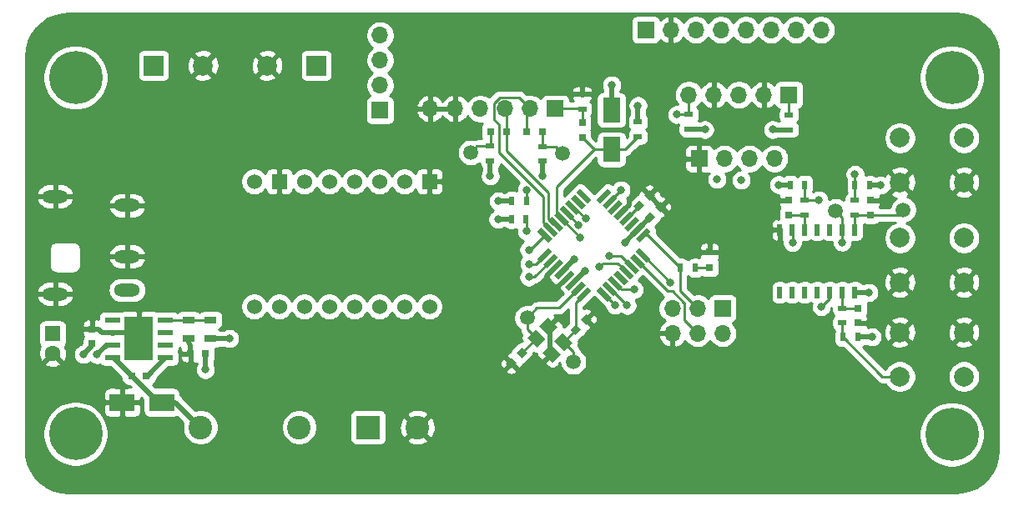
<source format=gbr>
%TF.GenerationSoftware,KiCad,Pcbnew,(5.1.6)-1*%
%TF.CreationDate,2020-11-03T19:25:33-05:00*%
%TF.ProjectId,Kitty Caddy,4b697474-7920-4436-9164-64792e6b6963,rev?*%
%TF.SameCoordinates,Original*%
%TF.FileFunction,Copper,L1,Top*%
%TF.FilePolarity,Positive*%
%FSLAX46Y46*%
G04 Gerber Fmt 4.6, Leading zero omitted, Abs format (unit mm)*
G04 Created by KiCad (PCBNEW (5.1.6)-1) date 2020-11-03 19:25:33*
%MOMM*%
%LPD*%
G01*
G04 APERTURE LIST*
%TA.AperFunction,ComponentPad*%
%ADD10C,2.000000*%
%TD*%
%TA.AperFunction,SMDPad,CuDef*%
%ADD11C,0.100000*%
%TD*%
%TA.AperFunction,ComponentPad*%
%ADD12R,1.524000X1.524000*%
%TD*%
%TA.AperFunction,ComponentPad*%
%ADD13C,1.524000*%
%TD*%
%TA.AperFunction,ComponentPad*%
%ADD14C,5.400000*%
%TD*%
%TA.AperFunction,ComponentPad*%
%ADD15R,1.600000X1.600000*%
%TD*%
%TA.AperFunction,ComponentPad*%
%ADD16C,1.600000*%
%TD*%
%TA.AperFunction,SMDPad,CuDef*%
%ADD17R,0.750000X0.800000*%
%TD*%
%TA.AperFunction,ComponentPad*%
%ADD18R,2.000000X2.000000*%
%TD*%
%TA.AperFunction,SMDPad,CuDef*%
%ADD19R,0.800000X0.750000*%
%TD*%
%TA.AperFunction,ComponentPad*%
%ADD20R,2.400000X2.400000*%
%TD*%
%TA.AperFunction,ComponentPad*%
%ADD21C,2.400000*%
%TD*%
%TA.AperFunction,SMDPad,CuDef*%
%ADD22R,2.500000X1.800000*%
%TD*%
%TA.AperFunction,SMDPad,CuDef*%
%ADD23R,0.800000X0.800000*%
%TD*%
%TA.AperFunction,SMDPad,CuDef*%
%ADD24R,1.800000X2.500000*%
%TD*%
%TA.AperFunction,ComponentPad*%
%ADD25O,2.616000X1.308000*%
%TD*%
%TA.AperFunction,ComponentPad*%
%ADD26R,1.700000X1.700000*%
%TD*%
%TA.AperFunction,ComponentPad*%
%ADD27O,1.700000X1.700000*%
%TD*%
%TA.AperFunction,SMDPad,CuDef*%
%ADD28R,0.500000X0.900000*%
%TD*%
%TA.AperFunction,SMDPad,CuDef*%
%ADD29R,1.300000X0.700000*%
%TD*%
%TA.AperFunction,SMDPad,CuDef*%
%ADD30R,0.900000X0.500000*%
%TD*%
%TA.AperFunction,SMDPad,CuDef*%
%ADD31C,1.500000*%
%TD*%
%TA.AperFunction,SMDPad,CuDef*%
%ADD32R,2.600000X3.100000*%
%TD*%
%TA.AperFunction,Conductor*%
%ADD33R,2.950000X4.500000*%
%TD*%
%TA.AperFunction,SMDPad,CuDef*%
%ADD34R,1.550000X0.600000*%
%TD*%
%TA.AperFunction,ViaPad*%
%ADD35C,0.600000*%
%TD*%
%TA.AperFunction,SMDPad,CuDef*%
%ADD36R,0.508000X1.143000*%
%TD*%
%TA.AperFunction,ViaPad*%
%ADD37C,0.800000*%
%TD*%
%TA.AperFunction,Conductor*%
%ADD38C,0.250000*%
%TD*%
%TA.AperFunction,Conductor*%
%ADD39C,0.508000*%
%TD*%
%TA.AperFunction,Conductor*%
%ADD40C,0.254000*%
%TD*%
G04 APERTURE END LIST*
D10*
%TO.P,SW3,4*%
%TO.N,GND*%
X127891800Y-86334400D03*
%TO.P,SW3,3*%
X121391800Y-86334400D03*
%TO.P,SW3,2*%
%TO.N,Net-(R16-Pad2)*%
X127891800Y-90834400D03*
%TO.P,SW3,1*%
X121391800Y-90834400D03*
%TD*%
%TO.P,SW2,4*%
%TO.N,Net-(R14-Pad1)*%
X127891800Y-76758600D03*
%TO.P,SW2,3*%
X121391800Y-76758600D03*
%TO.P,SW2,2*%
%TO.N,GND*%
X127891800Y-81258600D03*
%TO.P,SW2,1*%
X121391800Y-81258600D03*
%TD*%
%TO.P,SW1,4*%
%TO.N,Net-(R13-Pad1)*%
X127891800Y-66598600D03*
%TO.P,SW1,3*%
X121391800Y-66598600D03*
%TO.P,SW1,2*%
%TO.N,GND*%
X127891800Y-71098600D03*
%TO.P,SW1,1*%
X121391800Y-71098600D03*
%TD*%
%TA.AperFunction,SMDPad,CuDef*%
D11*
%TO.P,Y1,4*%
%TO.N,GND*%
G36*
X84793843Y-85675408D02*
G01*
X85642371Y-84826880D01*
X86632321Y-85816830D01*
X85783793Y-86665358D01*
X84793843Y-85675408D01*
G37*
%TD.AperFunction*%
%TA.AperFunction,SMDPad,CuDef*%
%TO.P,Y1,3*%
%TO.N,Net-(C12-Pad1)*%
G36*
X86349478Y-87231043D02*
G01*
X87198006Y-86382515D01*
X88187956Y-87372465D01*
X87339428Y-88220993D01*
X86349478Y-87231043D01*
G37*
%TD.AperFunction*%
%TA.AperFunction,SMDPad,CuDef*%
%TO.P,Y1,2*%
%TO.N,GND*%
G36*
X85147396Y-88433124D02*
G01*
X85995924Y-87584596D01*
X86985874Y-88574546D01*
X86137346Y-89423074D01*
X85147396Y-88433124D01*
G37*
%TD.AperFunction*%
%TA.AperFunction,SMDPad,CuDef*%
%TO.P,Y1,1*%
%TO.N,Net-(C11-Pad1)*%
G36*
X83591761Y-86877489D02*
G01*
X84440289Y-86028961D01*
X85430239Y-87018911D01*
X84581711Y-87867439D01*
X83591761Y-86877489D01*
G37*
%TD.AperFunction*%
%TD*%
D12*
%TO.P,U2,16*%
%TO.N,GND*%
X73673400Y-71018600D03*
D13*
%TO.P,U2,15*%
%TO.N,N/C*%
X71133400Y-71018600D03*
%TO.P,U2,14*%
%TO.N,Net-(J2-Pad2)*%
X68593400Y-71018600D03*
%TO.P,U2,13*%
%TO.N,Net-(J2-Pad1)*%
X66053400Y-71018600D03*
%TO.P,U2,12*%
%TO.N,Net-(J2-Pad3)*%
X63513400Y-71018600D03*
%TO.P,U2,11*%
%TO.N,Net-(J2-Pad4)*%
X60973400Y-71018600D03*
D12*
%TO.P,U2,10*%
%TO.N,GND*%
X58433400Y-71018600D03*
D13*
%TO.P,U2,9*%
%TO.N,+12V*%
X55893400Y-71018600D03*
%TO.P,U2,8*%
%TO.N,DIR*%
X73673400Y-83718600D03*
%TO.P,U2,7*%
%TO.N,STEP*%
X71133400Y-83718600D03*
%TO.P,U2,6*%
%TO.N,+5V*%
X68593400Y-83718600D03*
%TO.P,U2,5*%
X66053400Y-83718600D03*
%TO.P,U2,4*%
%TO.N,M2*%
X63513400Y-83718600D03*
%TO.P,U2,3*%
%TO.N,M1*%
X60973400Y-83718600D03*
%TO.P,U2,2*%
%TO.N,M0*%
X58433400Y-83718600D03*
%TO.P,U2,1*%
%TO.N,N/C*%
X55893400Y-83718600D03*
%TD*%
D14*
%TO.P,REF\u002A\u002A,1*%
%TO.N,N/C*%
X126670200Y-96727200D03*
%TD*%
%TO.P,REF\u002A\u002A,1*%
%TO.N,N/C*%
X37770200Y-96647200D03*
%TD*%
%TO.P,REF\u002A\u002A,1*%
%TO.N,N/C*%
X126670200Y-60452200D03*
%TD*%
%TO.P,REF\u002A\u002A,1*%
%TO.N,N/C*%
X37770200Y-60452200D03*
%TD*%
D15*
%TO.P,C1,1*%
%TO.N,+12V*%
X35443400Y-86488600D03*
D16*
%TO.P,C1,2*%
%TO.N,GND*%
X35443400Y-88488600D03*
%TD*%
D17*
%TO.P,C2,2*%
%TO.N,GND*%
X39443400Y-85988600D03*
%TO.P,C2,1*%
%TO.N,+12V*%
X39443400Y-87488600D03*
%TD*%
D18*
%TO.P,C3,1*%
%TO.N,+12V*%
X45693400Y-59238600D03*
D10*
%TO.P,C3,2*%
%TO.N,GND*%
X50693400Y-59238600D03*
%TD*%
D18*
%TO.P,C4,1*%
%TO.N,+12V*%
X62193400Y-59238600D03*
D10*
%TO.P,C4,2*%
%TO.N,GND*%
X57193400Y-59238600D03*
%TD*%
D19*
%TO.P,C5,2*%
%TO.N,Net-(C5-Pad2)*%
X44943400Y-90738600D03*
%TO.P,C5,1*%
%TO.N,Net-(C5-Pad1)*%
X43443400Y-90738600D03*
%TD*%
D20*
%TO.P,C6,1*%
%TO.N,+5V*%
X67443400Y-95988600D03*
D21*
%TO.P,C6,2*%
%TO.N,GND*%
X72443400Y-95988600D03*
%TD*%
D19*
%TO.P,C7,2*%
%TO.N,GND*%
X49443400Y-88488600D03*
%TO.P,C7,1*%
%TO.N,+5V*%
X50943400Y-88488600D03*
%TD*%
D17*
%TO.P,C8,2*%
%TO.N,DTR*%
X89159200Y-65065400D03*
%TO.P,C8,1*%
%TO.N,RESET_PIN*%
X89159200Y-66565400D03*
%TD*%
%TO.P,C9,2*%
%TO.N,GND*%
X118394600Y-72914000D03*
%TO.P,C9,1*%
%TO.N,Net-(C9-Pad1)*%
X118394600Y-74414000D03*
%TD*%
%TO.P,C10,2*%
%TO.N,GND*%
X110114200Y-72914000D03*
%TO.P,C10,1*%
%TO.N,Net-(C10-Pad1)*%
X110114200Y-74414000D03*
%TD*%
%TA.AperFunction,SMDPad,CuDef*%
D11*
%TO.P,C11,2*%
%TO.N,GND*%
G36*
X81991748Y-88937122D02*
G01*
X82522078Y-89467452D01*
X81956392Y-90033138D01*
X81426062Y-89502808D01*
X81991748Y-88937122D01*
G37*
%TD.AperFunction*%
%TA.AperFunction,SMDPad,CuDef*%
%TO.P,C11,1*%
%TO.N,Net-(C11-Pad1)*%
G36*
X83052408Y-87876462D02*
G01*
X83582738Y-88406792D01*
X83017052Y-88972478D01*
X82486722Y-88442148D01*
X83052408Y-87876462D01*
G37*
%TD.AperFunction*%
%TD*%
%TA.AperFunction,SMDPad,CuDef*%
%TO.P,C12,2*%
%TO.N,GND*%
G36*
X89544852Y-85568878D02*
G01*
X89014522Y-85038548D01*
X89580208Y-84472862D01*
X90110538Y-85003192D01*
X89544852Y-85568878D01*
G37*
%TD.AperFunction*%
%TA.AperFunction,SMDPad,CuDef*%
%TO.P,C12,1*%
%TO.N,Net-(C12-Pad1)*%
G36*
X88484192Y-86629538D02*
G01*
X87953862Y-86099208D01*
X88519548Y-85533522D01*
X89049878Y-86063852D01*
X88484192Y-86629538D01*
G37*
%TD.AperFunction*%
%TD*%
D17*
%TO.P,C13,2*%
%TO.N,GND*%
X117124600Y-85386800D03*
%TO.P,C13,1*%
%TO.N,Net-(C13-Pad1)*%
X117124600Y-83886800D03*
%TD*%
%TA.AperFunction,SMDPad,CuDef*%
D11*
%TO.P,C14,2*%
%TO.N,+5V*%
G36*
X96063348Y-74103522D02*
G01*
X96593678Y-74633852D01*
X96027992Y-75199538D01*
X95497662Y-74669208D01*
X96063348Y-74103522D01*
G37*
%TD.AperFunction*%
%TA.AperFunction,SMDPad,CuDef*%
%TO.P,C14,1*%
%TO.N,GND*%
G36*
X97124008Y-73042862D02*
G01*
X97654338Y-73573192D01*
X97088652Y-74138878D01*
X96558322Y-73608548D01*
X97124008Y-73042862D01*
G37*
%TD.AperFunction*%
%TD*%
%TA.AperFunction,SMDPad,CuDef*%
%TO.P,C15,2*%
%TO.N,GND*%
G36*
X95971052Y-72970478D02*
G01*
X95440722Y-72440148D01*
X96006408Y-71874462D01*
X96536738Y-72404792D01*
X95971052Y-72970478D01*
G37*
%TD.AperFunction*%
%TA.AperFunction,SMDPad,CuDef*%
%TO.P,C15,1*%
%TO.N,Net-(C15-Pad1)*%
G36*
X94910392Y-74031138D02*
G01*
X94380062Y-73500808D01*
X94945748Y-72935122D01*
X95476078Y-73465452D01*
X94910392Y-74031138D01*
G37*
%TD.AperFunction*%
%TD*%
D22*
%TO.P,D1,1*%
%TO.N,Net-(C5-Pad1)*%
X46506000Y-93450600D03*
%TO.P,D1,2*%
%TO.N,GND*%
X42506000Y-93450600D03*
%TD*%
D23*
%TO.P,D2,2*%
%TO.N,Net-(D2-Pad2)*%
X85158600Y-65942400D03*
%TO.P,D2,1*%
%TO.N,RXI*%
X83558600Y-65942400D03*
%TD*%
%TO.P,D3,2*%
%TO.N,Net-(D3-Pad2)*%
X79875600Y-65942400D03*
%TO.P,D3,1*%
%TO.N,TXO*%
X81475600Y-65942400D03*
%TD*%
D24*
%TO.P,D4,1*%
%TO.N,+5V*%
X92131000Y-63764600D03*
%TO.P,D4,2*%
%TO.N,RESET_PIN*%
X92131000Y-67764600D03*
%TD*%
D23*
%TO.P,D5,2*%
%TO.N,Net-(D5-Pad2)*%
X102087800Y-79772600D03*
%TO.P,D5,1*%
%TO.N,GND*%
X102087800Y-78172600D03*
%TD*%
D25*
%TO.P,J1,1*%
%TO.N,+12V*%
X42993400Y-82038600D03*
%TO.P,J1,3*%
%TO.N,GND*%
X42993400Y-78638600D03*
%TO.P,J1,2*%
X42993400Y-73438600D03*
%TO.P,J1,5*%
X35693400Y-72538600D03*
%TO.P,J1,6*%
X35693400Y-82438600D03*
%TD*%
D26*
%TO.P,J2,1*%
%TO.N,Net-(J2-Pad1)*%
X68661400Y-63783400D03*
D27*
%TO.P,J2,2*%
%TO.N,Net-(J2-Pad2)*%
X68661400Y-61243400D03*
%TO.P,J2,3*%
%TO.N,Net-(J2-Pad3)*%
X68661400Y-58703400D03*
%TO.P,J2,4*%
%TO.N,Net-(J2-Pad4)*%
X68661400Y-56163400D03*
%TD*%
D26*
%TO.P,J3,1*%
%TO.N,Net-(J3-Pad1)*%
X110139600Y-62208600D03*
D27*
%TO.P,J3,2*%
%TO.N,GND*%
X107599600Y-62208600D03*
%TO.P,J3,3*%
%TO.N,N/C*%
X105059600Y-62208600D03*
%TO.P,J3,4*%
%TO.N,GND*%
X102519600Y-62208600D03*
%TO.P,J3,5*%
%TO.N,SENSE*%
X99979600Y-62208600D03*
%TD*%
D26*
%TO.P,J4,1*%
%TO.N,DTR*%
X86441400Y-63631000D03*
D27*
%TO.P,J4,2*%
%TO.N,RXI*%
X83901400Y-63631000D03*
%TO.P,J4,3*%
%TO.N,TXO*%
X81361400Y-63631000D03*
%TO.P,J4,4*%
%TO.N,+5V*%
X78821400Y-63631000D03*
%TO.P,J4,5*%
%TO.N,GND*%
X76281400Y-63631000D03*
%TO.P,J4,6*%
X73741400Y-63631000D03*
%TD*%
D26*
%TO.P,J5,1*%
%TO.N,MISO*%
X103408600Y-83900200D03*
D27*
%TO.P,J5,2*%
%TO.N,+5V*%
X103408600Y-86440200D03*
%TO.P,J5,3*%
%TO.N,SCK*%
X100868600Y-83900200D03*
%TO.P,J5,4*%
%TO.N,MOSI*%
X100868600Y-86440200D03*
%TO.P,J5,5*%
%TO.N,RESET_PIN*%
X98328600Y-83900200D03*
%TO.P,J5,6*%
%TO.N,GND*%
X98328600Y-86440200D03*
%TD*%
D21*
%TO.P,L1,1*%
%TO.N,Net-(C5-Pad1)*%
X50443400Y-95988600D03*
%TO.P,L1,2*%
%TO.N,+5V*%
X60443400Y-95988600D03*
%TD*%
D28*
%TO.P,R1,1*%
%TO.N,SCL*%
X83483000Y-74832400D03*
%TO.P,R1,2*%
%TO.N,+5V*%
X81983000Y-74832400D03*
%TD*%
%TO.P,R2,1*%
%TO.N,SDA*%
X83508400Y-73003600D03*
%TO.P,R2,2*%
%TO.N,+5V*%
X82008400Y-73003600D03*
%TD*%
D29*
%TO.P,R3,1*%
%TO.N,+5V*%
X51458640Y-86974160D03*
%TO.P,R3,2*%
%TO.N,V_SNS*%
X51458640Y-85074160D03*
%TD*%
%TO.P,R4,1*%
%TO.N,V_SNS*%
X49208640Y-85074160D03*
%TO.P,R4,2*%
%TO.N,GND*%
X49208640Y-86974160D03*
%TD*%
D30*
%TO.P,R5,1*%
%TO.N,+5V*%
X110139600Y-65752600D03*
%TO.P,R5,2*%
%TO.N,Net-(J3-Pad1)*%
X110139600Y-64252600D03*
%TD*%
%TO.P,R6,1*%
%TO.N,SENSE*%
X99979600Y-64227200D03*
%TO.P,R6,2*%
%TO.N,+5V*%
X99979600Y-65727200D03*
%TD*%
%TO.P,R7,1*%
%TO.N,GND*%
X89159200Y-62144400D03*
%TO.P,R7,2*%
%TO.N,DTR*%
X89159200Y-63644400D03*
%TD*%
D28*
%TO.P,R8,1*%
%TO.N,Net-(R13-Pad1)*%
X116831800Y-71403400D03*
%TO.P,R8,2*%
%TO.N,+5V*%
X118331800Y-71403400D03*
%TD*%
%TO.P,R9,1*%
%TO.N,Net-(R14-Pad1)*%
X111753200Y-71352600D03*
%TO.P,R9,2*%
%TO.N,+5V*%
X110253200Y-71352600D03*
%TD*%
D30*
%TO.P,R10,1*%
%TO.N,+5V*%
X85120600Y-68953000D03*
%TO.P,R10,2*%
%TO.N,Net-(D2-Pad2)*%
X85120600Y-67453000D03*
%TD*%
%TO.P,R11,1*%
%TO.N,+5V*%
X79837400Y-68941000D03*
%TO.P,R11,2*%
%TO.N,Net-(D3-Pad2)*%
X79837400Y-67441000D03*
%TD*%
%TO.P,R12,1*%
%TO.N,RESET_PIN*%
X94823400Y-66475800D03*
%TO.P,R12,2*%
%TO.N,+5V*%
X94823400Y-64975800D03*
%TD*%
%TO.P,R13,1*%
%TO.N,Net-(R13-Pad1)*%
X116819800Y-72939400D03*
%TO.P,R13,2*%
%TO.N,Net-(C9-Pad1)*%
X116819800Y-74439400D03*
%TD*%
%TO.P,R14,1*%
%TO.N,Net-(R14-Pad1)*%
X111739800Y-72914000D03*
%TO.P,R14,2*%
%TO.N,Net-(C10-Pad1)*%
X111739800Y-74414000D03*
%TD*%
D28*
%TO.P,R15,1*%
%TO.N,SCK*%
X99128000Y-79785400D03*
%TO.P,R15,2*%
%TO.N,Net-(D5-Pad2)*%
X100628000Y-79785400D03*
%TD*%
D30*
%TO.P,R16,1*%
%TO.N,Net-(C13-Pad1)*%
X115549800Y-83886800D03*
%TO.P,R16,2*%
%TO.N,Net-(R16-Pad2)*%
X115549800Y-85386800D03*
%TD*%
D28*
%TO.P,R17,1*%
%TO.N,Net-(R16-Pad2)*%
X115612600Y-86821200D03*
%TO.P,R17,2*%
%TO.N,+5V*%
X117112600Y-86821200D03*
%TD*%
D31*
%TO.P,TP1,1*%
%TO.N,Net-(D2-Pad2)*%
X87127200Y-68126800D03*
%TD*%
%TO.P,TP2,1*%
%TO.N,Net-(D3-Pad2)*%
X77856200Y-68076000D03*
%TD*%
%TO.P,TP3,1*%
%TO.N,Net-(C9-Pad1)*%
X121747400Y-73892600D03*
%TD*%
%TO.P,TP4,1*%
%TO.N,UP_BTN*%
X114889400Y-74019600D03*
%TD*%
%TO.P,TP5,1*%
%TO.N,Net-(C11-Pad1)*%
X83571200Y-84865400D03*
%TD*%
%TO.P,TP6,1*%
%TO.N,Net-(C12-Pad1)*%
X88270200Y-89335800D03*
%TD*%
D26*
%TO.P,U1,1*%
%TO.N,GND*%
X101046400Y-68685600D03*
D27*
%TO.P,U1,2*%
%TO.N,+5V*%
X103586400Y-68685600D03*
%TO.P,U1,3*%
%TO.N,SCL*%
X106126400Y-68685600D03*
%TO.P,U1,4*%
%TO.N,SDA*%
X108666400Y-68685600D03*
%TD*%
D32*
%TO.P,U3,9*%
%TO.N,GND*%
X44193400Y-86988600D03*
D33*
%TD*%
%TO.N,GND*%
%TO.C,U3*%
X44193400Y-86988600D03*
D34*
%TO.P,U3,1*%
%TO.N,Net-(C5-Pad2)*%
X46893400Y-88893600D03*
%TO.P,U3,2*%
%TO.N,N/C*%
X46893400Y-87623600D03*
%TO.P,U3,3*%
X46893400Y-86353600D03*
%TO.P,U3,4*%
%TO.N,V_SNS*%
X46893400Y-85083600D03*
%TO.P,U3,5*%
%TO.N,N/C*%
X41493400Y-85083600D03*
%TO.P,U3,6*%
%TO.N,GND*%
X41493400Y-86353600D03*
%TO.P,U3,7*%
%TO.N,+12V*%
X41493400Y-87623600D03*
%TO.P,U3,8*%
%TO.N,Net-(C5-Pad1)*%
X41493400Y-88893600D03*
D35*
%TD*%
%TO.N,GND*%
%TO.C,U3*%
X44793400Y-88788600D03*
%TO.N,GND*%
%TO.C,U3*%
X44793400Y-87588600D03*
X43593400Y-87588600D03*
X43593400Y-88788600D03*
X44793400Y-85188600D03*
X44793400Y-86288600D03*
X43593400Y-86288600D03*
X43593400Y-85188600D03*
%TD*%
D26*
%TO.P,U4,1*%
%TO.N,+5V*%
X95610800Y-55609680D03*
D27*
%TO.P,U4,2*%
%TO.N,GND*%
X98150800Y-55609680D03*
%TO.P,U4,3*%
%TO.N,SCL*%
X100690800Y-55609680D03*
%TO.P,U4,4*%
%TO.N,SDA*%
X103230800Y-55609680D03*
%TO.P,U4,5*%
%TO.N,N/C*%
X105770800Y-55609680D03*
%TO.P,U4,6*%
X108310800Y-55609680D03*
%TO.P,U4,7*%
X110850800Y-55609680D03*
%TO.P,U4,8*%
X113390800Y-55609680D03*
%TD*%
D36*
%TO.P,U5,1*%
%TO.N,Net-(C9-Pad1)*%
X116819800Y-75924600D03*
%TO.P,U5,2*%
%TO.N,UP_BTN*%
X115549800Y-75924600D03*
%TO.P,U5,3*%
%TO.N,N/C*%
X114279800Y-75924600D03*
%TO.P,U5,4*%
X113009800Y-75924600D03*
%TO.P,U5,5*%
%TO.N,Net-(C10-Pad1)*%
X111739800Y-75924600D03*
%TO.P,U5,6*%
%TO.N,DOWN_BTN*%
X110469800Y-75924600D03*
%TO.P,U5,7*%
%TO.N,GND*%
X109199800Y-75924600D03*
%TO.P,U5,8*%
%TO.N,N/C*%
X109199800Y-82274600D03*
%TO.P,U5,9*%
X110469800Y-82274600D03*
%TO.P,U5,11*%
X113009800Y-82274600D03*
%TO.P,U5,12*%
%TO.N,MODE_BTN*%
X114279800Y-82274600D03*
%TO.P,U5,13*%
%TO.N,Net-(C13-Pad1)*%
X115549800Y-82274600D03*
%TO.P,U5,14*%
%TO.N,+5V*%
X116819800Y-82274600D03*
%TO.P,U5,10*%
%TO.N,N/C*%
X111739800Y-82274600D03*
%TD*%
%TA.AperFunction,SMDPad,CuDef*%
D11*
%TO.P,U6,1*%
%TO.N,M1*%
G36*
X85007066Y-79274045D02*
G01*
X84618157Y-78885136D01*
X85749528Y-77753765D01*
X86138437Y-78142674D01*
X85007066Y-79274045D01*
G37*
%TD.AperFunction*%
%TA.AperFunction,SMDPad,CuDef*%
%TO.P,U6,2*%
%TO.N,M2*%
G36*
X85572752Y-79839730D02*
G01*
X85183843Y-79450821D01*
X86315214Y-78319450D01*
X86704123Y-78708359D01*
X85572752Y-79839730D01*
G37*
%TD.AperFunction*%
%TA.AperFunction,SMDPad,CuDef*%
%TO.P,U6,3*%
%TO.N,GND*%
G36*
X86138437Y-80405416D02*
G01*
X85749528Y-80016507D01*
X86880899Y-78885136D01*
X87269808Y-79274045D01*
X86138437Y-80405416D01*
G37*
%TD.AperFunction*%
%TA.AperFunction,SMDPad,CuDef*%
%TO.P,U6,4*%
%TO.N,+5V*%
G36*
X86704122Y-80971101D02*
G01*
X86315213Y-80582192D01*
X87446584Y-79450821D01*
X87835493Y-79839730D01*
X86704122Y-80971101D01*
G37*
%TD.AperFunction*%
%TA.AperFunction,SMDPad,CuDef*%
%TO.P,U6,5*%
%TO.N,GND*%
G36*
X87269808Y-81536787D02*
G01*
X86880899Y-81147878D01*
X88012270Y-80016507D01*
X88401179Y-80405416D01*
X87269808Y-81536787D01*
G37*
%TD.AperFunction*%
%TA.AperFunction,SMDPad,CuDef*%
%TO.P,U6,6*%
%TO.N,+5V*%
G36*
X87835493Y-82102472D02*
G01*
X87446584Y-81713563D01*
X88577955Y-80582192D01*
X88966864Y-80971101D01*
X87835493Y-82102472D01*
G37*
%TD.AperFunction*%
%TA.AperFunction,SMDPad,CuDef*%
%TO.P,U6,7*%
%TO.N,Net-(C11-Pad1)*%
G36*
X88401179Y-82668157D02*
G01*
X88012270Y-82279248D01*
X89143641Y-81147877D01*
X89532550Y-81536786D01*
X88401179Y-82668157D01*
G37*
%TD.AperFunction*%
%TA.AperFunction,SMDPad,CuDef*%
%TO.P,U6,8*%
%TO.N,Net-(C12-Pad1)*%
G36*
X88966864Y-83233843D02*
G01*
X88577955Y-82844934D01*
X89709326Y-81713563D01*
X90098235Y-82102472D01*
X88966864Y-83233843D01*
G37*
%TD.AperFunction*%
%TA.AperFunction,SMDPad,CuDef*%
%TO.P,U6,9*%
%TO.N,UP_BTN*%
G36*
X92148845Y-82844934D02*
G01*
X91759936Y-83233843D01*
X90628565Y-82102472D01*
X91017474Y-81713563D01*
X92148845Y-82844934D01*
G37*
%TD.AperFunction*%
%TA.AperFunction,SMDPad,CuDef*%
%TO.P,U6,10*%
%TO.N,MODE_BTN*%
G36*
X92714530Y-82279248D02*
G01*
X92325621Y-82668157D01*
X91194250Y-81536786D01*
X91583159Y-81147877D01*
X92714530Y-82279248D01*
G37*
%TD.AperFunction*%
%TA.AperFunction,SMDPad,CuDef*%
%TO.P,U6,11*%
%TO.N,DOWN_BTN*%
G36*
X93280216Y-81713563D02*
G01*
X92891307Y-82102472D01*
X91759936Y-80971101D01*
X92148845Y-80582192D01*
X93280216Y-81713563D01*
G37*
%TD.AperFunction*%
%TA.AperFunction,SMDPad,CuDef*%
%TO.P,U6,12*%
%TO.N,N/C*%
G36*
X93845901Y-81147878D02*
G01*
X93456992Y-81536787D01*
X92325621Y-80405416D01*
X92714530Y-80016507D01*
X93845901Y-81147878D01*
G37*
%TD.AperFunction*%
%TA.AperFunction,SMDPad,CuDef*%
%TO.P,U6,13*%
%TO.N,STEP*%
G36*
X94411587Y-80582192D02*
G01*
X94022678Y-80971101D01*
X92891307Y-79839730D01*
X93280216Y-79450821D01*
X94411587Y-80582192D01*
G37*
%TD.AperFunction*%
%TA.AperFunction,SMDPad,CuDef*%
%TO.P,U6,14*%
%TO.N,DIR*%
G36*
X94977272Y-80016507D02*
G01*
X94588363Y-80405416D01*
X93456992Y-79274045D01*
X93845901Y-78885136D01*
X94977272Y-80016507D01*
G37*
%TD.AperFunction*%
%TA.AperFunction,SMDPad,CuDef*%
%TO.P,U6,15*%
%TO.N,MOSI*%
G36*
X95542957Y-79450821D02*
G01*
X95154048Y-79839730D01*
X94022677Y-78708359D01*
X94411586Y-78319450D01*
X95542957Y-79450821D01*
G37*
%TD.AperFunction*%
%TA.AperFunction,SMDPad,CuDef*%
%TO.P,U6,16*%
%TO.N,MISO*%
G36*
X96108643Y-78885136D02*
G01*
X95719734Y-79274045D01*
X94588363Y-78142674D01*
X94977272Y-77753765D01*
X96108643Y-78885136D01*
G37*
%TD.AperFunction*%
%TA.AperFunction,SMDPad,CuDef*%
%TO.P,U6,17*%
%TO.N,SCK*%
G36*
X94977272Y-77223435D02*
G01*
X94588363Y-76834526D01*
X95719734Y-75703155D01*
X96108643Y-76092064D01*
X94977272Y-77223435D01*
G37*
%TD.AperFunction*%
%TA.AperFunction,SMDPad,CuDef*%
%TO.P,U6,18*%
%TO.N,+5V*%
G36*
X94411586Y-76657750D02*
G01*
X94022677Y-76268841D01*
X95154048Y-75137470D01*
X95542957Y-75526379D01*
X94411586Y-76657750D01*
G37*
%TD.AperFunction*%
%TA.AperFunction,SMDPad,CuDef*%
%TO.P,U6,19*%
%TO.N,N/C*%
G36*
X93845901Y-76092064D02*
G01*
X93456992Y-75703155D01*
X94588363Y-74571784D01*
X94977272Y-74960693D01*
X93845901Y-76092064D01*
G37*
%TD.AperFunction*%
%TA.AperFunction,SMDPad,CuDef*%
%TO.P,U6,20*%
%TO.N,Net-(C15-Pad1)*%
G36*
X93280216Y-75526379D02*
G01*
X92891307Y-75137470D01*
X94022678Y-74006099D01*
X94411587Y-74395008D01*
X93280216Y-75526379D01*
G37*
%TD.AperFunction*%
%TA.AperFunction,SMDPad,CuDef*%
%TO.P,U6,21*%
%TO.N,GND*%
G36*
X92714530Y-74960693D02*
G01*
X92325621Y-74571784D01*
X93456992Y-73440413D01*
X93845901Y-73829322D01*
X92714530Y-74960693D01*
G37*
%TD.AperFunction*%
%TA.AperFunction,SMDPad,CuDef*%
%TO.P,U6,22*%
%TO.N,N/C*%
G36*
X92148845Y-74395008D02*
G01*
X91759936Y-74006099D01*
X92891307Y-72874728D01*
X93280216Y-73263637D01*
X92148845Y-74395008D01*
G37*
%TD.AperFunction*%
%TA.AperFunction,SMDPad,CuDef*%
%TO.P,U6,23*%
%TO.N,SENSE*%
G36*
X91583159Y-73829323D02*
G01*
X91194250Y-73440414D01*
X92325621Y-72309043D01*
X92714530Y-72697952D01*
X91583159Y-73829323D01*
G37*
%TD.AperFunction*%
%TA.AperFunction,SMDPad,CuDef*%
%TO.P,U6,24*%
%TO.N,N/C*%
G36*
X91017474Y-73263637D02*
G01*
X90628565Y-72874728D01*
X91759936Y-71743357D01*
X92148845Y-72132266D01*
X91017474Y-73263637D01*
G37*
%TD.AperFunction*%
%TA.AperFunction,SMDPad,CuDef*%
%TO.P,U6,25*%
G36*
X90098235Y-72874728D02*
G01*
X89709326Y-73263637D01*
X88577955Y-72132266D01*
X88966864Y-71743357D01*
X90098235Y-72874728D01*
G37*
%TD.AperFunction*%
%TA.AperFunction,SMDPad,CuDef*%
%TO.P,U6,26*%
G36*
X89532550Y-73440414D02*
G01*
X89143641Y-73829323D01*
X88012270Y-72697952D01*
X88401179Y-72309043D01*
X89532550Y-73440414D01*
G37*
%TD.AperFunction*%
%TA.AperFunction,SMDPad,CuDef*%
%TO.P,U6,27*%
%TO.N,SDA*%
G36*
X88966864Y-74006099D02*
G01*
X88577955Y-74395008D01*
X87446584Y-73263637D01*
X87835493Y-72874728D01*
X88966864Y-74006099D01*
G37*
%TD.AperFunction*%
%TA.AperFunction,SMDPad,CuDef*%
%TO.P,U6,28*%
%TO.N,SCL*%
G36*
X88401179Y-74571784D02*
G01*
X88012270Y-74960693D01*
X86880899Y-73829322D01*
X87269808Y-73440413D01*
X88401179Y-74571784D01*
G37*
%TD.AperFunction*%
%TA.AperFunction,SMDPad,CuDef*%
%TO.P,U6,29*%
%TO.N,RESET_PIN*%
G36*
X87835493Y-75137470D02*
G01*
X87446584Y-75526379D01*
X86315213Y-74395008D01*
X86704122Y-74006099D01*
X87835493Y-75137470D01*
G37*
%TD.AperFunction*%
%TA.AperFunction,SMDPad,CuDef*%
%TO.P,U6,30*%
%TO.N,TXO*%
G36*
X87269808Y-75703155D02*
G01*
X86880899Y-76092064D01*
X85749528Y-74960693D01*
X86138437Y-74571784D01*
X87269808Y-75703155D01*
G37*
%TD.AperFunction*%
%TA.AperFunction,SMDPad,CuDef*%
%TO.P,U6,31*%
%TO.N,RXI*%
G36*
X86704123Y-76268841D02*
G01*
X86315214Y-76657750D01*
X85183843Y-75526379D01*
X85572752Y-75137470D01*
X86704123Y-76268841D01*
G37*
%TD.AperFunction*%
%TA.AperFunction,SMDPad,CuDef*%
%TO.P,U6,32*%
%TO.N,M0*%
G36*
X86138437Y-76834526D02*
G01*
X85749528Y-77223435D01*
X84618157Y-76092064D01*
X85007066Y-75703155D01*
X86138437Y-76834526D01*
G37*
%TD.AperFunction*%
%TD*%
D37*
%TO.N,+12V*%
X38557320Y-88573800D03*
X38557320Y-88573800D03*
X39934000Y-88604280D03*
%TO.N,+5V*%
X80650200Y-73003600D03*
X80624800Y-74857800D03*
X92156400Y-61218000D03*
X94823400Y-63300800D03*
X118572400Y-86795800D03*
X118242200Y-82300000D03*
X108488600Y-65739200D03*
X101605200Y-65739200D03*
X53396000Y-86973600D03*
X50932200Y-90123200D03*
X79827240Y-70473760D03*
X85130760Y-70473760D03*
X93477200Y-77204760D03*
X89489400Y-80069880D03*
X88361640Y-78942120D03*
X119415680Y-71388160D03*
X109093120Y-71352600D03*
%TO.N,RESET_PIN*%
X88986480Y-76676440D03*
%TO.N,SENSE*%
X93101280Y-71875840D03*
X98745160Y-64225360D03*
%TO.N,MISO*%
X98090700Y-81269199D03*
%TO.N,SCL*%
X88803600Y-75457240D03*
X83520400Y-76056680D03*
%TO.N,SDA*%
X89502138Y-74741665D03*
X83515320Y-71901240D03*
X102839640Y-70809040D03*
X105303440Y-70885240D03*
%TO.N,Net-(R13-Pad1)*%
X116835040Y-70285800D03*
%TO.N,Net-(R14-Pad1)*%
X113177440Y-72902000D03*
%TO.N,UP_BTN*%
X92512000Y-83590320D03*
X115544720Y-77199680D03*
%TO.N,M0*%
X83743920Y-77946440D03*
%TO.N,M1*%
X83759160Y-79394240D03*
%TO.N,M2*%
X83738840Y-80735360D03*
%TO.N,STEP*%
X90932120Y-79714280D03*
%TO.N,DIR*%
X91950168Y-78549902D03*
%TO.N,MODE_BTN*%
X113431440Y-83737640D03*
X93726120Y-83605560D03*
%TO.N,DOWN_BTN*%
X94441074Y-81996199D03*
X110500280Y-77245400D03*
%TD*%
D38*
%TO.N,GND*%
X87641039Y-80776647D02*
X87634553Y-80776647D01*
X87634553Y-80776647D02*
X87152600Y-81258600D01*
D39*
X87152600Y-81258600D02*
X86670000Y-81741200D01*
D38*
X86509668Y-79645276D02*
X86505324Y-79645276D01*
D39*
X86505324Y-79645276D02*
X85527000Y-80623600D01*
D38*
X49193400Y-88238600D02*
X49443400Y-88488600D01*
X93085761Y-74200553D02*
X93093047Y-74200553D01*
D39*
X93093047Y-74200553D02*
X93909000Y-73384600D01*
X93909000Y-73384600D02*
X93909000Y-73079800D01*
X39443400Y-85988600D02*
X40097080Y-85988600D01*
X40462080Y-86353600D02*
X41493400Y-86353600D01*
X40097080Y-85988600D02*
X40462080Y-86353600D01*
X43528400Y-86353600D02*
X43593400Y-86288600D01*
X41493400Y-86353600D02*
X43528400Y-86353600D01*
X49208640Y-86974160D02*
X49208640Y-87363320D01*
X49443400Y-87598080D02*
X49443400Y-88488600D01*
X49208640Y-87363320D02*
X49443400Y-87598080D01*
X85895468Y-88332668D02*
X85895468Y-85928505D01*
X85895468Y-85928505D02*
X85713082Y-85746119D01*
X86066635Y-88503835D02*
X85895468Y-88332668D01*
D38*
%TO.N,+12V*%
X41493400Y-87623600D02*
X40995960Y-87623600D01*
D39*
X39443400Y-87488600D02*
X39443400Y-87687720D01*
X39443400Y-87687720D02*
X38557320Y-88573800D01*
X41493400Y-87623600D02*
X40914680Y-87623600D01*
X40914680Y-87623600D02*
X39934000Y-88604280D01*
%TO.N,Net-(C5-Pad1)*%
X41598400Y-88893600D02*
X43443400Y-90738600D01*
D40*
X41493400Y-88893600D02*
X41598400Y-88893600D01*
X46155400Y-93450600D02*
X46506000Y-93450600D01*
D39*
X43443400Y-90738600D02*
X46155400Y-93450600D01*
X47905400Y-93450600D02*
X46506000Y-93450600D01*
X50443400Y-95988600D02*
X47905400Y-93450600D01*
%TO.N,Net-(C5-Pad2)*%
X45048400Y-90738600D02*
X46893400Y-88893600D01*
D40*
X44943400Y-90738600D02*
X45048400Y-90738600D01*
D39*
%TO.N,+5V*%
X82008400Y-73003600D02*
X80701000Y-73003600D01*
D38*
X80701000Y-73003600D02*
X80624800Y-73079800D01*
D39*
X81983000Y-74832400D02*
X80650200Y-74832400D01*
D38*
X80650200Y-74832400D02*
X80624800Y-74857800D01*
D39*
X92131000Y-63764600D02*
X92131000Y-61243400D01*
D38*
X92131000Y-61243400D02*
X92156400Y-61218000D01*
D39*
X94823400Y-64975800D02*
X94823400Y-63300800D01*
D38*
X87075353Y-80210961D02*
X87075353Y-80218247D01*
D39*
X117112600Y-86821200D02*
X118547000Y-86821200D01*
D38*
X118547000Y-86821200D02*
X118572400Y-86795800D01*
D39*
X116819800Y-82274600D02*
X118216800Y-82274600D01*
D38*
X118216800Y-82274600D02*
X118242200Y-82300000D01*
D39*
X110139600Y-65752600D02*
X108502000Y-65752600D01*
D38*
X108502000Y-65752600D02*
X108488600Y-65739200D01*
X101669400Y-65727200D02*
X101681400Y-65739200D01*
X99991600Y-65739200D02*
X99979600Y-65727200D01*
D39*
X101605200Y-65739200D02*
X99991600Y-65739200D01*
X51417440Y-86999000D02*
X53335040Y-86999000D01*
D38*
X53361000Y-86938600D02*
X53396000Y-86973600D01*
D39*
X50943400Y-88488600D02*
X50943400Y-90112000D01*
D38*
X50943400Y-90112000D02*
X50932200Y-90123200D01*
D39*
X79837400Y-68941000D02*
X79837400Y-70463600D01*
D38*
X79837400Y-70463600D02*
X79827240Y-70473760D01*
D39*
X85120600Y-68953000D02*
X85120600Y-70463600D01*
D38*
X85120600Y-70463600D02*
X85130760Y-70473760D01*
D39*
X96028897Y-74651530D02*
X94782817Y-75897610D01*
D38*
X96045670Y-74651530D02*
X96028897Y-74651530D01*
X94782817Y-75897610D02*
X94782817Y-75899143D01*
D39*
X94782817Y-75899143D02*
X93477200Y-77204760D01*
D38*
X88206724Y-81342332D02*
X88216948Y-81342332D01*
D39*
X88216948Y-81342332D02*
X89489400Y-80069880D01*
D38*
X87075353Y-80210961D02*
X87092799Y-80210961D01*
D39*
X87092799Y-80210961D02*
X88361640Y-78942120D01*
X118331800Y-71403400D02*
X119400440Y-71403400D01*
X119400440Y-71403400D02*
X119415680Y-71388160D01*
X110253200Y-71352600D02*
X109093120Y-71352600D01*
D40*
%TO.N,RESET_PIN*%
X90358400Y-67764600D02*
X89159200Y-66565400D01*
X92131000Y-67764600D02*
X90358400Y-67764600D01*
X87076279Y-74766239D02*
X87075353Y-74766239D01*
X88986480Y-76676440D02*
X87076279Y-74766239D01*
X86553889Y-71569111D02*
X90358400Y-67764600D01*
X86553889Y-74244775D02*
X86553889Y-71569111D01*
X87075353Y-74766239D02*
X86553889Y-74244775D01*
X93534600Y-67764600D02*
X94823400Y-66475800D01*
X92131000Y-67764600D02*
X93534600Y-67764600D01*
%TO.N,DTR*%
X89145800Y-63631000D02*
X89159200Y-63644400D01*
X86441400Y-63631000D02*
X89145800Y-63631000D01*
X89159200Y-63644400D02*
X89159200Y-65065400D01*
%TO.N,Net-(C9-Pad1)*%
X116819800Y-74439400D02*
X116819800Y-75924600D01*
X118369200Y-74439400D02*
X118394600Y-74414000D01*
X116819800Y-74439400D02*
X118369200Y-74439400D01*
X121226000Y-74414000D02*
X121747400Y-73892600D01*
X118394600Y-74414000D02*
X121226000Y-74414000D01*
%TO.N,Net-(C10-Pad1)*%
X111739800Y-75924600D02*
X111739800Y-74414000D01*
X110114200Y-74414000D02*
X111739800Y-74414000D01*
D38*
%TO.N,Net-(C11-Pad1)*%
X83034730Y-88424470D02*
X84511000Y-86948200D01*
X83571200Y-86008400D02*
X83571200Y-84865400D01*
X84511000Y-86948200D02*
X83571200Y-86008400D01*
D40*
X83571200Y-84865400D02*
X84571960Y-83864640D01*
X86815787Y-83864640D02*
X88772410Y-81908017D01*
X84571960Y-83864640D02*
X86815787Y-83864640D01*
D38*
%TO.N,Net-(C12-Pad1)*%
X87281646Y-87301754D02*
X88501870Y-86081530D01*
X87268717Y-87301754D02*
X87281646Y-87301754D01*
X88270200Y-88303237D02*
X87268717Y-87301754D01*
X88270200Y-89335800D02*
X88270200Y-88303237D01*
D40*
X88501870Y-83309928D02*
X89338095Y-82473703D01*
X88501870Y-86081530D02*
X88501870Y-83309928D01*
%TO.N,Net-(C13-Pad1)*%
X115549800Y-83886800D02*
X117124600Y-83886800D01*
X115549800Y-82274600D02*
X115549800Y-83886800D01*
%TO.N,Net-(C15-Pad1)*%
X93651447Y-74759753D02*
X94928070Y-73483130D01*
X93651447Y-74766239D02*
X93651447Y-74759753D01*
%TO.N,RXI*%
X83558600Y-63973800D02*
X83901400Y-63631000D01*
X83558600Y-65942400D02*
X83558600Y-63973800D01*
X85260950Y-75214577D02*
X85943983Y-75897610D01*
X85260950Y-72570908D02*
X85260950Y-75214577D01*
X80748599Y-68058557D02*
X85260950Y-72570908D01*
X80184399Y-64716599D02*
X80748599Y-65280799D01*
X80748599Y-65280799D02*
X80748599Y-68058557D01*
X80184399Y-63066039D02*
X80184399Y-64716599D01*
X82724399Y-62453999D02*
X80796439Y-62453999D01*
X80796439Y-62453999D02*
X80184399Y-63066039D01*
X83901400Y-63631000D02*
X82724399Y-62453999D01*
%TO.N,Net-(D2-Pad2)*%
X85158600Y-67415000D02*
X85120600Y-67453000D01*
X85158600Y-65942400D02*
X85158600Y-67415000D01*
X86453400Y-67453000D02*
X87127200Y-68126800D01*
X85120600Y-67453000D02*
X86453400Y-67453000D01*
%TO.N,TXO*%
X81475600Y-63745200D02*
X81361400Y-63631000D01*
X81475600Y-65942400D02*
X81475600Y-63745200D01*
X85714960Y-74817215D02*
X86229669Y-75331924D01*
X85714960Y-72133922D02*
X85714960Y-74817215D01*
X81475600Y-65942400D02*
X81475600Y-67894562D01*
X86229669Y-75331924D02*
X86509668Y-75331924D01*
X81475600Y-67894562D02*
X85714960Y-72133922D01*
%TO.N,Net-(D3-Pad2)*%
X77856200Y-68076000D02*
X77856200Y-68060760D01*
X78475960Y-67441000D02*
X79837400Y-67441000D01*
X77856200Y-68060760D02*
X78475960Y-67441000D01*
X79875600Y-67402800D02*
X79837400Y-67441000D01*
X79875600Y-65942400D02*
X79875600Y-67402800D01*
%TO.N,Net-(D5-Pad2)*%
X102075000Y-79785400D02*
X102087800Y-79772600D01*
X100628000Y-79785400D02*
X102075000Y-79785400D01*
%TO.N,SENSE*%
X99979600Y-64227200D02*
X99979600Y-62208600D01*
X91954390Y-73069183D02*
X91954390Y-73022730D01*
X91954390Y-73022730D02*
X93101280Y-71875840D01*
X99977760Y-64225360D02*
X99979600Y-64227200D01*
X98745160Y-64225360D02*
X99977760Y-64225360D01*
%TO.N,Net-(J3-Pad1)*%
X110139600Y-64252600D02*
X110139600Y-62208600D01*
%TO.N,MOSI*%
X99505601Y-85077201D02*
X99505601Y-83309361D01*
X100868600Y-86440200D02*
X99505601Y-85077201D01*
X99479723Y-83309361D02*
X98323042Y-82152680D01*
X99505601Y-83309361D02*
X99479723Y-83309361D01*
X97855907Y-82152680D02*
X94782817Y-79079590D01*
X98323042Y-82152680D02*
X97855907Y-82152680D01*
%TO.N,SCK*%
X99128000Y-82159600D02*
X100868600Y-83900200D01*
X99128000Y-79785400D02*
X99128000Y-82159600D01*
X95805895Y-76463295D02*
X99128000Y-79785400D01*
X95348503Y-76463295D02*
X95805895Y-76463295D01*
%TO.N,MISO*%
X95348503Y-78513905D02*
X95348503Y-78527002D01*
X95348503Y-78527002D02*
X98090700Y-81269199D01*
%TO.N,SCL*%
X87641039Y-74200553D02*
X87361039Y-74200553D01*
X87641039Y-74200553D02*
X87641039Y-74294679D01*
X87641039Y-74294679D02*
X88803600Y-75457240D01*
X83520400Y-74869800D02*
X83483000Y-74832400D01*
X83520400Y-76056680D02*
X83520400Y-74869800D01*
%TO.N,SDA*%
X83618203Y-73113403D02*
X83508400Y-73003600D01*
X88206724Y-73634868D02*
X88395341Y-73634868D01*
X88395341Y-73634868D02*
X89502138Y-74741665D01*
X83515320Y-72996680D02*
X83508400Y-73003600D01*
X83515320Y-71901240D02*
X83515320Y-72996680D01*
X105227240Y-70809040D02*
X105303440Y-70885240D01*
%TO.N,V_SNS*%
X49199200Y-85083600D02*
X49208640Y-85074160D01*
X46893400Y-85083600D02*
X49199200Y-85083600D01*
X51458640Y-85074160D02*
X49208640Y-85074160D01*
%TO.N,Net-(R13-Pad1)*%
X116819800Y-71415400D02*
X116831800Y-71403400D01*
X116819800Y-72939400D02*
X116819800Y-71415400D01*
X116835040Y-71400160D02*
X116831800Y-71403400D01*
X116835040Y-70285800D02*
X116835040Y-71400160D01*
%TO.N,Net-(R14-Pad1)*%
X111753200Y-72900600D02*
X111739800Y-72914000D01*
X111753200Y-71352600D02*
X111753200Y-72900600D01*
X111751800Y-72902000D02*
X111739800Y-72914000D01*
X113177440Y-72902000D02*
X111751800Y-72902000D01*
%TO.N,Net-(R16-Pad2)*%
X115549800Y-86758400D02*
X115612600Y-86821200D01*
X115549800Y-85386800D02*
X115549800Y-86758400D01*
X119625800Y-90834400D02*
X121391800Y-90834400D01*
X115612600Y-86821200D02*
X119625800Y-90834400D01*
%TO.N,UP_BTN*%
X115549800Y-74680000D02*
X114889400Y-74019600D01*
X115549800Y-75924600D02*
X115549800Y-74680000D01*
X91388705Y-82473703D02*
X91388705Y-82482265D01*
X91388705Y-82473703D02*
X91395383Y-82473703D01*
X91395383Y-82473703D02*
X92512000Y-83590320D01*
X115544720Y-75929680D02*
X115549800Y-75924600D01*
X115544720Y-77199680D02*
X115544720Y-75929680D01*
%TO.N,M0*%
X83895152Y-77946440D02*
X85378297Y-76463295D01*
X83743920Y-77946440D02*
X83895152Y-77946440D01*
%TO.N,M1*%
X84497962Y-79394240D02*
X85378297Y-78513905D01*
X83759160Y-79394240D02*
X84497962Y-79394240D01*
%TO.N,M2*%
X84288213Y-80735360D02*
X85943983Y-79079590D01*
X83738840Y-80735360D02*
X84288213Y-80735360D01*
%TO.N,STEP*%
X92754767Y-79314281D02*
X93651447Y-80210961D01*
X91332119Y-79314281D02*
X92754767Y-79314281D01*
X90932120Y-79714280D02*
X91332119Y-79314281D01*
%TO.N,DIR*%
X94217132Y-79645276D02*
X93695667Y-79123811D01*
X93121758Y-78549902D02*
X94217132Y-79645276D01*
X91950168Y-78549902D02*
X93121758Y-78549902D01*
%TO.N,MODE_BTN*%
X114279800Y-82274600D02*
X114279800Y-82889280D01*
X114279800Y-82889280D02*
X113431440Y-83737640D01*
X93651933Y-83605560D02*
X91954390Y-81908017D01*
X93726120Y-83605560D02*
X93651933Y-83605560D01*
%TO.N,DOWN_BTN*%
X92520076Y-81342332D02*
X92520076Y-81347956D01*
X92520076Y-81347956D02*
X93168319Y-81996199D01*
X93168319Y-81996199D02*
X94441074Y-81996199D01*
X110500280Y-75955080D02*
X110469800Y-75924600D01*
X110500280Y-77245400D02*
X110500280Y-75955080D01*
%TD*%
%TO.N,GND*%
G36*
X127811483Y-54019773D02*
G01*
X128555291Y-54223256D01*
X129251305Y-54555238D01*
X129877530Y-55005226D01*
X130414177Y-55559003D01*
X130844271Y-56199051D01*
X131154229Y-56905153D01*
X131335465Y-57660057D01*
X131383400Y-58312807D01*
X131383401Y-98259197D01*
X131312227Y-99056683D01*
X131108744Y-99800490D01*
X130776763Y-100496504D01*
X130326774Y-101122730D01*
X129772997Y-101659377D01*
X129132949Y-102089471D01*
X128426847Y-102399429D01*
X127671943Y-102580665D01*
X127019193Y-102628600D01*
X37072792Y-102628600D01*
X36275317Y-102557427D01*
X35531510Y-102353944D01*
X34835496Y-102021963D01*
X34209270Y-101571974D01*
X33672623Y-101018197D01*
X33242529Y-100378149D01*
X32932571Y-99672047D01*
X32751335Y-98917143D01*
X32703400Y-98264393D01*
X32703400Y-96318731D01*
X34435200Y-96318731D01*
X34435200Y-96975669D01*
X34563362Y-97619984D01*
X34814761Y-98226915D01*
X35179736Y-98773139D01*
X35644261Y-99237664D01*
X36190485Y-99602639D01*
X36797416Y-99854038D01*
X37441731Y-99982200D01*
X38098669Y-99982200D01*
X38742984Y-99854038D01*
X39349915Y-99602639D01*
X39896139Y-99237664D01*
X40360664Y-98773139D01*
X40725639Y-98226915D01*
X40977038Y-97619984D01*
X41105200Y-96975669D01*
X41105200Y-96318731D01*
X40977038Y-95674416D01*
X40725639Y-95067485D01*
X40360664Y-94521261D01*
X40190003Y-94350600D01*
X40617928Y-94350600D01*
X40630188Y-94475082D01*
X40666498Y-94594780D01*
X40725463Y-94705094D01*
X40804815Y-94801785D01*
X40901506Y-94881137D01*
X41011820Y-94940102D01*
X41131518Y-94976412D01*
X41256000Y-94988672D01*
X42220250Y-94985600D01*
X42379000Y-94826850D01*
X42379000Y-93577600D01*
X42633000Y-93577600D01*
X42633000Y-94826850D01*
X42791750Y-94985600D01*
X43756000Y-94988672D01*
X43880482Y-94976412D01*
X44000180Y-94940102D01*
X44110494Y-94881137D01*
X44207185Y-94801785D01*
X44286537Y-94705094D01*
X44345502Y-94594780D01*
X44381812Y-94475082D01*
X44394072Y-94350600D01*
X44391000Y-93736350D01*
X44232250Y-93577600D01*
X42633000Y-93577600D01*
X42379000Y-93577600D01*
X40779750Y-93577600D01*
X40621000Y-93736350D01*
X40617928Y-94350600D01*
X40190003Y-94350600D01*
X39896139Y-94056736D01*
X39349915Y-93691761D01*
X38742984Y-93440362D01*
X38098669Y-93312200D01*
X37441731Y-93312200D01*
X36797416Y-93440362D01*
X36190485Y-93691761D01*
X35644261Y-94056736D01*
X35179736Y-94521261D01*
X34814761Y-95067485D01*
X34563362Y-95674416D01*
X34435200Y-96318731D01*
X32703400Y-96318731D01*
X32703400Y-92550600D01*
X40617928Y-92550600D01*
X40621000Y-93164850D01*
X40779750Y-93323600D01*
X42379000Y-93323600D01*
X42379000Y-92074350D01*
X42220250Y-91915600D01*
X41256000Y-91912528D01*
X41131518Y-91924788D01*
X41011820Y-91961098D01*
X40901506Y-92020063D01*
X40804815Y-92099415D01*
X40725463Y-92196106D01*
X40666498Y-92306420D01*
X40630188Y-92426118D01*
X40617928Y-92550600D01*
X32703400Y-92550600D01*
X32703400Y-89481302D01*
X34630303Y-89481302D01*
X34701886Y-89725271D01*
X34957396Y-89846171D01*
X35231584Y-89914900D01*
X35513912Y-89928817D01*
X35793530Y-89887387D01*
X36059692Y-89792203D01*
X36184914Y-89725271D01*
X36256497Y-89481302D01*
X35443400Y-88668205D01*
X34630303Y-89481302D01*
X32703400Y-89481302D01*
X32703400Y-88559112D01*
X34003183Y-88559112D01*
X34044613Y-88838730D01*
X34139797Y-89104892D01*
X34206729Y-89230114D01*
X34450698Y-89301697D01*
X35263795Y-88488600D01*
X35249653Y-88474458D01*
X35429258Y-88294853D01*
X35443400Y-88308995D01*
X35457543Y-88294853D01*
X35637148Y-88474458D01*
X35623005Y-88488600D01*
X36436102Y-89301697D01*
X36680071Y-89230114D01*
X36800971Y-88974604D01*
X36869700Y-88700416D01*
X36880966Y-88471861D01*
X37522320Y-88471861D01*
X37522320Y-88675739D01*
X37562094Y-88875698D01*
X37640115Y-89064056D01*
X37753383Y-89233574D01*
X37897546Y-89377737D01*
X38067064Y-89491005D01*
X38255422Y-89569026D01*
X38455381Y-89608800D01*
X38659259Y-89608800D01*
X38859218Y-89569026D01*
X39047576Y-89491005D01*
X39217094Y-89377737D01*
X39230420Y-89364411D01*
X39274226Y-89408217D01*
X39443744Y-89521485D01*
X39632102Y-89599506D01*
X39832061Y-89639280D01*
X40035939Y-89639280D01*
X40230875Y-89600505D01*
X40267215Y-89644785D01*
X40363906Y-89724137D01*
X40474220Y-89783102D01*
X40593918Y-89819412D01*
X40718400Y-89831672D01*
X41279237Y-89831672D01*
X42405328Y-90957764D01*
X42405328Y-91113600D01*
X42417588Y-91238082D01*
X42453898Y-91357780D01*
X42512863Y-91468094D01*
X42592215Y-91564785D01*
X42688906Y-91644137D01*
X42799220Y-91703102D01*
X42918918Y-91739412D01*
X43043400Y-91751672D01*
X43199237Y-91751672D01*
X43361350Y-91913785D01*
X42791750Y-91915600D01*
X42633000Y-92074350D01*
X42633000Y-93323600D01*
X44232250Y-93323600D01*
X44391000Y-93164850D01*
X44392102Y-92944537D01*
X44617928Y-93170364D01*
X44617928Y-94350600D01*
X44630188Y-94475082D01*
X44666498Y-94594780D01*
X44725463Y-94705094D01*
X44804815Y-94801785D01*
X44901506Y-94881137D01*
X45011820Y-94940102D01*
X45131518Y-94976412D01*
X45256000Y-94988672D01*
X47756000Y-94988672D01*
X47880482Y-94976412D01*
X48000180Y-94940102D01*
X48089776Y-94892211D01*
X48674272Y-95476707D01*
X48608400Y-95807868D01*
X48608400Y-96169332D01*
X48678918Y-96523850D01*
X48817244Y-96857799D01*
X49018062Y-97158344D01*
X49273656Y-97413938D01*
X49574201Y-97614756D01*
X49908150Y-97753082D01*
X50262668Y-97823600D01*
X50624132Y-97823600D01*
X50978650Y-97753082D01*
X51312599Y-97614756D01*
X51613144Y-97413938D01*
X51868738Y-97158344D01*
X52069556Y-96857799D01*
X52207882Y-96523850D01*
X52278400Y-96169332D01*
X52278400Y-95807868D01*
X58608400Y-95807868D01*
X58608400Y-96169332D01*
X58678918Y-96523850D01*
X58817244Y-96857799D01*
X59018062Y-97158344D01*
X59273656Y-97413938D01*
X59574201Y-97614756D01*
X59908150Y-97753082D01*
X60262668Y-97823600D01*
X60624132Y-97823600D01*
X60978650Y-97753082D01*
X61312599Y-97614756D01*
X61613144Y-97413938D01*
X61868738Y-97158344D01*
X62069556Y-96857799D01*
X62207882Y-96523850D01*
X62278400Y-96169332D01*
X62278400Y-95807868D01*
X62207882Y-95453350D01*
X62069556Y-95119401D01*
X61868738Y-94818856D01*
X61838482Y-94788600D01*
X65605328Y-94788600D01*
X65605328Y-97188600D01*
X65617588Y-97313082D01*
X65653898Y-97432780D01*
X65712863Y-97543094D01*
X65792215Y-97639785D01*
X65888906Y-97719137D01*
X65999220Y-97778102D01*
X66118918Y-97814412D01*
X66243400Y-97826672D01*
X68643400Y-97826672D01*
X68767882Y-97814412D01*
X68887580Y-97778102D01*
X68997894Y-97719137D01*
X69094585Y-97639785D01*
X69173937Y-97543094D01*
X69232902Y-97432780D01*
X69269212Y-97313082D01*
X69273791Y-97266580D01*
X71345026Y-97266580D01*
X71464914Y-97551436D01*
X71788610Y-97712299D01*
X72137469Y-97806922D01*
X72498084Y-97831667D01*
X72856598Y-97785585D01*
X73199233Y-97670446D01*
X73421886Y-97551436D01*
X73541774Y-97266580D01*
X72443400Y-96168205D01*
X71345026Y-97266580D01*
X69273791Y-97266580D01*
X69281472Y-97188600D01*
X69281472Y-96043284D01*
X70600333Y-96043284D01*
X70646415Y-96401798D01*
X70761554Y-96744433D01*
X70880564Y-96967086D01*
X71165420Y-97086974D01*
X72263795Y-95988600D01*
X72623005Y-95988600D01*
X73721380Y-97086974D01*
X74006236Y-96967086D01*
X74167099Y-96643390D01*
X74233459Y-96398731D01*
X123335200Y-96398731D01*
X123335200Y-97055669D01*
X123463362Y-97699984D01*
X123714761Y-98306915D01*
X124079736Y-98853139D01*
X124544261Y-99317664D01*
X125090485Y-99682639D01*
X125697416Y-99934038D01*
X126341731Y-100062200D01*
X126998669Y-100062200D01*
X127642984Y-99934038D01*
X128249915Y-99682639D01*
X128796139Y-99317664D01*
X129260664Y-98853139D01*
X129625639Y-98306915D01*
X129877038Y-97699984D01*
X130005200Y-97055669D01*
X130005200Y-96398731D01*
X129877038Y-95754416D01*
X129625639Y-95147485D01*
X129260664Y-94601261D01*
X128796139Y-94136736D01*
X128249915Y-93771761D01*
X127642984Y-93520362D01*
X126998669Y-93392200D01*
X126341731Y-93392200D01*
X125697416Y-93520362D01*
X125090485Y-93771761D01*
X124544261Y-94136736D01*
X124079736Y-94601261D01*
X123714761Y-95147485D01*
X123463362Y-95754416D01*
X123335200Y-96398731D01*
X74233459Y-96398731D01*
X74261722Y-96294531D01*
X74286467Y-95933916D01*
X74240385Y-95575402D01*
X74125246Y-95232767D01*
X74006236Y-95010114D01*
X73721380Y-94890226D01*
X72623005Y-95988600D01*
X72263795Y-95988600D01*
X71165420Y-94890226D01*
X70880564Y-95010114D01*
X70719701Y-95333810D01*
X70625078Y-95682669D01*
X70600333Y-96043284D01*
X69281472Y-96043284D01*
X69281472Y-94788600D01*
X69273792Y-94710620D01*
X71345026Y-94710620D01*
X72443400Y-95808995D01*
X73541774Y-94710620D01*
X73421886Y-94425764D01*
X73098190Y-94264901D01*
X72749331Y-94170278D01*
X72388716Y-94145533D01*
X72030202Y-94191615D01*
X71687567Y-94306754D01*
X71464914Y-94425764D01*
X71345026Y-94710620D01*
X69273792Y-94710620D01*
X69269212Y-94664118D01*
X69232902Y-94544420D01*
X69173937Y-94434106D01*
X69094585Y-94337415D01*
X68997894Y-94258063D01*
X68887580Y-94199098D01*
X68767882Y-94162788D01*
X68643400Y-94150528D01*
X66243400Y-94150528D01*
X66118918Y-94162788D01*
X65999220Y-94199098D01*
X65888906Y-94258063D01*
X65792215Y-94337415D01*
X65712863Y-94434106D01*
X65653898Y-94544420D01*
X65617588Y-94664118D01*
X65605328Y-94788600D01*
X61838482Y-94788600D01*
X61613144Y-94563262D01*
X61312599Y-94362444D01*
X60978650Y-94224118D01*
X60624132Y-94153600D01*
X60262668Y-94153600D01*
X59908150Y-94224118D01*
X59574201Y-94362444D01*
X59273656Y-94563262D01*
X59018062Y-94818856D01*
X58817244Y-95119401D01*
X58678918Y-95453350D01*
X58608400Y-95807868D01*
X52278400Y-95807868D01*
X52207882Y-95453350D01*
X52069556Y-95119401D01*
X51868738Y-94818856D01*
X51613144Y-94563262D01*
X51312599Y-94362444D01*
X50978650Y-94224118D01*
X50624132Y-94153600D01*
X50262668Y-94153600D01*
X49931507Y-94219472D01*
X48564899Y-92852864D01*
X48537059Y-92818941D01*
X48401691Y-92707847D01*
X48394072Y-92703775D01*
X48394072Y-92550600D01*
X48381812Y-92426118D01*
X48345502Y-92306420D01*
X48286537Y-92196106D01*
X48207185Y-92099415D01*
X48110494Y-92020063D01*
X48000180Y-91961098D01*
X47880482Y-91924788D01*
X47756000Y-91912528D01*
X45874564Y-91912528D01*
X45638122Y-91676086D01*
X45697894Y-91644137D01*
X45794585Y-91564785D01*
X45873937Y-91468094D01*
X45932902Y-91357780D01*
X45969212Y-91238082D01*
X45981472Y-91113600D01*
X45981472Y-91062763D01*
X47212564Y-89831672D01*
X47668400Y-89831672D01*
X47792882Y-89819412D01*
X47912580Y-89783102D01*
X48022894Y-89724137D01*
X48119585Y-89644785D01*
X48198937Y-89548094D01*
X48257902Y-89437780D01*
X48294212Y-89318082D01*
X48306472Y-89193600D01*
X48306472Y-88863600D01*
X48405328Y-88863600D01*
X48417588Y-88988082D01*
X48453898Y-89107780D01*
X48512863Y-89218094D01*
X48592215Y-89314785D01*
X48688906Y-89394137D01*
X48799220Y-89453102D01*
X48918918Y-89489412D01*
X49043400Y-89501672D01*
X49157650Y-89498600D01*
X49316400Y-89339850D01*
X49316400Y-88615600D01*
X48567150Y-88615600D01*
X48408400Y-88774350D01*
X48405328Y-88863600D01*
X48306472Y-88863600D01*
X48306472Y-88593600D01*
X48294212Y-88469118D01*
X48257902Y-88349420D01*
X48209357Y-88258600D01*
X48257902Y-88167780D01*
X48294212Y-88048082D01*
X48306472Y-87923600D01*
X48306472Y-87909392D01*
X48314460Y-87913662D01*
X48429858Y-87948668D01*
X48417588Y-87989118D01*
X48405328Y-88113600D01*
X48408400Y-88202850D01*
X48567150Y-88361600D01*
X49316400Y-88361600D01*
X49316400Y-88341600D01*
X49570400Y-88341600D01*
X49570400Y-88361600D01*
X49590400Y-88361600D01*
X49590400Y-88615600D01*
X49570400Y-88615600D01*
X49570400Y-89339850D01*
X49729150Y-89498600D01*
X49843400Y-89501672D01*
X49967882Y-89489412D01*
X50054401Y-89463167D01*
X50054401Y-89573969D01*
X50014995Y-89632944D01*
X49936974Y-89821302D01*
X49897200Y-90021261D01*
X49897200Y-90225139D01*
X49936974Y-90425098D01*
X50014995Y-90613456D01*
X50128263Y-90782974D01*
X50272426Y-90927137D01*
X50441944Y-91040405D01*
X50630302Y-91118426D01*
X50830261Y-91158200D01*
X51034139Y-91158200D01*
X51234098Y-91118426D01*
X51422456Y-91040405D01*
X51591974Y-90927137D01*
X51736137Y-90782974D01*
X51849405Y-90613456D01*
X51927426Y-90425098D01*
X51967200Y-90225139D01*
X51967200Y-90194535D01*
X81444270Y-90194535D01*
X81444270Y-90419041D01*
X81505207Y-90484323D01*
X81601898Y-90563676D01*
X81712213Y-90622640D01*
X81831911Y-90658949D01*
X81956392Y-90671210D01*
X82080874Y-90658949D01*
X82200572Y-90622640D01*
X82310886Y-90563676D01*
X82407577Y-90484323D01*
X82486192Y-90401364D01*
X82486192Y-90176857D01*
X81974070Y-89664735D01*
X81444270Y-90194535D01*
X51967200Y-90194535D01*
X51967200Y-90021261D01*
X51927426Y-89821302D01*
X51849405Y-89632944D01*
X51832400Y-89607494D01*
X51832400Y-89502808D01*
X80787990Y-89502808D01*
X80800251Y-89627289D01*
X80836560Y-89746987D01*
X80895524Y-89857302D01*
X80974877Y-89953993D01*
X81040159Y-90014930D01*
X81264665Y-90014930D01*
X81794465Y-89485130D01*
X81282343Y-88973008D01*
X81057836Y-88973008D01*
X80974877Y-89051623D01*
X80895524Y-89148314D01*
X80836560Y-89258628D01*
X80800251Y-89378326D01*
X80787990Y-89502808D01*
X51832400Y-89502808D01*
X51832400Y-89268707D01*
X51873937Y-89218094D01*
X51932902Y-89107780D01*
X51969212Y-88988082D01*
X51981472Y-88863600D01*
X51981472Y-88113600D01*
X51969212Y-87989118D01*
X51961056Y-87962232D01*
X52108640Y-87962232D01*
X52233122Y-87949972D01*
X52352820Y-87913662D01*
X52400829Y-87888000D01*
X52901546Y-87888000D01*
X52905744Y-87890805D01*
X53094102Y-87968826D01*
X53294061Y-88008600D01*
X53497939Y-88008600D01*
X53697898Y-87968826D01*
X53886256Y-87890805D01*
X54055774Y-87777537D01*
X54199937Y-87633374D01*
X54313205Y-87463856D01*
X54391226Y-87275498D01*
X54431000Y-87075539D01*
X54431000Y-86871661D01*
X54391226Y-86671702D01*
X54313205Y-86483344D01*
X54199937Y-86313826D01*
X54055774Y-86169663D01*
X53886256Y-86056395D01*
X53697898Y-85978374D01*
X53497939Y-85938600D01*
X53294061Y-85938600D01*
X53094102Y-85978374D01*
X52905744Y-86056395D01*
X52825518Y-86110000D01*
X52483089Y-86110000D01*
X52463134Y-86093623D01*
X52352820Y-86034658D01*
X52318213Y-86024160D01*
X52352820Y-86013662D01*
X52463134Y-85954697D01*
X52559825Y-85875345D01*
X52639177Y-85778654D01*
X52698142Y-85668340D01*
X52734452Y-85548642D01*
X52746712Y-85424160D01*
X52746712Y-84724160D01*
X52734452Y-84599678D01*
X52698142Y-84479980D01*
X52639177Y-84369666D01*
X52559825Y-84272975D01*
X52463134Y-84193623D01*
X52352820Y-84134658D01*
X52233122Y-84098348D01*
X52108640Y-84086088D01*
X50808640Y-84086088D01*
X50684158Y-84098348D01*
X50564460Y-84134658D01*
X50454146Y-84193623D01*
X50357455Y-84272975D01*
X50333640Y-84301994D01*
X50309825Y-84272975D01*
X50213134Y-84193623D01*
X50102820Y-84134658D01*
X49983122Y-84098348D01*
X49858640Y-84086088D01*
X48558640Y-84086088D01*
X48434158Y-84098348D01*
X48314460Y-84134658D01*
X48204146Y-84193623D01*
X48107455Y-84272975D01*
X48083188Y-84302545D01*
X48022894Y-84253063D01*
X47912580Y-84194098D01*
X47792882Y-84157788D01*
X47668400Y-84145528D01*
X46118400Y-84145528D01*
X45993918Y-84157788D01*
X45952400Y-84170382D01*
X45912580Y-84149098D01*
X45792882Y-84112788D01*
X45668400Y-84100528D01*
X44479150Y-84103600D01*
X44320400Y-84262350D01*
X44320400Y-84738694D01*
X44227941Y-84733664D01*
X44193400Y-84768205D01*
X44158859Y-84733664D01*
X44066400Y-84738694D01*
X44066400Y-84262350D01*
X43907650Y-84103600D01*
X42718400Y-84100528D01*
X42593918Y-84112788D01*
X42474220Y-84149098D01*
X42434400Y-84170382D01*
X42392882Y-84157788D01*
X42268400Y-84145528D01*
X40718400Y-84145528D01*
X40593918Y-84157788D01*
X40474220Y-84194098D01*
X40363906Y-84253063D01*
X40267215Y-84332415D01*
X40187863Y-84429106D01*
X40128898Y-84539420D01*
X40092588Y-84659118D01*
X40080328Y-84783600D01*
X40080328Y-85008585D01*
X40062580Y-84999098D01*
X39942882Y-84962788D01*
X39818400Y-84950528D01*
X39729150Y-84953600D01*
X39570400Y-85112350D01*
X39570400Y-85861600D01*
X39590400Y-85861600D01*
X39590400Y-86115600D01*
X39570400Y-86115600D01*
X39570400Y-86135600D01*
X39316400Y-86135600D01*
X39316400Y-86115600D01*
X38592150Y-86115600D01*
X38433400Y-86274350D01*
X38430328Y-86388600D01*
X38442588Y-86513082D01*
X38478898Y-86632780D01*
X38535461Y-86738600D01*
X38478898Y-86844420D01*
X38442588Y-86964118D01*
X38430328Y-87088600D01*
X38430328Y-87443557D01*
X38305215Y-87568670D01*
X38255422Y-87578574D01*
X38067064Y-87656595D01*
X37897546Y-87769863D01*
X37753383Y-87914026D01*
X37640115Y-88083544D01*
X37562094Y-88271902D01*
X37522320Y-88471861D01*
X36880966Y-88471861D01*
X36883617Y-88418088D01*
X36842187Y-88138470D01*
X36747003Y-87872308D01*
X36681784Y-87750291D01*
X36694585Y-87739785D01*
X36773937Y-87643094D01*
X36832902Y-87532780D01*
X36869212Y-87413082D01*
X36881472Y-87288600D01*
X36881472Y-85688600D01*
X36871624Y-85588600D01*
X38430328Y-85588600D01*
X38433400Y-85702850D01*
X38592150Y-85861600D01*
X39316400Y-85861600D01*
X39316400Y-85112350D01*
X39157650Y-84953600D01*
X39068400Y-84950528D01*
X38943918Y-84962788D01*
X38824220Y-84999098D01*
X38713906Y-85058063D01*
X38617215Y-85137415D01*
X38537863Y-85234106D01*
X38478898Y-85344420D01*
X38442588Y-85464118D01*
X38430328Y-85588600D01*
X36871624Y-85588600D01*
X36869212Y-85564118D01*
X36832902Y-85444420D01*
X36773937Y-85334106D01*
X36694585Y-85237415D01*
X36597894Y-85158063D01*
X36487580Y-85099098D01*
X36367882Y-85062788D01*
X36243400Y-85050528D01*
X34643400Y-85050528D01*
X34518918Y-85062788D01*
X34399220Y-85099098D01*
X34288906Y-85158063D01*
X34192215Y-85237415D01*
X34112863Y-85334106D01*
X34053898Y-85444420D01*
X34017588Y-85564118D01*
X34005328Y-85688600D01*
X34005328Y-87288600D01*
X34017588Y-87413082D01*
X34053898Y-87532780D01*
X34112863Y-87643094D01*
X34192215Y-87739785D01*
X34205158Y-87750407D01*
X34085829Y-88002596D01*
X34017100Y-88276784D01*
X34003183Y-88559112D01*
X32703400Y-88559112D01*
X32703400Y-82764699D01*
X33792332Y-82764699D01*
X33799917Y-82814546D01*
X33897077Y-83049133D01*
X34038136Y-83260258D01*
X34217673Y-83439807D01*
X34428788Y-83580880D01*
X34663369Y-83678056D01*
X34912400Y-83727600D01*
X35566400Y-83727600D01*
X35566400Y-82565600D01*
X35820400Y-82565600D01*
X35820400Y-83727600D01*
X36474400Y-83727600D01*
X36723431Y-83678056D01*
X36957703Y-83581008D01*
X54496400Y-83581008D01*
X54496400Y-83856192D01*
X54550086Y-84126090D01*
X54655395Y-84380327D01*
X54808280Y-84609135D01*
X55002865Y-84803720D01*
X55231673Y-84956605D01*
X55485910Y-85061914D01*
X55755808Y-85115600D01*
X56030992Y-85115600D01*
X56300890Y-85061914D01*
X56555127Y-84956605D01*
X56783935Y-84803720D01*
X56978520Y-84609135D01*
X57131405Y-84380327D01*
X57163400Y-84303085D01*
X57195395Y-84380327D01*
X57348280Y-84609135D01*
X57542865Y-84803720D01*
X57771673Y-84956605D01*
X58025910Y-85061914D01*
X58295808Y-85115600D01*
X58570992Y-85115600D01*
X58840890Y-85061914D01*
X59095127Y-84956605D01*
X59323935Y-84803720D01*
X59518520Y-84609135D01*
X59671405Y-84380327D01*
X59703400Y-84303085D01*
X59735395Y-84380327D01*
X59888280Y-84609135D01*
X60082865Y-84803720D01*
X60311673Y-84956605D01*
X60565910Y-85061914D01*
X60835808Y-85115600D01*
X61110992Y-85115600D01*
X61380890Y-85061914D01*
X61635127Y-84956605D01*
X61863935Y-84803720D01*
X62058520Y-84609135D01*
X62211405Y-84380327D01*
X62243400Y-84303085D01*
X62275395Y-84380327D01*
X62428280Y-84609135D01*
X62622865Y-84803720D01*
X62851673Y-84956605D01*
X63105910Y-85061914D01*
X63375808Y-85115600D01*
X63650992Y-85115600D01*
X63920890Y-85061914D01*
X64175127Y-84956605D01*
X64403935Y-84803720D01*
X64598520Y-84609135D01*
X64751405Y-84380327D01*
X64783400Y-84303085D01*
X64815395Y-84380327D01*
X64968280Y-84609135D01*
X65162865Y-84803720D01*
X65391673Y-84956605D01*
X65645910Y-85061914D01*
X65915808Y-85115600D01*
X66190992Y-85115600D01*
X66460890Y-85061914D01*
X66715127Y-84956605D01*
X66943935Y-84803720D01*
X67138520Y-84609135D01*
X67291405Y-84380327D01*
X67323400Y-84303085D01*
X67355395Y-84380327D01*
X67508280Y-84609135D01*
X67702865Y-84803720D01*
X67931673Y-84956605D01*
X68185910Y-85061914D01*
X68455808Y-85115600D01*
X68730992Y-85115600D01*
X69000890Y-85061914D01*
X69255127Y-84956605D01*
X69483935Y-84803720D01*
X69678520Y-84609135D01*
X69831405Y-84380327D01*
X69863400Y-84303085D01*
X69895395Y-84380327D01*
X70048280Y-84609135D01*
X70242865Y-84803720D01*
X70471673Y-84956605D01*
X70725910Y-85061914D01*
X70995808Y-85115600D01*
X71270992Y-85115600D01*
X71540890Y-85061914D01*
X71795127Y-84956605D01*
X72023935Y-84803720D01*
X72218520Y-84609135D01*
X72371405Y-84380327D01*
X72403400Y-84303085D01*
X72435395Y-84380327D01*
X72588280Y-84609135D01*
X72782865Y-84803720D01*
X73011673Y-84956605D01*
X73265910Y-85061914D01*
X73535808Y-85115600D01*
X73810992Y-85115600D01*
X74080890Y-85061914D01*
X74335127Y-84956605D01*
X74563935Y-84803720D01*
X74758520Y-84609135D01*
X74911405Y-84380327D01*
X75016714Y-84126090D01*
X75070400Y-83856192D01*
X75070400Y-83581008D01*
X75016714Y-83311110D01*
X74911405Y-83056873D01*
X74758520Y-82828065D01*
X74563935Y-82633480D01*
X74335127Y-82480595D01*
X74080890Y-82375286D01*
X73810992Y-82321600D01*
X73535808Y-82321600D01*
X73265910Y-82375286D01*
X73011673Y-82480595D01*
X72782865Y-82633480D01*
X72588280Y-82828065D01*
X72435395Y-83056873D01*
X72403400Y-83134115D01*
X72371405Y-83056873D01*
X72218520Y-82828065D01*
X72023935Y-82633480D01*
X71795127Y-82480595D01*
X71540890Y-82375286D01*
X71270992Y-82321600D01*
X70995808Y-82321600D01*
X70725910Y-82375286D01*
X70471673Y-82480595D01*
X70242865Y-82633480D01*
X70048280Y-82828065D01*
X69895395Y-83056873D01*
X69863400Y-83134115D01*
X69831405Y-83056873D01*
X69678520Y-82828065D01*
X69483935Y-82633480D01*
X69255127Y-82480595D01*
X69000890Y-82375286D01*
X68730992Y-82321600D01*
X68455808Y-82321600D01*
X68185910Y-82375286D01*
X67931673Y-82480595D01*
X67702865Y-82633480D01*
X67508280Y-82828065D01*
X67355395Y-83056873D01*
X67323400Y-83134115D01*
X67291405Y-83056873D01*
X67138520Y-82828065D01*
X66943935Y-82633480D01*
X66715127Y-82480595D01*
X66460890Y-82375286D01*
X66190992Y-82321600D01*
X65915808Y-82321600D01*
X65645910Y-82375286D01*
X65391673Y-82480595D01*
X65162865Y-82633480D01*
X64968280Y-82828065D01*
X64815395Y-83056873D01*
X64783400Y-83134115D01*
X64751405Y-83056873D01*
X64598520Y-82828065D01*
X64403935Y-82633480D01*
X64175127Y-82480595D01*
X63920890Y-82375286D01*
X63650992Y-82321600D01*
X63375808Y-82321600D01*
X63105910Y-82375286D01*
X62851673Y-82480595D01*
X62622865Y-82633480D01*
X62428280Y-82828065D01*
X62275395Y-83056873D01*
X62243400Y-83134115D01*
X62211405Y-83056873D01*
X62058520Y-82828065D01*
X61863935Y-82633480D01*
X61635127Y-82480595D01*
X61380890Y-82375286D01*
X61110992Y-82321600D01*
X60835808Y-82321600D01*
X60565910Y-82375286D01*
X60311673Y-82480595D01*
X60082865Y-82633480D01*
X59888280Y-82828065D01*
X59735395Y-83056873D01*
X59703400Y-83134115D01*
X59671405Y-83056873D01*
X59518520Y-82828065D01*
X59323935Y-82633480D01*
X59095127Y-82480595D01*
X58840890Y-82375286D01*
X58570992Y-82321600D01*
X58295808Y-82321600D01*
X58025910Y-82375286D01*
X57771673Y-82480595D01*
X57542865Y-82633480D01*
X57348280Y-82828065D01*
X57195395Y-83056873D01*
X57163400Y-83134115D01*
X57131405Y-83056873D01*
X56978520Y-82828065D01*
X56783935Y-82633480D01*
X56555127Y-82480595D01*
X56300890Y-82375286D01*
X56030992Y-82321600D01*
X55755808Y-82321600D01*
X55485910Y-82375286D01*
X55231673Y-82480595D01*
X55002865Y-82633480D01*
X54808280Y-82828065D01*
X54655395Y-83056873D01*
X54550086Y-83311110D01*
X54496400Y-83581008D01*
X36957703Y-83581008D01*
X36958012Y-83580880D01*
X37169127Y-83439807D01*
X37348664Y-83260258D01*
X37489723Y-83049133D01*
X37586883Y-82814546D01*
X37594468Y-82764699D01*
X37470492Y-82565600D01*
X35820400Y-82565600D01*
X35566400Y-82565600D01*
X33916308Y-82565600D01*
X33792332Y-82764699D01*
X32703400Y-82764699D01*
X32703400Y-82112501D01*
X33792332Y-82112501D01*
X33916308Y-82311600D01*
X35566400Y-82311600D01*
X35566400Y-81149600D01*
X35820400Y-81149600D01*
X35820400Y-82311600D01*
X37470492Y-82311600D01*
X37594468Y-82112501D01*
X37586883Y-82062654D01*
X37576921Y-82038600D01*
X41044164Y-82038600D01*
X41069052Y-82291288D01*
X41142758Y-82534265D01*
X41262451Y-82758195D01*
X41423530Y-82954470D01*
X41619805Y-83115549D01*
X41843735Y-83235242D01*
X42086712Y-83308948D01*
X42276086Y-83327600D01*
X43710714Y-83327600D01*
X43900088Y-83308948D01*
X44143065Y-83235242D01*
X44366995Y-83115549D01*
X44563270Y-82954470D01*
X44724349Y-82758195D01*
X44844042Y-82534265D01*
X44917748Y-82291288D01*
X44942636Y-82038600D01*
X44917748Y-81785912D01*
X44844042Y-81542935D01*
X44724349Y-81319005D01*
X44563270Y-81122730D01*
X44366995Y-80961651D01*
X44143065Y-80841958D01*
X43900088Y-80768252D01*
X43710714Y-80749600D01*
X42276086Y-80749600D01*
X42086712Y-80768252D01*
X41843735Y-80841958D01*
X41619805Y-80961651D01*
X41423530Y-81122730D01*
X41262451Y-81319005D01*
X41142758Y-81542935D01*
X41069052Y-81785912D01*
X41044164Y-82038600D01*
X37576921Y-82038600D01*
X37489723Y-81828067D01*
X37348664Y-81616942D01*
X37169127Y-81437393D01*
X36958012Y-81296320D01*
X36723431Y-81199144D01*
X36474400Y-81149600D01*
X35820400Y-81149600D01*
X35566400Y-81149600D01*
X34912400Y-81149600D01*
X34663369Y-81199144D01*
X34428788Y-81296320D01*
X34217673Y-81437393D01*
X34038136Y-81616942D01*
X33897077Y-81828067D01*
X33799917Y-82062654D01*
X33792332Y-82112501D01*
X32703400Y-82112501D01*
X32703400Y-77838600D01*
X35105086Y-77838600D01*
X35108401Y-77872257D01*
X35108400Y-79604953D01*
X35105086Y-79638600D01*
X35118312Y-79772883D01*
X35157481Y-79902006D01*
X35221088Y-80021007D01*
X35306689Y-80125311D01*
X35390659Y-80194224D01*
X35410993Y-80210912D01*
X35529994Y-80274519D01*
X35659117Y-80313688D01*
X35793400Y-80326914D01*
X35827047Y-80323600D01*
X37559753Y-80323600D01*
X37593400Y-80326914D01*
X37727683Y-80313688D01*
X37856806Y-80274519D01*
X37975807Y-80210912D01*
X38080111Y-80125311D01*
X38165712Y-80021007D01*
X38229319Y-79902006D01*
X38268488Y-79772883D01*
X38278400Y-79672247D01*
X38278400Y-79672246D01*
X38281714Y-79638600D01*
X38278400Y-79604953D01*
X38278400Y-78964699D01*
X41092332Y-78964699D01*
X41099917Y-79014546D01*
X41197077Y-79249133D01*
X41338136Y-79460258D01*
X41517673Y-79639807D01*
X41728788Y-79780880D01*
X41963369Y-79878056D01*
X42212400Y-79927600D01*
X42866400Y-79927600D01*
X42866400Y-78765600D01*
X43120400Y-78765600D01*
X43120400Y-79927600D01*
X43774400Y-79927600D01*
X44023431Y-79878056D01*
X44258012Y-79780880D01*
X44469127Y-79639807D01*
X44648664Y-79460258D01*
X44789723Y-79249133D01*
X44886883Y-79014546D01*
X44894468Y-78964699D01*
X44770492Y-78765600D01*
X43120400Y-78765600D01*
X42866400Y-78765600D01*
X41216308Y-78765600D01*
X41092332Y-78964699D01*
X38278400Y-78964699D01*
X38278400Y-78312501D01*
X41092332Y-78312501D01*
X41216308Y-78511600D01*
X42866400Y-78511600D01*
X42866400Y-77349600D01*
X43120400Y-77349600D01*
X43120400Y-78511600D01*
X44770492Y-78511600D01*
X44894468Y-78312501D01*
X44886883Y-78262654D01*
X44789723Y-78028067D01*
X44648664Y-77816942D01*
X44469127Y-77637393D01*
X44258012Y-77496320D01*
X44023431Y-77399144D01*
X43774400Y-77349600D01*
X43120400Y-77349600D01*
X42866400Y-77349600D01*
X42212400Y-77349600D01*
X41963369Y-77399144D01*
X41728788Y-77496320D01*
X41517673Y-77637393D01*
X41338136Y-77816942D01*
X41197077Y-78028067D01*
X41099917Y-78262654D01*
X41092332Y-78312501D01*
X38278400Y-78312501D01*
X38278400Y-77872247D01*
X38281714Y-77838600D01*
X38268488Y-77704317D01*
X38229319Y-77575194D01*
X38165712Y-77456193D01*
X38080111Y-77351889D01*
X37975807Y-77266288D01*
X37856806Y-77202681D01*
X37727683Y-77163512D01*
X37627047Y-77153600D01*
X37593400Y-77150286D01*
X37559753Y-77153600D01*
X35827047Y-77153600D01*
X35793400Y-77150286D01*
X35759753Y-77153600D01*
X35659117Y-77163512D01*
X35529994Y-77202681D01*
X35410993Y-77266288D01*
X35306689Y-77351889D01*
X35221088Y-77456193D01*
X35157481Y-77575194D01*
X35118312Y-77704317D01*
X35105086Y-77838600D01*
X32703400Y-77838600D01*
X32703400Y-72864699D01*
X33792332Y-72864699D01*
X33799917Y-72914546D01*
X33897077Y-73149133D01*
X34038136Y-73360258D01*
X34217673Y-73539807D01*
X34428788Y-73680880D01*
X34663369Y-73778056D01*
X34912400Y-73827600D01*
X35566400Y-73827600D01*
X35566400Y-72665600D01*
X35820400Y-72665600D01*
X35820400Y-73827600D01*
X36474400Y-73827600D01*
X36723431Y-73778056D01*
X36755674Y-73764699D01*
X41092332Y-73764699D01*
X41099917Y-73814546D01*
X41197077Y-74049133D01*
X41338136Y-74260258D01*
X41517673Y-74439807D01*
X41728788Y-74580880D01*
X41963369Y-74678056D01*
X42212400Y-74727600D01*
X42866400Y-74727600D01*
X42866400Y-73565600D01*
X43120400Y-73565600D01*
X43120400Y-74727600D01*
X43774400Y-74727600D01*
X44023431Y-74678056D01*
X44258012Y-74580880D01*
X44469127Y-74439807D01*
X44648664Y-74260258D01*
X44789723Y-74049133D01*
X44886883Y-73814546D01*
X44894468Y-73764699D01*
X44770492Y-73565600D01*
X43120400Y-73565600D01*
X42866400Y-73565600D01*
X41216308Y-73565600D01*
X41092332Y-73764699D01*
X36755674Y-73764699D01*
X36958012Y-73680880D01*
X37169127Y-73539807D01*
X37348664Y-73360258D01*
X37489723Y-73149133D01*
X37504895Y-73112501D01*
X41092332Y-73112501D01*
X41216308Y-73311600D01*
X42866400Y-73311600D01*
X42866400Y-72149600D01*
X43120400Y-72149600D01*
X43120400Y-73311600D01*
X44770492Y-73311600D01*
X44894468Y-73112501D01*
X44886883Y-73062654D01*
X44789723Y-72828067D01*
X44648664Y-72616942D01*
X44469127Y-72437393D01*
X44258012Y-72296320D01*
X44023431Y-72199144D01*
X43774400Y-72149600D01*
X43120400Y-72149600D01*
X42866400Y-72149600D01*
X42212400Y-72149600D01*
X41963369Y-72199144D01*
X41728788Y-72296320D01*
X41517673Y-72437393D01*
X41338136Y-72616942D01*
X41197077Y-72828067D01*
X41099917Y-73062654D01*
X41092332Y-73112501D01*
X37504895Y-73112501D01*
X37586883Y-72914546D01*
X37594468Y-72864699D01*
X37470492Y-72665600D01*
X35820400Y-72665600D01*
X35566400Y-72665600D01*
X33916308Y-72665600D01*
X33792332Y-72864699D01*
X32703400Y-72864699D01*
X32703400Y-72212501D01*
X33792332Y-72212501D01*
X33916308Y-72411600D01*
X35566400Y-72411600D01*
X35566400Y-71249600D01*
X35820400Y-71249600D01*
X35820400Y-72411600D01*
X37470492Y-72411600D01*
X37594468Y-72212501D01*
X37586883Y-72162654D01*
X37489723Y-71928067D01*
X37348664Y-71716942D01*
X37169127Y-71537393D01*
X36958012Y-71396320D01*
X36723431Y-71299144D01*
X36474400Y-71249600D01*
X35820400Y-71249600D01*
X35566400Y-71249600D01*
X34912400Y-71249600D01*
X34663369Y-71299144D01*
X34428788Y-71396320D01*
X34217673Y-71537393D01*
X34038136Y-71716942D01*
X33897077Y-71928067D01*
X33799917Y-72162654D01*
X33792332Y-72212501D01*
X32703400Y-72212501D01*
X32703400Y-70881008D01*
X54496400Y-70881008D01*
X54496400Y-71156192D01*
X54550086Y-71426090D01*
X54655395Y-71680327D01*
X54808280Y-71909135D01*
X55002865Y-72103720D01*
X55231673Y-72256605D01*
X55485910Y-72361914D01*
X55755808Y-72415600D01*
X56030992Y-72415600D01*
X56300890Y-72361914D01*
X56555127Y-72256605D01*
X56783935Y-72103720D01*
X56978520Y-71909135D01*
X57037320Y-71821135D01*
X57045588Y-71905082D01*
X57081898Y-72024780D01*
X57140863Y-72135094D01*
X57220215Y-72231785D01*
X57316906Y-72311137D01*
X57427220Y-72370102D01*
X57546918Y-72406412D01*
X57671400Y-72418672D01*
X58147650Y-72415600D01*
X58306400Y-72256850D01*
X58306400Y-71145600D01*
X58286400Y-71145600D01*
X58286400Y-70891600D01*
X58306400Y-70891600D01*
X58306400Y-69780350D01*
X58560400Y-69780350D01*
X58560400Y-70891600D01*
X58580400Y-70891600D01*
X58580400Y-71145600D01*
X58560400Y-71145600D01*
X58560400Y-72256850D01*
X58719150Y-72415600D01*
X59195400Y-72418672D01*
X59319882Y-72406412D01*
X59439580Y-72370102D01*
X59549894Y-72311137D01*
X59646585Y-72231785D01*
X59725937Y-72135094D01*
X59784902Y-72024780D01*
X59821212Y-71905082D01*
X59829480Y-71821135D01*
X59888280Y-71909135D01*
X60082865Y-72103720D01*
X60311673Y-72256605D01*
X60565910Y-72361914D01*
X60835808Y-72415600D01*
X61110992Y-72415600D01*
X61380890Y-72361914D01*
X61635127Y-72256605D01*
X61863935Y-72103720D01*
X62058520Y-71909135D01*
X62211405Y-71680327D01*
X62243400Y-71603085D01*
X62275395Y-71680327D01*
X62428280Y-71909135D01*
X62622865Y-72103720D01*
X62851673Y-72256605D01*
X63105910Y-72361914D01*
X63375808Y-72415600D01*
X63650992Y-72415600D01*
X63920890Y-72361914D01*
X64175127Y-72256605D01*
X64403935Y-72103720D01*
X64598520Y-71909135D01*
X64751405Y-71680327D01*
X64783400Y-71603085D01*
X64815395Y-71680327D01*
X64968280Y-71909135D01*
X65162865Y-72103720D01*
X65391673Y-72256605D01*
X65645910Y-72361914D01*
X65915808Y-72415600D01*
X66190992Y-72415600D01*
X66460890Y-72361914D01*
X66715127Y-72256605D01*
X66943935Y-72103720D01*
X67138520Y-71909135D01*
X67291405Y-71680327D01*
X67323400Y-71603085D01*
X67355395Y-71680327D01*
X67508280Y-71909135D01*
X67702865Y-72103720D01*
X67931673Y-72256605D01*
X68185910Y-72361914D01*
X68455808Y-72415600D01*
X68730992Y-72415600D01*
X69000890Y-72361914D01*
X69255127Y-72256605D01*
X69483935Y-72103720D01*
X69678520Y-71909135D01*
X69831405Y-71680327D01*
X69863400Y-71603085D01*
X69895395Y-71680327D01*
X70048280Y-71909135D01*
X70242865Y-72103720D01*
X70471673Y-72256605D01*
X70725910Y-72361914D01*
X70995808Y-72415600D01*
X71270992Y-72415600D01*
X71540890Y-72361914D01*
X71795127Y-72256605D01*
X72023935Y-72103720D01*
X72218520Y-71909135D01*
X72277320Y-71821135D01*
X72285588Y-71905082D01*
X72321898Y-72024780D01*
X72380863Y-72135094D01*
X72460215Y-72231785D01*
X72556906Y-72311137D01*
X72667220Y-72370102D01*
X72786918Y-72406412D01*
X72911400Y-72418672D01*
X73387650Y-72415600D01*
X73546400Y-72256850D01*
X73546400Y-71145600D01*
X73800400Y-71145600D01*
X73800400Y-72256850D01*
X73959150Y-72415600D01*
X74435400Y-72418672D01*
X74559882Y-72406412D01*
X74679580Y-72370102D01*
X74789894Y-72311137D01*
X74886585Y-72231785D01*
X74965937Y-72135094D01*
X75024902Y-72024780D01*
X75061212Y-71905082D01*
X75073472Y-71780600D01*
X75070400Y-71304350D01*
X74911650Y-71145600D01*
X73800400Y-71145600D01*
X73546400Y-71145600D01*
X73526400Y-71145600D01*
X73526400Y-70891600D01*
X73546400Y-70891600D01*
X73546400Y-69780350D01*
X73800400Y-69780350D01*
X73800400Y-70891600D01*
X74911650Y-70891600D01*
X75070400Y-70732850D01*
X75073472Y-70256600D01*
X75061212Y-70132118D01*
X75024902Y-70012420D01*
X74965937Y-69902106D01*
X74886585Y-69805415D01*
X74789894Y-69726063D01*
X74679580Y-69667098D01*
X74559882Y-69630788D01*
X74435400Y-69618528D01*
X73959150Y-69621600D01*
X73800400Y-69780350D01*
X73546400Y-69780350D01*
X73387650Y-69621600D01*
X72911400Y-69618528D01*
X72786918Y-69630788D01*
X72667220Y-69667098D01*
X72556906Y-69726063D01*
X72460215Y-69805415D01*
X72380863Y-69902106D01*
X72321898Y-70012420D01*
X72285588Y-70132118D01*
X72277320Y-70216065D01*
X72218520Y-70128065D01*
X72023935Y-69933480D01*
X71795127Y-69780595D01*
X71540890Y-69675286D01*
X71270992Y-69621600D01*
X70995808Y-69621600D01*
X70725910Y-69675286D01*
X70471673Y-69780595D01*
X70242865Y-69933480D01*
X70048280Y-70128065D01*
X69895395Y-70356873D01*
X69863400Y-70434115D01*
X69831405Y-70356873D01*
X69678520Y-70128065D01*
X69483935Y-69933480D01*
X69255127Y-69780595D01*
X69000890Y-69675286D01*
X68730992Y-69621600D01*
X68455808Y-69621600D01*
X68185910Y-69675286D01*
X67931673Y-69780595D01*
X67702865Y-69933480D01*
X67508280Y-70128065D01*
X67355395Y-70356873D01*
X67323400Y-70434115D01*
X67291405Y-70356873D01*
X67138520Y-70128065D01*
X66943935Y-69933480D01*
X66715127Y-69780595D01*
X66460890Y-69675286D01*
X66190992Y-69621600D01*
X65915808Y-69621600D01*
X65645910Y-69675286D01*
X65391673Y-69780595D01*
X65162865Y-69933480D01*
X64968280Y-70128065D01*
X64815395Y-70356873D01*
X64783400Y-70434115D01*
X64751405Y-70356873D01*
X64598520Y-70128065D01*
X64403935Y-69933480D01*
X64175127Y-69780595D01*
X63920890Y-69675286D01*
X63650992Y-69621600D01*
X63375808Y-69621600D01*
X63105910Y-69675286D01*
X62851673Y-69780595D01*
X62622865Y-69933480D01*
X62428280Y-70128065D01*
X62275395Y-70356873D01*
X62243400Y-70434115D01*
X62211405Y-70356873D01*
X62058520Y-70128065D01*
X61863935Y-69933480D01*
X61635127Y-69780595D01*
X61380890Y-69675286D01*
X61110992Y-69621600D01*
X60835808Y-69621600D01*
X60565910Y-69675286D01*
X60311673Y-69780595D01*
X60082865Y-69933480D01*
X59888280Y-70128065D01*
X59829480Y-70216065D01*
X59821212Y-70132118D01*
X59784902Y-70012420D01*
X59725937Y-69902106D01*
X59646585Y-69805415D01*
X59549894Y-69726063D01*
X59439580Y-69667098D01*
X59319882Y-69630788D01*
X59195400Y-69618528D01*
X58719150Y-69621600D01*
X58560400Y-69780350D01*
X58306400Y-69780350D01*
X58147650Y-69621600D01*
X57671400Y-69618528D01*
X57546918Y-69630788D01*
X57427220Y-69667098D01*
X57316906Y-69726063D01*
X57220215Y-69805415D01*
X57140863Y-69902106D01*
X57081898Y-70012420D01*
X57045588Y-70132118D01*
X57037320Y-70216065D01*
X56978520Y-70128065D01*
X56783935Y-69933480D01*
X56555127Y-69780595D01*
X56300890Y-69675286D01*
X56030992Y-69621600D01*
X55755808Y-69621600D01*
X55485910Y-69675286D01*
X55231673Y-69780595D01*
X55002865Y-69933480D01*
X54808280Y-70128065D01*
X54655395Y-70356873D01*
X54550086Y-70611110D01*
X54496400Y-70881008D01*
X32703400Y-70881008D01*
X32703400Y-60123731D01*
X34435200Y-60123731D01*
X34435200Y-60780669D01*
X34563362Y-61424984D01*
X34814761Y-62031915D01*
X35179736Y-62578139D01*
X35644261Y-63042664D01*
X36190485Y-63407639D01*
X36797416Y-63659038D01*
X37441731Y-63787200D01*
X38098669Y-63787200D01*
X38742984Y-63659038D01*
X39349915Y-63407639D01*
X39896139Y-63042664D01*
X40005403Y-62933400D01*
X67173328Y-62933400D01*
X67173328Y-64633400D01*
X67185588Y-64757882D01*
X67221898Y-64877580D01*
X67280863Y-64987894D01*
X67360215Y-65084585D01*
X67456906Y-65163937D01*
X67567220Y-65222902D01*
X67686918Y-65259212D01*
X67811400Y-65271472D01*
X69511400Y-65271472D01*
X69635882Y-65259212D01*
X69755580Y-65222902D01*
X69865894Y-65163937D01*
X69962585Y-65084585D01*
X70041937Y-64987894D01*
X70100902Y-64877580D01*
X70137212Y-64757882D01*
X70149472Y-64633400D01*
X70149472Y-63987891D01*
X72299919Y-63987891D01*
X72397243Y-64262252D01*
X72546222Y-64512355D01*
X72741131Y-64728588D01*
X72974480Y-64902641D01*
X73237301Y-65027825D01*
X73384510Y-65072476D01*
X73614400Y-64951155D01*
X73614400Y-63758000D01*
X73868400Y-63758000D01*
X73868400Y-64951155D01*
X74098290Y-65072476D01*
X74245499Y-65027825D01*
X74508320Y-64902641D01*
X74741669Y-64728588D01*
X74936578Y-64512355D01*
X75011400Y-64386745D01*
X75086222Y-64512355D01*
X75281131Y-64728588D01*
X75514480Y-64902641D01*
X75777301Y-65027825D01*
X75924510Y-65072476D01*
X76154400Y-64951155D01*
X76154400Y-63758000D01*
X73868400Y-63758000D01*
X73614400Y-63758000D01*
X72420586Y-63758000D01*
X72299919Y-63987891D01*
X70149472Y-63987891D01*
X70149472Y-63274109D01*
X72299919Y-63274109D01*
X72420586Y-63504000D01*
X73614400Y-63504000D01*
X73614400Y-62310845D01*
X73868400Y-62310845D01*
X73868400Y-63504000D01*
X76154400Y-63504000D01*
X76154400Y-62310845D01*
X76408400Y-62310845D01*
X76408400Y-63504000D01*
X76428400Y-63504000D01*
X76428400Y-63758000D01*
X76408400Y-63758000D01*
X76408400Y-64951155D01*
X76638290Y-65072476D01*
X76785499Y-65027825D01*
X77048320Y-64902641D01*
X77281669Y-64728588D01*
X77476578Y-64512355D01*
X77546205Y-64395466D01*
X77667925Y-64577632D01*
X77874768Y-64784475D01*
X78117989Y-64946990D01*
X78388242Y-65058932D01*
X78675140Y-65116000D01*
X78967660Y-65116000D01*
X79011179Y-65107344D01*
X78945063Y-65187906D01*
X78886098Y-65298220D01*
X78849788Y-65417918D01*
X78837528Y-65542400D01*
X78837528Y-66342400D01*
X78849788Y-66466882D01*
X78886098Y-66586580D01*
X78935498Y-66679000D01*
X78513383Y-66679000D01*
X78475960Y-66675314D01*
X78438537Y-66679000D01*
X78438534Y-66679000D01*
X78326582Y-66690026D01*
X78192378Y-66730736D01*
X77992611Y-66691000D01*
X77719789Y-66691000D01*
X77452211Y-66744225D01*
X77200157Y-66848629D01*
X76973314Y-67000201D01*
X76780401Y-67193114D01*
X76628829Y-67419957D01*
X76524425Y-67672011D01*
X76471200Y-67939589D01*
X76471200Y-68212411D01*
X76524425Y-68479989D01*
X76628829Y-68732043D01*
X76780401Y-68958886D01*
X76973314Y-69151799D01*
X77200157Y-69303371D01*
X77452211Y-69407775D01*
X77719789Y-69461000D01*
X77992611Y-69461000D01*
X78260189Y-69407775D01*
X78512243Y-69303371D01*
X78739086Y-69151799D01*
X78749328Y-69141557D01*
X78749328Y-69191000D01*
X78761588Y-69315482D01*
X78797898Y-69435180D01*
X78856863Y-69545494D01*
X78936215Y-69642185D01*
X78948400Y-69652185D01*
X78948401Y-69926086D01*
X78910035Y-69983504D01*
X78832014Y-70171862D01*
X78792240Y-70371821D01*
X78792240Y-70575699D01*
X78832014Y-70775658D01*
X78910035Y-70964016D01*
X79023303Y-71133534D01*
X79167466Y-71277697D01*
X79336984Y-71390965D01*
X79525342Y-71468986D01*
X79725301Y-71508760D01*
X79929179Y-71508760D01*
X80129138Y-71468986D01*
X80317496Y-71390965D01*
X80487014Y-71277697D01*
X80631177Y-71133534D01*
X80744445Y-70964016D01*
X80822466Y-70775658D01*
X80862240Y-70575699D01*
X80862240Y-70371821D01*
X80822466Y-70171862D01*
X80744445Y-69983504D01*
X80726400Y-69956498D01*
X80726400Y-69652185D01*
X80738585Y-69642185D01*
X80817937Y-69545494D01*
X80876902Y-69435180D01*
X80913212Y-69315482D01*
X80914528Y-69302117D01*
X82782630Y-71170219D01*
X82711383Y-71241466D01*
X82598115Y-71410984D01*
X82520094Y-71599342D01*
X82480320Y-71799301D01*
X82480320Y-71957346D01*
X82382882Y-71927788D01*
X82258400Y-71915528D01*
X81758400Y-71915528D01*
X81633918Y-71927788D01*
X81514220Y-71964098D01*
X81403906Y-72023063D01*
X81307215Y-72102415D01*
X81297215Y-72114600D01*
X81182668Y-72114600D01*
X81140456Y-72086395D01*
X80952098Y-72008374D01*
X80752139Y-71968600D01*
X80548261Y-71968600D01*
X80348302Y-72008374D01*
X80159944Y-72086395D01*
X79990426Y-72199663D01*
X79846263Y-72343826D01*
X79732995Y-72513344D01*
X79654974Y-72701702D01*
X79615200Y-72901661D01*
X79615200Y-73105539D01*
X79654974Y-73305498D01*
X79732995Y-73493856D01*
X79846263Y-73663374D01*
X79990426Y-73807537D01*
X80159944Y-73920805D01*
X80171132Y-73925439D01*
X80134544Y-73940595D01*
X79965026Y-74053863D01*
X79820863Y-74198026D01*
X79707595Y-74367544D01*
X79629574Y-74555902D01*
X79589800Y-74755861D01*
X79589800Y-74959739D01*
X79629574Y-75159698D01*
X79707595Y-75348056D01*
X79820863Y-75517574D01*
X79965026Y-75661737D01*
X80134544Y-75775005D01*
X80322902Y-75853026D01*
X80522861Y-75892800D01*
X80726739Y-75892800D01*
X80926698Y-75853026D01*
X81115056Y-75775005D01*
X81195282Y-75721400D01*
X81271815Y-75721400D01*
X81281815Y-75733585D01*
X81378506Y-75812937D01*
X81488820Y-75871902D01*
X81608518Y-75908212D01*
X81733000Y-75920472D01*
X82233000Y-75920472D01*
X82357482Y-75908212D01*
X82477180Y-75871902D01*
X82504816Y-75857130D01*
X82485400Y-75954741D01*
X82485400Y-76158619D01*
X82525174Y-76358578D01*
X82603195Y-76546936D01*
X82716463Y-76716454D01*
X82860626Y-76860617D01*
X83030144Y-76973885D01*
X83218502Y-77051906D01*
X83219452Y-77052095D01*
X83084146Y-77142503D01*
X82939983Y-77286666D01*
X82826715Y-77456184D01*
X82748694Y-77644542D01*
X82708920Y-77844501D01*
X82708920Y-78048379D01*
X82748694Y-78248338D01*
X82826715Y-78436696D01*
X82939983Y-78606214D01*
X83011729Y-78677960D01*
X82955223Y-78734466D01*
X82841955Y-78903984D01*
X82763934Y-79092342D01*
X82724160Y-79292301D01*
X82724160Y-79496179D01*
X82763934Y-79696138D01*
X82841955Y-79884496D01*
X82955223Y-80054014D01*
X82955849Y-80054640D01*
X82934903Y-80075586D01*
X82821635Y-80245104D01*
X82743614Y-80433462D01*
X82703840Y-80633421D01*
X82703840Y-80837299D01*
X82743614Y-81037258D01*
X82821635Y-81225616D01*
X82934903Y-81395134D01*
X83079066Y-81539297D01*
X83248584Y-81652565D01*
X83436942Y-81730586D01*
X83636901Y-81770360D01*
X83840779Y-81770360D01*
X84040738Y-81730586D01*
X84229096Y-81652565D01*
X84398614Y-81539297D01*
X84457667Y-81480244D01*
X84581228Y-81442762D01*
X84713605Y-81372005D01*
X84829635Y-81276782D01*
X84853497Y-81247706D01*
X85628935Y-80472269D01*
X85688545Y-80466398D01*
X85677141Y-80582192D01*
X85689401Y-80706674D01*
X85697026Y-80731810D01*
X85697026Y-80862030D01*
X85784116Y-80935638D01*
X85784676Y-80936686D01*
X85864028Y-81033377D01*
X86252937Y-81422286D01*
X86349628Y-81501638D01*
X86350677Y-81502199D01*
X86424285Y-81589289D01*
X86554507Y-81589289D01*
X86579640Y-81596913D01*
X86704122Y-81609173D01*
X86819916Y-81597769D01*
X86808512Y-81713563D01*
X86820772Y-81838045D01*
X86828397Y-81863181D01*
X86828397Y-81993401D01*
X86915487Y-82067009D01*
X86916047Y-82068057D01*
X86995399Y-82164748D01*
X87216724Y-82386073D01*
X86500157Y-83102640D01*
X84609382Y-83102640D01*
X84571959Y-83098954D01*
X84534536Y-83102640D01*
X84534534Y-83102640D01*
X84422582Y-83113666D01*
X84278945Y-83157238D01*
X84278943Y-83157239D01*
X84264560Y-83164927D01*
X84146568Y-83227995D01*
X84030538Y-83323218D01*
X84006681Y-83352289D01*
X83850205Y-83508764D01*
X83707611Y-83480400D01*
X83434789Y-83480400D01*
X83167211Y-83533625D01*
X82915157Y-83638029D01*
X82688314Y-83789601D01*
X82495401Y-83982514D01*
X82343829Y-84209357D01*
X82239425Y-84461411D01*
X82186200Y-84728989D01*
X82186200Y-85001811D01*
X82239425Y-85269389D01*
X82343829Y-85521443D01*
X82495401Y-85748286D01*
X82688314Y-85941199D01*
X82808837Y-86021730D01*
X82811200Y-86045722D01*
X82811200Y-86045732D01*
X82822197Y-86157385D01*
X82857836Y-86274872D01*
X82865654Y-86300646D01*
X82936226Y-86432676D01*
X82950877Y-86450528D01*
X83031199Y-86548401D01*
X83042630Y-86557782D01*
X83002259Y-86633309D01*
X82965949Y-86753007D01*
X82953689Y-86877489D01*
X82965949Y-87001971D01*
X83002259Y-87121669D01*
X83061224Y-87231983D01*
X83067720Y-87239898D01*
X83052408Y-87238390D01*
X82927926Y-87250650D01*
X82808228Y-87286960D01*
X82697914Y-87345925D01*
X82601223Y-87425277D01*
X82035537Y-87990963D01*
X81956185Y-88087654D01*
X81897220Y-88197968D01*
X81862389Y-88312790D01*
X81747568Y-88347620D01*
X81637254Y-88406584D01*
X81540563Y-88485937D01*
X81461948Y-88568896D01*
X81461948Y-88793403D01*
X81974070Y-89305525D01*
X81988213Y-89291383D01*
X82167818Y-89470988D01*
X82153675Y-89485130D01*
X82665797Y-89997252D01*
X82890304Y-89997252D01*
X82973263Y-89918637D01*
X83052616Y-89821946D01*
X83111580Y-89711632D01*
X83146410Y-89596811D01*
X83261232Y-89561980D01*
X83371546Y-89503015D01*
X83468237Y-89423663D01*
X84033923Y-88857977D01*
X84113275Y-88761286D01*
X84172240Y-88650972D01*
X84208550Y-88531274D01*
X84220810Y-88406792D01*
X84219302Y-88391480D01*
X84227217Y-88397976D01*
X84337531Y-88456941D01*
X84457229Y-88493251D01*
X84515815Y-88499021D01*
X84521585Y-88557606D01*
X84557894Y-88677304D01*
X84616858Y-88787618D01*
X84696211Y-88884309D01*
X84991302Y-89175056D01*
X85215809Y-89175056D01*
X85887030Y-88503835D01*
X85872888Y-88489693D01*
X86052493Y-88310088D01*
X86066635Y-88324230D01*
X86080778Y-88310088D01*
X86260383Y-88489693D01*
X86246240Y-88503835D01*
X86260383Y-88517978D01*
X86080778Y-88697583D01*
X86066635Y-88683440D01*
X85395414Y-89354661D01*
X85395414Y-89579168D01*
X85686161Y-89874259D01*
X85782852Y-89953612D01*
X85893166Y-90012576D01*
X86012864Y-90048885D01*
X86137346Y-90061146D01*
X86261827Y-90048885D01*
X86381525Y-90012576D01*
X86491840Y-89953612D01*
X86588531Y-89874259D01*
X86808567Y-89649878D01*
X86808567Y-89425375D01*
X86892599Y-89509407D01*
X86938425Y-89739789D01*
X87042829Y-89991843D01*
X87194401Y-90218686D01*
X87387314Y-90411599D01*
X87614157Y-90563171D01*
X87866211Y-90667575D01*
X88133789Y-90720800D01*
X88406611Y-90720800D01*
X88674189Y-90667575D01*
X88926243Y-90563171D01*
X89153086Y-90411599D01*
X89345999Y-90218686D01*
X89497571Y-89991843D01*
X89601975Y-89739789D01*
X89655200Y-89472211D01*
X89655200Y-89199389D01*
X89601975Y-88931811D01*
X89497571Y-88679757D01*
X89345999Y-88452914D01*
X89153086Y-88260001D01*
X89020921Y-88171691D01*
X89019203Y-88154251D01*
X88975746Y-88010990D01*
X88905174Y-87878961D01*
X88810201Y-87763236D01*
X88781203Y-87739438D01*
X88735990Y-87694225D01*
X88777458Y-87616645D01*
X88813768Y-87496947D01*
X88826028Y-87372465D01*
X88813768Y-87247983D01*
X88794299Y-87183801D01*
X88838686Y-87160075D01*
X88935377Y-87080723D01*
X89219009Y-86797091D01*
X96887119Y-86797091D01*
X96984443Y-87071452D01*
X97133422Y-87321555D01*
X97328331Y-87537788D01*
X97561680Y-87711841D01*
X97824501Y-87837025D01*
X97971710Y-87881676D01*
X98201600Y-87760355D01*
X98201600Y-86567200D01*
X97007786Y-86567200D01*
X96887119Y-86797091D01*
X89219009Y-86797091D01*
X89501063Y-86515037D01*
X89580415Y-86418346D01*
X89639380Y-86308032D01*
X89674211Y-86193210D01*
X89789032Y-86158380D01*
X89899346Y-86099416D01*
X89996037Y-86020063D01*
X90074652Y-85937104D01*
X90074652Y-85712597D01*
X89562530Y-85200475D01*
X89548388Y-85214618D01*
X89368783Y-85035013D01*
X89382925Y-85020870D01*
X89742135Y-85020870D01*
X90254257Y-85532992D01*
X90478764Y-85532992D01*
X90561723Y-85454377D01*
X90641076Y-85357686D01*
X90700040Y-85247372D01*
X90736349Y-85127674D01*
X90748610Y-85003192D01*
X90736349Y-84878711D01*
X90700040Y-84759013D01*
X90641076Y-84648698D01*
X90561723Y-84552007D01*
X90496441Y-84491070D01*
X90271935Y-84491070D01*
X89742135Y-85020870D01*
X89382925Y-85020870D01*
X89368783Y-85006728D01*
X89548388Y-84827123D01*
X89562530Y-84841265D01*
X90092330Y-84311465D01*
X90092330Y-84086959D01*
X90031393Y-84021677D01*
X89934702Y-83942324D01*
X89824387Y-83883360D01*
X89704689Y-83847051D01*
X89580208Y-83834790D01*
X89455726Y-83847051D01*
X89336028Y-83883360D01*
X89263870Y-83921929D01*
X89263870Y-83795108D01*
X89321358Y-83764380D01*
X89418049Y-83685028D01*
X90363400Y-82739677D01*
X91308751Y-83685028D01*
X91405442Y-83764380D01*
X91501566Y-83815760D01*
X91516774Y-83892218D01*
X91594795Y-84080576D01*
X91708063Y-84250094D01*
X91852226Y-84394257D01*
X92021744Y-84507525D01*
X92210102Y-84585546D01*
X92410061Y-84625320D01*
X92613939Y-84625320D01*
X92813898Y-84585546D01*
X93002256Y-84507525D01*
X93107656Y-84437099D01*
X93235864Y-84522765D01*
X93424222Y-84600786D01*
X93624181Y-84640560D01*
X93828059Y-84640560D01*
X94028018Y-84600786D01*
X94216376Y-84522765D01*
X94385894Y-84409497D01*
X94530057Y-84265334D01*
X94643325Y-84095816D01*
X94721346Y-83907458D01*
X94761120Y-83707499D01*
X94761120Y-83503621D01*
X94721346Y-83303662D01*
X94643325Y-83115304D01*
X94581953Y-83023453D01*
X94742972Y-82991425D01*
X94931330Y-82913404D01*
X95100848Y-82800136D01*
X95245011Y-82655973D01*
X95358279Y-82486455D01*
X95436300Y-82298097D01*
X95476074Y-82098138D01*
X95476074Y-81894260D01*
X95436300Y-81694301D01*
X95358279Y-81505943D01*
X95245011Y-81336425D01*
X95100848Y-81192262D01*
X94931330Y-81078994D01*
X94850596Y-81045553D01*
X94862772Y-81033377D01*
X94942124Y-80936686D01*
X94942379Y-80936208D01*
X94942857Y-80935953D01*
X95039548Y-80856601D01*
X95260873Y-80635276D01*
X97290623Y-82665026D01*
X97314485Y-82694102D01*
X97380453Y-82748240D01*
X97175125Y-82953568D01*
X97012610Y-83196789D01*
X96900668Y-83467042D01*
X96843600Y-83753940D01*
X96843600Y-84046460D01*
X96900668Y-84333358D01*
X97012610Y-84603611D01*
X97175125Y-84846832D01*
X97381968Y-85053675D01*
X97558006Y-85171300D01*
X97328331Y-85342612D01*
X97133422Y-85558845D01*
X96984443Y-85808948D01*
X96887119Y-86083309D01*
X97007786Y-86313200D01*
X98201600Y-86313200D01*
X98201600Y-86293200D01*
X98455600Y-86293200D01*
X98455600Y-86313200D01*
X98475600Y-86313200D01*
X98475600Y-86567200D01*
X98455600Y-86567200D01*
X98455600Y-87760355D01*
X98685490Y-87881676D01*
X98832699Y-87837025D01*
X99095520Y-87711841D01*
X99328869Y-87537788D01*
X99523778Y-87321555D01*
X99593405Y-87204666D01*
X99715125Y-87386832D01*
X99921968Y-87593675D01*
X100165189Y-87756190D01*
X100435442Y-87868132D01*
X100722340Y-87925200D01*
X101014860Y-87925200D01*
X101301758Y-87868132D01*
X101572011Y-87756190D01*
X101815232Y-87593675D01*
X102022075Y-87386832D01*
X102138600Y-87212440D01*
X102255125Y-87386832D01*
X102461968Y-87593675D01*
X102705189Y-87756190D01*
X102975442Y-87868132D01*
X103262340Y-87925200D01*
X103554860Y-87925200D01*
X103841758Y-87868132D01*
X104112011Y-87756190D01*
X104355232Y-87593675D01*
X104562075Y-87386832D01*
X104724590Y-87143611D01*
X104836532Y-86873358D01*
X104893600Y-86586460D01*
X104893600Y-86293940D01*
X104836532Y-86007042D01*
X104724590Y-85736789D01*
X104562075Y-85493568D01*
X104430220Y-85361713D01*
X104502780Y-85339702D01*
X104613094Y-85280737D01*
X104709785Y-85201385D01*
X104789137Y-85104694D01*
X104848102Y-84994380D01*
X104884412Y-84874682D01*
X104896672Y-84750200D01*
X104896672Y-83050200D01*
X104884412Y-82925718D01*
X104848102Y-82806020D01*
X104789137Y-82695706D01*
X104709785Y-82599015D01*
X104613094Y-82519663D01*
X104502780Y-82460698D01*
X104383082Y-82424388D01*
X104258600Y-82412128D01*
X102558600Y-82412128D01*
X102434118Y-82424388D01*
X102314420Y-82460698D01*
X102204106Y-82519663D01*
X102107415Y-82599015D01*
X102028063Y-82695706D01*
X101969098Y-82806020D01*
X101947087Y-82878580D01*
X101815232Y-82746725D01*
X101572011Y-82584210D01*
X101301758Y-82472268D01*
X101014860Y-82415200D01*
X100722340Y-82415200D01*
X100504552Y-82458521D01*
X99890000Y-81843970D01*
X99890000Y-81703100D01*
X108307728Y-81703100D01*
X108307728Y-82846100D01*
X108319988Y-82970582D01*
X108356298Y-83090280D01*
X108415263Y-83200594D01*
X108494615Y-83297285D01*
X108591306Y-83376637D01*
X108701620Y-83435602D01*
X108821318Y-83471912D01*
X108945800Y-83484172D01*
X109453800Y-83484172D01*
X109578282Y-83471912D01*
X109697980Y-83435602D01*
X109808294Y-83376637D01*
X109834800Y-83354884D01*
X109861306Y-83376637D01*
X109971620Y-83435602D01*
X110091318Y-83471912D01*
X110215800Y-83484172D01*
X110723800Y-83484172D01*
X110848282Y-83471912D01*
X110967980Y-83435602D01*
X111078294Y-83376637D01*
X111104800Y-83354884D01*
X111131306Y-83376637D01*
X111241620Y-83435602D01*
X111361318Y-83471912D01*
X111485800Y-83484172D01*
X111993800Y-83484172D01*
X112118282Y-83471912D01*
X112237980Y-83435602D01*
X112348294Y-83376637D01*
X112374800Y-83354884D01*
X112401306Y-83376637D01*
X112449930Y-83402628D01*
X112436214Y-83435742D01*
X112396440Y-83635701D01*
X112396440Y-83839579D01*
X112436214Y-84039538D01*
X112514235Y-84227896D01*
X112627503Y-84397414D01*
X112771666Y-84541577D01*
X112941184Y-84654845D01*
X113129542Y-84732866D01*
X113329501Y-84772640D01*
X113533379Y-84772640D01*
X113733338Y-84732866D01*
X113921696Y-84654845D01*
X114091214Y-84541577D01*
X114235377Y-84397414D01*
X114348645Y-84227896D01*
X114426666Y-84039538D01*
X114461728Y-83863268D01*
X114461728Y-84136800D01*
X114473988Y-84261282D01*
X114510298Y-84380980D01*
X114569263Y-84491294D01*
X114648615Y-84587985D01*
X114708096Y-84636800D01*
X114648615Y-84685615D01*
X114569263Y-84782306D01*
X114510298Y-84892620D01*
X114473988Y-85012318D01*
X114461728Y-85136800D01*
X114461728Y-85636800D01*
X114473988Y-85761282D01*
X114510298Y-85880980D01*
X114569263Y-85991294D01*
X114648615Y-86087985D01*
X114745306Y-86167337D01*
X114758697Y-86174495D01*
X114736788Y-86246718D01*
X114724528Y-86371200D01*
X114724528Y-87271200D01*
X114736788Y-87395682D01*
X114773098Y-87515380D01*
X114832063Y-87625694D01*
X114911415Y-87722385D01*
X115008106Y-87801737D01*
X115118420Y-87860702D01*
X115238118Y-87897012D01*
X115362600Y-87909272D01*
X115623042Y-87909272D01*
X119060521Y-91346752D01*
X119084378Y-91375822D01*
X119113448Y-91399679D01*
X119200407Y-91471045D01*
X119271164Y-91508865D01*
X119332785Y-91541802D01*
X119476422Y-91585374D01*
X119588374Y-91596400D01*
X119588377Y-91596400D01*
X119625800Y-91600086D01*
X119663223Y-91596400D01*
X119937720Y-91596400D01*
X119942882Y-91608863D01*
X120121813Y-91876652D01*
X120349548Y-92104387D01*
X120617337Y-92283318D01*
X120914888Y-92406568D01*
X121230767Y-92469400D01*
X121552833Y-92469400D01*
X121868712Y-92406568D01*
X122166263Y-92283318D01*
X122434052Y-92104387D01*
X122661787Y-91876652D01*
X122840718Y-91608863D01*
X122963968Y-91311312D01*
X123026800Y-90995433D01*
X123026800Y-90673367D01*
X126256800Y-90673367D01*
X126256800Y-90995433D01*
X126319632Y-91311312D01*
X126442882Y-91608863D01*
X126621813Y-91876652D01*
X126849548Y-92104387D01*
X127117337Y-92283318D01*
X127414888Y-92406568D01*
X127730767Y-92469400D01*
X128052833Y-92469400D01*
X128368712Y-92406568D01*
X128666263Y-92283318D01*
X128934052Y-92104387D01*
X129161787Y-91876652D01*
X129340718Y-91608863D01*
X129463968Y-91311312D01*
X129526800Y-90995433D01*
X129526800Y-90673367D01*
X129463968Y-90357488D01*
X129340718Y-90059937D01*
X129161787Y-89792148D01*
X128934052Y-89564413D01*
X128666263Y-89385482D01*
X128368712Y-89262232D01*
X128052833Y-89199400D01*
X127730767Y-89199400D01*
X127414888Y-89262232D01*
X127117337Y-89385482D01*
X126849548Y-89564413D01*
X126621813Y-89792148D01*
X126442882Y-90059937D01*
X126319632Y-90357488D01*
X126256800Y-90673367D01*
X123026800Y-90673367D01*
X122963968Y-90357488D01*
X122840718Y-90059937D01*
X122661787Y-89792148D01*
X122434052Y-89564413D01*
X122166263Y-89385482D01*
X121868712Y-89262232D01*
X121552833Y-89199400D01*
X121230767Y-89199400D01*
X120914888Y-89262232D01*
X120617337Y-89385482D01*
X120349548Y-89564413D01*
X120121813Y-89792148D01*
X119942882Y-90059937D01*
X119938807Y-90069776D01*
X117686904Y-87817874D01*
X117717094Y-87801737D01*
X117813785Y-87722385D01*
X117823785Y-87710200D01*
X118077946Y-87710200D01*
X118082144Y-87713005D01*
X118270502Y-87791026D01*
X118470461Y-87830800D01*
X118674339Y-87830800D01*
X118874298Y-87791026D01*
X119062656Y-87713005D01*
X119232174Y-87599737D01*
X119362098Y-87469813D01*
X120435992Y-87469813D01*
X120531756Y-87734214D01*
X120821371Y-87875104D01*
X121132908Y-87956784D01*
X121454395Y-87976118D01*
X121773475Y-87932361D01*
X122077888Y-87827195D01*
X122251844Y-87734214D01*
X122347608Y-87469813D01*
X126935992Y-87469813D01*
X127031756Y-87734214D01*
X127321371Y-87875104D01*
X127632908Y-87956784D01*
X127954395Y-87976118D01*
X128273475Y-87932361D01*
X128577888Y-87827195D01*
X128751844Y-87734214D01*
X128847608Y-87469813D01*
X127891800Y-86514005D01*
X126935992Y-87469813D01*
X122347608Y-87469813D01*
X121391800Y-86514005D01*
X120435992Y-87469813D01*
X119362098Y-87469813D01*
X119376337Y-87455574D01*
X119489605Y-87286056D01*
X119567626Y-87097698D01*
X119607400Y-86897739D01*
X119607400Y-86693861D01*
X119567626Y-86493902D01*
X119527486Y-86396995D01*
X119750082Y-86396995D01*
X119793839Y-86716075D01*
X119899005Y-87020488D01*
X119991986Y-87194444D01*
X120256387Y-87290208D01*
X121212195Y-86334400D01*
X121571405Y-86334400D01*
X122527213Y-87290208D01*
X122791614Y-87194444D01*
X122932504Y-86904829D01*
X123014184Y-86593292D01*
X123025989Y-86396995D01*
X126250082Y-86396995D01*
X126293839Y-86716075D01*
X126399005Y-87020488D01*
X126491986Y-87194444D01*
X126756387Y-87290208D01*
X127712195Y-86334400D01*
X128071405Y-86334400D01*
X129027213Y-87290208D01*
X129291614Y-87194444D01*
X129432504Y-86904829D01*
X129514184Y-86593292D01*
X129533518Y-86271805D01*
X129489761Y-85952725D01*
X129384595Y-85648312D01*
X129291614Y-85474356D01*
X129027213Y-85378592D01*
X128071405Y-86334400D01*
X127712195Y-86334400D01*
X126756387Y-85378592D01*
X126491986Y-85474356D01*
X126351096Y-85763971D01*
X126269416Y-86075508D01*
X126250082Y-86396995D01*
X123025989Y-86396995D01*
X123033518Y-86271805D01*
X122989761Y-85952725D01*
X122884595Y-85648312D01*
X122791614Y-85474356D01*
X122527213Y-85378592D01*
X121571405Y-86334400D01*
X121212195Y-86334400D01*
X120256387Y-85378592D01*
X119991986Y-85474356D01*
X119851096Y-85763971D01*
X119769416Y-86075508D01*
X119750082Y-86396995D01*
X119527486Y-86396995D01*
X119489605Y-86305544D01*
X119376337Y-86136026D01*
X119232174Y-85991863D01*
X119062656Y-85878595D01*
X118874298Y-85800574D01*
X118674339Y-85760800D01*
X118470461Y-85760800D01*
X118270502Y-85800574D01*
X118130608Y-85858520D01*
X118137672Y-85786800D01*
X118134600Y-85672550D01*
X117975850Y-85513800D01*
X117251600Y-85513800D01*
X117251600Y-85533800D01*
X116997600Y-85533800D01*
X116997600Y-85513800D01*
X116977600Y-85513800D01*
X116977600Y-85259800D01*
X116997600Y-85259800D01*
X116997600Y-85239800D01*
X117251600Y-85239800D01*
X117251600Y-85259800D01*
X117975850Y-85259800D01*
X118036663Y-85198987D01*
X120435992Y-85198987D01*
X121391800Y-86154795D01*
X122347608Y-85198987D01*
X126935992Y-85198987D01*
X127891800Y-86154795D01*
X128847608Y-85198987D01*
X128751844Y-84934586D01*
X128462229Y-84793696D01*
X128150692Y-84712016D01*
X127829205Y-84692682D01*
X127510125Y-84736439D01*
X127205712Y-84841605D01*
X127031756Y-84934586D01*
X126935992Y-85198987D01*
X122347608Y-85198987D01*
X122251844Y-84934586D01*
X121962229Y-84793696D01*
X121650692Y-84712016D01*
X121329205Y-84692682D01*
X121010125Y-84736439D01*
X120705712Y-84841605D01*
X120531756Y-84934586D01*
X120435992Y-85198987D01*
X118036663Y-85198987D01*
X118134600Y-85101050D01*
X118137672Y-84986800D01*
X118125412Y-84862318D01*
X118089102Y-84742620D01*
X118032539Y-84636800D01*
X118089102Y-84530980D01*
X118125412Y-84411282D01*
X118137672Y-84286800D01*
X118137672Y-83486800D01*
X118125412Y-83362318D01*
X118115640Y-83330103D01*
X118140261Y-83335000D01*
X118344139Y-83335000D01*
X118544098Y-83295226D01*
X118732456Y-83217205D01*
X118901974Y-83103937D01*
X119046137Y-82959774D01*
X119159405Y-82790256D01*
X119237426Y-82601898D01*
X119277200Y-82401939D01*
X119277200Y-82394013D01*
X120435992Y-82394013D01*
X120531756Y-82658414D01*
X120821371Y-82799304D01*
X121132908Y-82880984D01*
X121454395Y-82900318D01*
X121773475Y-82856561D01*
X122077888Y-82751395D01*
X122251844Y-82658414D01*
X122347608Y-82394013D01*
X126935992Y-82394013D01*
X127031756Y-82658414D01*
X127321371Y-82799304D01*
X127632908Y-82880984D01*
X127954395Y-82900318D01*
X128273475Y-82856561D01*
X128577888Y-82751395D01*
X128751844Y-82658414D01*
X128847608Y-82394013D01*
X127891800Y-81438205D01*
X126935992Y-82394013D01*
X122347608Y-82394013D01*
X121391800Y-81438205D01*
X120435992Y-82394013D01*
X119277200Y-82394013D01*
X119277200Y-82198061D01*
X119237426Y-81998102D01*
X119159405Y-81809744D01*
X119046137Y-81640226D01*
X118901974Y-81496063D01*
X118732456Y-81382795D01*
X118583742Y-81321195D01*
X119750082Y-81321195D01*
X119793839Y-81640275D01*
X119899005Y-81944688D01*
X119991986Y-82118644D01*
X120256387Y-82214408D01*
X121212195Y-81258600D01*
X121571405Y-81258600D01*
X122527213Y-82214408D01*
X122791614Y-82118644D01*
X122932504Y-81829029D01*
X123014184Y-81517492D01*
X123025989Y-81321195D01*
X126250082Y-81321195D01*
X126293839Y-81640275D01*
X126399005Y-81944688D01*
X126491986Y-82118644D01*
X126756387Y-82214408D01*
X127712195Y-81258600D01*
X128071405Y-81258600D01*
X129027213Y-82214408D01*
X129291614Y-82118644D01*
X129432504Y-81829029D01*
X129514184Y-81517492D01*
X129533518Y-81196005D01*
X129489761Y-80876925D01*
X129384595Y-80572512D01*
X129291614Y-80398556D01*
X129027213Y-80302792D01*
X128071405Y-81258600D01*
X127712195Y-81258600D01*
X126756387Y-80302792D01*
X126491986Y-80398556D01*
X126351096Y-80688171D01*
X126269416Y-80999708D01*
X126250082Y-81321195D01*
X123025989Y-81321195D01*
X123033518Y-81196005D01*
X122989761Y-80876925D01*
X122884595Y-80572512D01*
X122791614Y-80398556D01*
X122527213Y-80302792D01*
X121571405Y-81258600D01*
X121212195Y-81258600D01*
X120256387Y-80302792D01*
X119991986Y-80398556D01*
X119851096Y-80688171D01*
X119769416Y-80999708D01*
X119750082Y-81321195D01*
X118583742Y-81321195D01*
X118544098Y-81304774D01*
X118344139Y-81265000D01*
X118140261Y-81265000D01*
X117940302Y-81304774D01*
X117751944Y-81382795D01*
X117747746Y-81385600D01*
X117624111Y-81385600D01*
X117604337Y-81348606D01*
X117524985Y-81251915D01*
X117428294Y-81172563D01*
X117317980Y-81113598D01*
X117198282Y-81077288D01*
X117073800Y-81065028D01*
X116565800Y-81065028D01*
X116441318Y-81077288D01*
X116321620Y-81113598D01*
X116211306Y-81172563D01*
X116184800Y-81194316D01*
X116158294Y-81172563D01*
X116047980Y-81113598D01*
X115928282Y-81077288D01*
X115803800Y-81065028D01*
X115295800Y-81065028D01*
X115171318Y-81077288D01*
X115051620Y-81113598D01*
X114941306Y-81172563D01*
X114914800Y-81194316D01*
X114888294Y-81172563D01*
X114777980Y-81113598D01*
X114658282Y-81077288D01*
X114533800Y-81065028D01*
X114025800Y-81065028D01*
X113901318Y-81077288D01*
X113781620Y-81113598D01*
X113671306Y-81172563D01*
X113644800Y-81194316D01*
X113618294Y-81172563D01*
X113507980Y-81113598D01*
X113388282Y-81077288D01*
X113263800Y-81065028D01*
X112755800Y-81065028D01*
X112631318Y-81077288D01*
X112511620Y-81113598D01*
X112401306Y-81172563D01*
X112374800Y-81194316D01*
X112348294Y-81172563D01*
X112237980Y-81113598D01*
X112118282Y-81077288D01*
X111993800Y-81065028D01*
X111485800Y-81065028D01*
X111361318Y-81077288D01*
X111241620Y-81113598D01*
X111131306Y-81172563D01*
X111104800Y-81194316D01*
X111078294Y-81172563D01*
X110967980Y-81113598D01*
X110848282Y-81077288D01*
X110723800Y-81065028D01*
X110215800Y-81065028D01*
X110091318Y-81077288D01*
X109971620Y-81113598D01*
X109861306Y-81172563D01*
X109834800Y-81194316D01*
X109808294Y-81172563D01*
X109697980Y-81113598D01*
X109578282Y-81077288D01*
X109453800Y-81065028D01*
X108945800Y-81065028D01*
X108821318Y-81077288D01*
X108701620Y-81113598D01*
X108591306Y-81172563D01*
X108494615Y-81251915D01*
X108415263Y-81348606D01*
X108356298Y-81458920D01*
X108319988Y-81578618D01*
X108307728Y-81703100D01*
X99890000Y-81703100D01*
X99890000Y-80641726D01*
X99926815Y-80686585D01*
X100023506Y-80765937D01*
X100133820Y-80824902D01*
X100253518Y-80861212D01*
X100378000Y-80873472D01*
X100878000Y-80873472D01*
X101002482Y-80861212D01*
X101122180Y-80824902D01*
X101232494Y-80765937D01*
X101321161Y-80693170D01*
X101333306Y-80703137D01*
X101443620Y-80762102D01*
X101563318Y-80798412D01*
X101687800Y-80810672D01*
X102487800Y-80810672D01*
X102612282Y-80798412D01*
X102731980Y-80762102D01*
X102842294Y-80703137D01*
X102938985Y-80623785D01*
X103018337Y-80527094D01*
X103077302Y-80416780D01*
X103113612Y-80297082D01*
X103125872Y-80172600D01*
X103125872Y-80123187D01*
X120435992Y-80123187D01*
X121391800Y-81078995D01*
X122347608Y-80123187D01*
X126935992Y-80123187D01*
X127891800Y-81078995D01*
X128847608Y-80123187D01*
X128751844Y-79858786D01*
X128462229Y-79717896D01*
X128150692Y-79636216D01*
X127829205Y-79616882D01*
X127510125Y-79660639D01*
X127205712Y-79765805D01*
X127031756Y-79858786D01*
X126935992Y-80123187D01*
X122347608Y-80123187D01*
X122251844Y-79858786D01*
X121962229Y-79717896D01*
X121650692Y-79636216D01*
X121329205Y-79616882D01*
X121010125Y-79660639D01*
X120705712Y-79765805D01*
X120531756Y-79858786D01*
X120435992Y-80123187D01*
X103125872Y-80123187D01*
X103125872Y-79372600D01*
X103113612Y-79248118D01*
X103077302Y-79128420D01*
X103018337Y-79018106D01*
X102980991Y-78972600D01*
X103018337Y-78927094D01*
X103077302Y-78816780D01*
X103113612Y-78697082D01*
X103125872Y-78572600D01*
X103122800Y-78458350D01*
X102964050Y-78299600D01*
X102214800Y-78299600D01*
X102214800Y-78319600D01*
X101960800Y-78319600D01*
X101960800Y-78299600D01*
X101211550Y-78299600D01*
X101052800Y-78458350D01*
X101049728Y-78572600D01*
X101061988Y-78697082D01*
X101072197Y-78730736D01*
X101002482Y-78709588D01*
X100878000Y-78697328D01*
X100378000Y-78697328D01*
X100253518Y-78709588D01*
X100133820Y-78745898D01*
X100023506Y-78804863D01*
X99926815Y-78884215D01*
X99878000Y-78943696D01*
X99829185Y-78884215D01*
X99732494Y-78804863D01*
X99622180Y-78745898D01*
X99502482Y-78709588D01*
X99378000Y-78697328D01*
X99117559Y-78697328D01*
X98192831Y-77772600D01*
X101049728Y-77772600D01*
X101052800Y-77886850D01*
X101211550Y-78045600D01*
X101960800Y-78045600D01*
X101960800Y-77296350D01*
X102214800Y-77296350D01*
X102214800Y-78045600D01*
X102964050Y-78045600D01*
X103122800Y-77886850D01*
X103125872Y-77772600D01*
X103113612Y-77648118D01*
X103077302Y-77528420D01*
X103018337Y-77418106D01*
X102938985Y-77321415D01*
X102842294Y-77242063D01*
X102731980Y-77183098D01*
X102612282Y-77146788D01*
X102487800Y-77134528D01*
X102373550Y-77137600D01*
X102214800Y-77296350D01*
X101960800Y-77296350D01*
X101802050Y-77137600D01*
X101687800Y-77134528D01*
X101563318Y-77146788D01*
X101443620Y-77183098D01*
X101333306Y-77242063D01*
X101236615Y-77321415D01*
X101157263Y-77418106D01*
X101098298Y-77528420D01*
X101061988Y-77648118D01*
X101049728Y-77772600D01*
X98192831Y-77772600D01*
X96904939Y-76484708D01*
X108307830Y-76484708D01*
X108317866Y-76609388D01*
X108352033Y-76729716D01*
X108409018Y-76841065D01*
X108486631Y-76939158D01*
X108581890Y-77020224D01*
X108691134Y-77081148D01*
X108810165Y-77119589D01*
X108914050Y-77131100D01*
X109072800Y-76972350D01*
X109072800Y-76051600D01*
X108469550Y-76051600D01*
X108310800Y-76210350D01*
X108307830Y-76484708D01*
X96904939Y-76484708D01*
X96711721Y-76291491D01*
X96734455Y-76216546D01*
X96746715Y-76092064D01*
X96734455Y-75967582D01*
X96698145Y-75847884D01*
X96639180Y-75737570D01*
X96559828Y-75640879D01*
X96524425Y-75605476D01*
X97044863Y-75085037D01*
X97124215Y-74988346D01*
X97183180Y-74878032D01*
X97218011Y-74763210D01*
X97332832Y-74728380D01*
X97443146Y-74669416D01*
X97539837Y-74590063D01*
X97618452Y-74507104D01*
X97618452Y-74282597D01*
X97106330Y-73770475D01*
X97092188Y-73784618D01*
X96912583Y-73605013D01*
X96926725Y-73590870D01*
X97285935Y-73590870D01*
X97798057Y-74102992D01*
X98022564Y-74102992D01*
X98105523Y-74024377D01*
X98184876Y-73927686D01*
X98243840Y-73817372D01*
X98280149Y-73697674D01*
X98292410Y-73573192D01*
X98280149Y-73448711D01*
X98243840Y-73329013D01*
X98184876Y-73218698D01*
X98105523Y-73122007D01*
X98040241Y-73061070D01*
X97815735Y-73061070D01*
X97285935Y-73590870D01*
X96926725Y-73590870D01*
X96500852Y-73164997D01*
X96500852Y-73114197D01*
X95988730Y-72602075D01*
X95974588Y-72616218D01*
X95794983Y-72436613D01*
X95809125Y-72422470D01*
X96168335Y-72422470D01*
X96594208Y-72848343D01*
X96594208Y-72899143D01*
X97106330Y-73411265D01*
X97636130Y-72881465D01*
X97636130Y-72656959D01*
X97575193Y-72591677D01*
X97478502Y-72512324D01*
X97368187Y-72453360D01*
X97248489Y-72417051D01*
X97174322Y-72409746D01*
X97174810Y-72404792D01*
X97162549Y-72280311D01*
X97126240Y-72160613D01*
X97067276Y-72050298D01*
X96987923Y-71953607D01*
X96922641Y-71892670D01*
X96698135Y-71892670D01*
X96168335Y-72422470D01*
X95809125Y-72422470D01*
X95297003Y-71910348D01*
X95072496Y-71910348D01*
X94989537Y-71988963D01*
X94910184Y-72085654D01*
X94851220Y-72195968D01*
X94816390Y-72310789D01*
X94701568Y-72345620D01*
X94591254Y-72404585D01*
X94494563Y-72483937D01*
X93928877Y-73049623D01*
X93898403Y-73086756D01*
X93898403Y-72983799D01*
X93811313Y-72910191D01*
X93810753Y-72909143D01*
X93731401Y-72812452D01*
X93663745Y-72744796D01*
X93761054Y-72679777D01*
X93905217Y-72535614D01*
X94018485Y-72366096D01*
X94096506Y-72177738D01*
X94136280Y-71977779D01*
X94136280Y-71773901D01*
X94096506Y-71573942D01*
X94068462Y-71506236D01*
X95476608Y-71506236D01*
X95476608Y-71730743D01*
X95988730Y-72242865D01*
X96518530Y-71713065D01*
X96518530Y-71488559D01*
X96457593Y-71423277D01*
X96360902Y-71343924D01*
X96250587Y-71284960D01*
X96130889Y-71248651D01*
X96006408Y-71236390D01*
X95881926Y-71248651D01*
X95762228Y-71284960D01*
X95651914Y-71343924D01*
X95555223Y-71423277D01*
X95476608Y-71506236D01*
X94068462Y-71506236D01*
X94018485Y-71385584D01*
X93905217Y-71216066D01*
X93761054Y-71071903D01*
X93591536Y-70958635D01*
X93403178Y-70880614D01*
X93203219Y-70840840D01*
X92999341Y-70840840D01*
X92799382Y-70880614D01*
X92611024Y-70958635D01*
X92441506Y-71071903D01*
X92297343Y-71216066D01*
X92232324Y-71313375D01*
X92211121Y-71292172D01*
X92114430Y-71212820D01*
X92004116Y-71153855D01*
X91884418Y-71117545D01*
X91759936Y-71105285D01*
X91635454Y-71117545D01*
X91515756Y-71153855D01*
X91405442Y-71212820D01*
X91308751Y-71292172D01*
X90363400Y-72237523D01*
X89418049Y-71292172D01*
X89321358Y-71212820D01*
X89211044Y-71153855D01*
X89091346Y-71117545D01*
X88966864Y-71105285D01*
X88842382Y-71117545D01*
X88722684Y-71153855D01*
X88612370Y-71212820D01*
X88515679Y-71292172D01*
X88126770Y-71681081D01*
X88047418Y-71777772D01*
X88047162Y-71778251D01*
X88046685Y-71778506D01*
X87949994Y-71857858D01*
X87561085Y-72246767D01*
X87481733Y-72343458D01*
X87481478Y-72343935D01*
X87480999Y-72344191D01*
X87384308Y-72423543D01*
X87315889Y-72491962D01*
X87315889Y-71884741D01*
X90592928Y-68607703D01*
X90592928Y-69014600D01*
X90605188Y-69139082D01*
X90641498Y-69258780D01*
X90700463Y-69369094D01*
X90779815Y-69465785D01*
X90876506Y-69545137D01*
X90986820Y-69604102D01*
X91106518Y-69640412D01*
X91231000Y-69652672D01*
X93031000Y-69652672D01*
X93155482Y-69640412D01*
X93275180Y-69604102D01*
X93385494Y-69545137D01*
X93397114Y-69535600D01*
X99558328Y-69535600D01*
X99570588Y-69660082D01*
X99606898Y-69779780D01*
X99665863Y-69890094D01*
X99745215Y-69986785D01*
X99841906Y-70066137D01*
X99952220Y-70125102D01*
X100071918Y-70161412D01*
X100196400Y-70173672D01*
X100760650Y-70170600D01*
X100919400Y-70011850D01*
X100919400Y-68812600D01*
X99720150Y-68812600D01*
X99561400Y-68971350D01*
X99558328Y-69535600D01*
X93397114Y-69535600D01*
X93482185Y-69465785D01*
X93561537Y-69369094D01*
X93620502Y-69258780D01*
X93656812Y-69139082D01*
X93669072Y-69014600D01*
X93669072Y-68517042D01*
X93683978Y-68515574D01*
X93827615Y-68472002D01*
X93959992Y-68401245D01*
X94076022Y-68306022D01*
X94099884Y-68276946D01*
X94541230Y-67835600D01*
X99558328Y-67835600D01*
X99561400Y-68399850D01*
X99720150Y-68558600D01*
X100919400Y-68558600D01*
X100919400Y-67359350D01*
X101173400Y-67359350D01*
X101173400Y-68558600D01*
X101193400Y-68558600D01*
X101193400Y-68812600D01*
X101173400Y-68812600D01*
X101173400Y-70011850D01*
X101332150Y-70170600D01*
X101896400Y-70173672D01*
X102020882Y-70161412D01*
X102029292Y-70158861D01*
X101922435Y-70318784D01*
X101844414Y-70507142D01*
X101804640Y-70707101D01*
X101804640Y-70910979D01*
X101844414Y-71110938D01*
X101922435Y-71299296D01*
X102035703Y-71468814D01*
X102179866Y-71612977D01*
X102349384Y-71726245D01*
X102537742Y-71804266D01*
X102737701Y-71844040D01*
X102941579Y-71844040D01*
X103141538Y-71804266D01*
X103329896Y-71726245D01*
X103499414Y-71612977D01*
X103643577Y-71468814D01*
X103756845Y-71299296D01*
X103834866Y-71110938D01*
X103874640Y-70910979D01*
X103874640Y-70707101D01*
X103834866Y-70507142D01*
X103756845Y-70318784D01*
X103657832Y-70170600D01*
X103732660Y-70170600D01*
X104019558Y-70113532D01*
X104289811Y-70001590D01*
X104533032Y-69839075D01*
X104739875Y-69632232D01*
X104856400Y-69457840D01*
X104972925Y-69632232D01*
X105179768Y-69839075D01*
X105197630Y-69851010D01*
X105001542Y-69890014D01*
X104813184Y-69968035D01*
X104643666Y-70081303D01*
X104499503Y-70225466D01*
X104386235Y-70394984D01*
X104308214Y-70583342D01*
X104268440Y-70783301D01*
X104268440Y-70987179D01*
X104308214Y-71187138D01*
X104386235Y-71375496D01*
X104499503Y-71545014D01*
X104643666Y-71689177D01*
X104813184Y-71802445D01*
X105001542Y-71880466D01*
X105201501Y-71920240D01*
X105405379Y-71920240D01*
X105605338Y-71880466D01*
X105793696Y-71802445D01*
X105963214Y-71689177D01*
X106107377Y-71545014D01*
X106220645Y-71375496D01*
X106272353Y-71250661D01*
X108058120Y-71250661D01*
X108058120Y-71454539D01*
X108097894Y-71654498D01*
X108175915Y-71842856D01*
X108289183Y-72012374D01*
X108433346Y-72156537D01*
X108602864Y-72269805D01*
X108791222Y-72347826D01*
X108991181Y-72387600D01*
X109113970Y-72387600D01*
X109113388Y-72389518D01*
X109101128Y-72514000D01*
X109104200Y-72628250D01*
X109262950Y-72787000D01*
X109987200Y-72787000D01*
X109987200Y-72767000D01*
X110241200Y-72767000D01*
X110241200Y-72787000D01*
X110261200Y-72787000D01*
X110261200Y-73041000D01*
X110241200Y-73041000D01*
X110241200Y-73061000D01*
X109987200Y-73061000D01*
X109987200Y-73041000D01*
X109262950Y-73041000D01*
X109104200Y-73199750D01*
X109101128Y-73314000D01*
X109113388Y-73438482D01*
X109149698Y-73558180D01*
X109206261Y-73664000D01*
X109149698Y-73769820D01*
X109113388Y-73889518D01*
X109101128Y-74014000D01*
X109101128Y-74718100D01*
X109072798Y-74718100D01*
X109072798Y-74876848D01*
X108914050Y-74718100D01*
X108810165Y-74729611D01*
X108691134Y-74768052D01*
X108581890Y-74828976D01*
X108486631Y-74910042D01*
X108409018Y-75008135D01*
X108352033Y-75119484D01*
X108317866Y-75239812D01*
X108307830Y-75364492D01*
X108310800Y-75638850D01*
X108469550Y-75797600D01*
X109072800Y-75797600D01*
X109072800Y-75777600D01*
X109326800Y-75777600D01*
X109326800Y-75797600D01*
X109346800Y-75797600D01*
X109346800Y-76051600D01*
X109326800Y-76051600D01*
X109326800Y-76972350D01*
X109470694Y-77116244D01*
X109465280Y-77143461D01*
X109465280Y-77347339D01*
X109505054Y-77547298D01*
X109583075Y-77735656D01*
X109696343Y-77905174D01*
X109840506Y-78049337D01*
X110010024Y-78162605D01*
X110198382Y-78240626D01*
X110398341Y-78280400D01*
X110602219Y-78280400D01*
X110802178Y-78240626D01*
X110990536Y-78162605D01*
X111160054Y-78049337D01*
X111304217Y-77905174D01*
X111417485Y-77735656D01*
X111495506Y-77547298D01*
X111535280Y-77347339D01*
X111535280Y-77143461D01*
X111533432Y-77134172D01*
X111993800Y-77134172D01*
X112118282Y-77121912D01*
X112237980Y-77085602D01*
X112348294Y-77026637D01*
X112374800Y-77004884D01*
X112401306Y-77026637D01*
X112511620Y-77085602D01*
X112631318Y-77121912D01*
X112755800Y-77134172D01*
X113263800Y-77134172D01*
X113388282Y-77121912D01*
X113507980Y-77085602D01*
X113618294Y-77026637D01*
X113644800Y-77004884D01*
X113671306Y-77026637D01*
X113781620Y-77085602D01*
X113901318Y-77121912D01*
X114025800Y-77134172D01*
X114509720Y-77134172D01*
X114509720Y-77301619D01*
X114549494Y-77501578D01*
X114627515Y-77689936D01*
X114740783Y-77859454D01*
X114884946Y-78003617D01*
X115054464Y-78116885D01*
X115242822Y-78194906D01*
X115442781Y-78234680D01*
X115646659Y-78234680D01*
X115846618Y-78194906D01*
X116034976Y-78116885D01*
X116204494Y-78003617D01*
X116348657Y-77859454D01*
X116461925Y-77689936D01*
X116539946Y-77501578D01*
X116579720Y-77301619D01*
X116579720Y-77134172D01*
X117073800Y-77134172D01*
X117198282Y-77121912D01*
X117317980Y-77085602D01*
X117428294Y-77026637D01*
X117524985Y-76947285D01*
X117604337Y-76850594D01*
X117663302Y-76740280D01*
X117699612Y-76620582D01*
X117711872Y-76496100D01*
X117711872Y-75369534D01*
X117775420Y-75403502D01*
X117895118Y-75439812D01*
X118019600Y-75452072D01*
X118769600Y-75452072D01*
X118894082Y-75439812D01*
X119013780Y-75403502D01*
X119124094Y-75344537D01*
X119220785Y-75265185D01*
X119293977Y-75176000D01*
X120967333Y-75176000D01*
X120914888Y-75186432D01*
X120617337Y-75309682D01*
X120349548Y-75488613D01*
X120121813Y-75716348D01*
X119942882Y-75984137D01*
X119819632Y-76281688D01*
X119756800Y-76597567D01*
X119756800Y-76919633D01*
X119819632Y-77235512D01*
X119942882Y-77533063D01*
X120121813Y-77800852D01*
X120349548Y-78028587D01*
X120617337Y-78207518D01*
X120914888Y-78330768D01*
X121230767Y-78393600D01*
X121552833Y-78393600D01*
X121868712Y-78330768D01*
X122166263Y-78207518D01*
X122434052Y-78028587D01*
X122661787Y-77800852D01*
X122840718Y-77533063D01*
X122963968Y-77235512D01*
X123026800Y-76919633D01*
X123026800Y-76597567D01*
X126256800Y-76597567D01*
X126256800Y-76919633D01*
X126319632Y-77235512D01*
X126442882Y-77533063D01*
X126621813Y-77800852D01*
X126849548Y-78028587D01*
X127117337Y-78207518D01*
X127414888Y-78330768D01*
X127730767Y-78393600D01*
X128052833Y-78393600D01*
X128368712Y-78330768D01*
X128666263Y-78207518D01*
X128934052Y-78028587D01*
X129161787Y-77800852D01*
X129340718Y-77533063D01*
X129463968Y-77235512D01*
X129526800Y-76919633D01*
X129526800Y-76597567D01*
X129463968Y-76281688D01*
X129340718Y-75984137D01*
X129161787Y-75716348D01*
X128934052Y-75488613D01*
X128666263Y-75309682D01*
X128368712Y-75186432D01*
X128052833Y-75123600D01*
X127730767Y-75123600D01*
X127414888Y-75186432D01*
X127117337Y-75309682D01*
X126849548Y-75488613D01*
X126621813Y-75716348D01*
X126442882Y-75984137D01*
X126319632Y-76281688D01*
X126256800Y-76597567D01*
X123026800Y-76597567D01*
X122963968Y-76281688D01*
X122840718Y-75984137D01*
X122661787Y-75716348D01*
X122434052Y-75488613D01*
X122166263Y-75309682D01*
X122022304Y-75250052D01*
X122151389Y-75224375D01*
X122403443Y-75119971D01*
X122630286Y-74968399D01*
X122823199Y-74775486D01*
X122974771Y-74548643D01*
X123079175Y-74296589D01*
X123132400Y-74029011D01*
X123132400Y-73756189D01*
X123079175Y-73488611D01*
X122974771Y-73236557D01*
X122823199Y-73009714D01*
X122630286Y-72816801D01*
X122403443Y-72665229D01*
X122151389Y-72560825D01*
X122139504Y-72558461D01*
X122251844Y-72498414D01*
X122347608Y-72234013D01*
X126935992Y-72234013D01*
X127031756Y-72498414D01*
X127321371Y-72639304D01*
X127632908Y-72720984D01*
X127954395Y-72740318D01*
X128273475Y-72696561D01*
X128577888Y-72591395D01*
X128751844Y-72498414D01*
X128847608Y-72234013D01*
X127891800Y-71278205D01*
X126935992Y-72234013D01*
X122347608Y-72234013D01*
X121391800Y-71278205D01*
X120435992Y-72234013D01*
X120531756Y-72498414D01*
X120821371Y-72639304D01*
X121043138Y-72697448D01*
X120864514Y-72816801D01*
X120671601Y-73009714D01*
X120520029Y-73236557D01*
X120415625Y-73488611D01*
X120383125Y-73652000D01*
X119308953Y-73652000D01*
X119359102Y-73558180D01*
X119395412Y-73438482D01*
X119407672Y-73314000D01*
X119404600Y-73199750D01*
X119245850Y-73041000D01*
X118521600Y-73041000D01*
X118521600Y-73061000D01*
X118267600Y-73061000D01*
X118267600Y-73041000D01*
X118247600Y-73041000D01*
X118247600Y-72787000D01*
X118267600Y-72787000D01*
X118267600Y-72767000D01*
X118521600Y-72767000D01*
X118521600Y-72787000D01*
X119245850Y-72787000D01*
X119404600Y-72628250D01*
X119407672Y-72514000D01*
X119398725Y-72423160D01*
X119517619Y-72423160D01*
X119717578Y-72383386D01*
X119905936Y-72305365D01*
X120075454Y-72192097D01*
X120219617Y-72047934D01*
X120223299Y-72042424D01*
X120256387Y-72054408D01*
X121212195Y-71098600D01*
X121571405Y-71098600D01*
X122527213Y-72054408D01*
X122791614Y-71958644D01*
X122932504Y-71669029D01*
X123014184Y-71357492D01*
X123025989Y-71161195D01*
X126250082Y-71161195D01*
X126293839Y-71480275D01*
X126399005Y-71784688D01*
X126491986Y-71958644D01*
X126756387Y-72054408D01*
X127712195Y-71098600D01*
X128071405Y-71098600D01*
X129027213Y-72054408D01*
X129291614Y-71958644D01*
X129432504Y-71669029D01*
X129514184Y-71357492D01*
X129533518Y-71036005D01*
X129489761Y-70716925D01*
X129384595Y-70412512D01*
X129291614Y-70238556D01*
X129027213Y-70142792D01*
X128071405Y-71098600D01*
X127712195Y-71098600D01*
X126756387Y-70142792D01*
X126491986Y-70238556D01*
X126351096Y-70528171D01*
X126269416Y-70839708D01*
X126250082Y-71161195D01*
X123025989Y-71161195D01*
X123033518Y-71036005D01*
X122989761Y-70716925D01*
X122884595Y-70412512D01*
X122791614Y-70238556D01*
X122527213Y-70142792D01*
X121571405Y-71098600D01*
X121212195Y-71098600D01*
X120256387Y-70142792D01*
X119991986Y-70238556D01*
X119883459Y-70461645D01*
X119717578Y-70392934D01*
X119517619Y-70353160D01*
X119313741Y-70353160D01*
X119113782Y-70392934D01*
X118971592Y-70451831D01*
X118936294Y-70422863D01*
X118825980Y-70363898D01*
X118706282Y-70327588D01*
X118581800Y-70315328D01*
X118081800Y-70315328D01*
X117957318Y-70327588D01*
X117870040Y-70354063D01*
X117870040Y-70183861D01*
X117830266Y-69983902D01*
X117821686Y-69963187D01*
X120435992Y-69963187D01*
X121391800Y-70918995D01*
X122347608Y-69963187D01*
X126935992Y-69963187D01*
X127891800Y-70918995D01*
X128847608Y-69963187D01*
X128751844Y-69698786D01*
X128462229Y-69557896D01*
X128150692Y-69476216D01*
X127829205Y-69456882D01*
X127510125Y-69500639D01*
X127205712Y-69605805D01*
X127031756Y-69698786D01*
X126935992Y-69963187D01*
X122347608Y-69963187D01*
X122251844Y-69698786D01*
X121962229Y-69557896D01*
X121650692Y-69476216D01*
X121329205Y-69456882D01*
X121010125Y-69500639D01*
X120705712Y-69605805D01*
X120531756Y-69698786D01*
X120435992Y-69963187D01*
X117821686Y-69963187D01*
X117752245Y-69795544D01*
X117638977Y-69626026D01*
X117494814Y-69481863D01*
X117325296Y-69368595D01*
X117136938Y-69290574D01*
X116936979Y-69250800D01*
X116733101Y-69250800D01*
X116533142Y-69290574D01*
X116344784Y-69368595D01*
X116175266Y-69481863D01*
X116031103Y-69626026D01*
X115917835Y-69795544D01*
X115839814Y-69983902D01*
X115800040Y-70183861D01*
X115800040Y-70387739D01*
X115839814Y-70587698D01*
X115917835Y-70776056D01*
X115955624Y-70832612D01*
X115943728Y-70953400D01*
X115943728Y-71853400D01*
X115955988Y-71977882D01*
X115992298Y-72097580D01*
X116022889Y-72154810D01*
X116015306Y-72158863D01*
X115918615Y-72238215D01*
X115839263Y-72334906D01*
X115780298Y-72445220D01*
X115743988Y-72564918D01*
X115731728Y-72689400D01*
X115731728Y-72916701D01*
X115545443Y-72792229D01*
X115293389Y-72687825D01*
X115025811Y-72634600D01*
X114752989Y-72634600D01*
X114485411Y-72687825D01*
X114233357Y-72792229D01*
X114212440Y-72806205D01*
X114212440Y-72800061D01*
X114172666Y-72600102D01*
X114094645Y-72411744D01*
X113981377Y-72242226D01*
X113837214Y-72098063D01*
X113667696Y-71984795D01*
X113479338Y-71906774D01*
X113279379Y-71867000D01*
X113075501Y-71867000D01*
X112875542Y-71906774D01*
X112687184Y-71984795D01*
X112591749Y-72048562D01*
X112592702Y-72046780D01*
X112629012Y-71927082D01*
X112641272Y-71802600D01*
X112641272Y-70902600D01*
X112629012Y-70778118D01*
X112592702Y-70658420D01*
X112533737Y-70548106D01*
X112454385Y-70451415D01*
X112357694Y-70372063D01*
X112247380Y-70313098D01*
X112127682Y-70276788D01*
X112003200Y-70264528D01*
X111503200Y-70264528D01*
X111378718Y-70276788D01*
X111259020Y-70313098D01*
X111148706Y-70372063D01*
X111052015Y-70451415D01*
X111003200Y-70510896D01*
X110954385Y-70451415D01*
X110857694Y-70372063D01*
X110747380Y-70313098D01*
X110627682Y-70276788D01*
X110503200Y-70264528D01*
X110003200Y-70264528D01*
X109878718Y-70276788D01*
X109759020Y-70313098D01*
X109648706Y-70372063D01*
X109575507Y-70432136D01*
X109395018Y-70357374D01*
X109195059Y-70317600D01*
X108991181Y-70317600D01*
X108791222Y-70357374D01*
X108602864Y-70435395D01*
X108433346Y-70548663D01*
X108289183Y-70692826D01*
X108175915Y-70862344D01*
X108097894Y-71050702D01*
X108058120Y-71250661D01*
X106272353Y-71250661D01*
X106298666Y-71187138D01*
X106338440Y-70987179D01*
X106338440Y-70783301D01*
X106298666Y-70583342D01*
X106220645Y-70394984D01*
X106107377Y-70225466D01*
X106052511Y-70170600D01*
X106272660Y-70170600D01*
X106559558Y-70113532D01*
X106829811Y-70001590D01*
X107073032Y-69839075D01*
X107279875Y-69632232D01*
X107396400Y-69457840D01*
X107512925Y-69632232D01*
X107719768Y-69839075D01*
X107962989Y-70001590D01*
X108233242Y-70113532D01*
X108520140Y-70170600D01*
X108812660Y-70170600D01*
X109099558Y-70113532D01*
X109369811Y-70001590D01*
X109613032Y-69839075D01*
X109819875Y-69632232D01*
X109982390Y-69389011D01*
X110094332Y-69118758D01*
X110151400Y-68831860D01*
X110151400Y-68539340D01*
X110094332Y-68252442D01*
X109982390Y-67982189D01*
X109819875Y-67738968D01*
X109613032Y-67532125D01*
X109369811Y-67369610D01*
X109099558Y-67257668D01*
X108812660Y-67200600D01*
X108520140Y-67200600D01*
X108233242Y-67257668D01*
X107962989Y-67369610D01*
X107719768Y-67532125D01*
X107512925Y-67738968D01*
X107396400Y-67913360D01*
X107279875Y-67738968D01*
X107073032Y-67532125D01*
X106829811Y-67369610D01*
X106559558Y-67257668D01*
X106272660Y-67200600D01*
X105980140Y-67200600D01*
X105693242Y-67257668D01*
X105422989Y-67369610D01*
X105179768Y-67532125D01*
X104972925Y-67738968D01*
X104856400Y-67913360D01*
X104739875Y-67738968D01*
X104533032Y-67532125D01*
X104289811Y-67369610D01*
X104019558Y-67257668D01*
X103732660Y-67200600D01*
X103440140Y-67200600D01*
X103153242Y-67257668D01*
X102882989Y-67369610D01*
X102639768Y-67532125D01*
X102507913Y-67663980D01*
X102485902Y-67591420D01*
X102426937Y-67481106D01*
X102347585Y-67384415D01*
X102250894Y-67305063D01*
X102140580Y-67246098D01*
X102020882Y-67209788D01*
X101896400Y-67197528D01*
X101332150Y-67200600D01*
X101173400Y-67359350D01*
X100919400Y-67359350D01*
X100760650Y-67200600D01*
X100196400Y-67197528D01*
X100071918Y-67209788D01*
X99952220Y-67246098D01*
X99841906Y-67305063D01*
X99745215Y-67384415D01*
X99665863Y-67481106D01*
X99606898Y-67591420D01*
X99570588Y-67711118D01*
X99558328Y-67835600D01*
X94541230Y-67835600D01*
X95012959Y-67363872D01*
X95273400Y-67363872D01*
X95397882Y-67351612D01*
X95517580Y-67315302D01*
X95627894Y-67256337D01*
X95724585Y-67176985D01*
X95803937Y-67080294D01*
X95862902Y-66969980D01*
X95899212Y-66850282D01*
X95911472Y-66725800D01*
X95911472Y-66225800D01*
X95899212Y-66101318D01*
X95862902Y-65981620D01*
X95803937Y-65871306D01*
X95724585Y-65774615D01*
X95665104Y-65725800D01*
X95724585Y-65676985D01*
X95803937Y-65580294D01*
X95862902Y-65469980D01*
X95899212Y-65350282D01*
X95911472Y-65225800D01*
X95911472Y-64725800D01*
X95899212Y-64601318D01*
X95862902Y-64481620D01*
X95803937Y-64371306D01*
X95724585Y-64274615D01*
X95712400Y-64264615D01*
X95712400Y-64123421D01*
X97710160Y-64123421D01*
X97710160Y-64327299D01*
X97749934Y-64527258D01*
X97827955Y-64715616D01*
X97941223Y-64885134D01*
X98085386Y-65029297D01*
X98254904Y-65142565D01*
X98443262Y-65220586D01*
X98643221Y-65260360D01*
X98847099Y-65260360D01*
X98937244Y-65242429D01*
X98903788Y-65352718D01*
X98891528Y-65477200D01*
X98891528Y-65977200D01*
X98903788Y-66101682D01*
X98940098Y-66221380D01*
X98999063Y-66331694D01*
X99078415Y-66428385D01*
X99175106Y-66507737D01*
X99285420Y-66566702D01*
X99405118Y-66603012D01*
X99529600Y-66615272D01*
X99817115Y-66615272D01*
X99817326Y-66615336D01*
X99947933Y-66628200D01*
X101072732Y-66628200D01*
X101114944Y-66656405D01*
X101303302Y-66734426D01*
X101503261Y-66774200D01*
X101707139Y-66774200D01*
X101907098Y-66734426D01*
X102095456Y-66656405D01*
X102264974Y-66543137D01*
X102409137Y-66398974D01*
X102522405Y-66229456D01*
X102600426Y-66041098D01*
X102640200Y-65841139D01*
X102640200Y-65637261D01*
X107453600Y-65637261D01*
X107453600Y-65841139D01*
X107493374Y-66041098D01*
X107571395Y-66229456D01*
X107684663Y-66398974D01*
X107828826Y-66543137D01*
X107998344Y-66656405D01*
X108186702Y-66734426D01*
X108386661Y-66774200D01*
X108590539Y-66774200D01*
X108790498Y-66734426D01*
X108978856Y-66656405D01*
X109001013Y-66641600D01*
X110183267Y-66641600D01*
X110192689Y-66640672D01*
X110589600Y-66640672D01*
X110714082Y-66628412D01*
X110833780Y-66592102D01*
X110944094Y-66533137D01*
X111040785Y-66453785D01*
X111054094Y-66437567D01*
X119756800Y-66437567D01*
X119756800Y-66759633D01*
X119819632Y-67075512D01*
X119942882Y-67373063D01*
X120121813Y-67640852D01*
X120349548Y-67868587D01*
X120617337Y-68047518D01*
X120914888Y-68170768D01*
X121230767Y-68233600D01*
X121552833Y-68233600D01*
X121868712Y-68170768D01*
X122166263Y-68047518D01*
X122434052Y-67868587D01*
X122661787Y-67640852D01*
X122840718Y-67373063D01*
X122963968Y-67075512D01*
X123026800Y-66759633D01*
X123026800Y-66437567D01*
X126256800Y-66437567D01*
X126256800Y-66759633D01*
X126319632Y-67075512D01*
X126442882Y-67373063D01*
X126621813Y-67640852D01*
X126849548Y-67868587D01*
X127117337Y-68047518D01*
X127414888Y-68170768D01*
X127730767Y-68233600D01*
X128052833Y-68233600D01*
X128368712Y-68170768D01*
X128666263Y-68047518D01*
X128934052Y-67868587D01*
X129161787Y-67640852D01*
X129340718Y-67373063D01*
X129463968Y-67075512D01*
X129526800Y-66759633D01*
X129526800Y-66437567D01*
X129463968Y-66121688D01*
X129340718Y-65824137D01*
X129161787Y-65556348D01*
X128934052Y-65328613D01*
X128666263Y-65149682D01*
X128368712Y-65026432D01*
X128052833Y-64963600D01*
X127730767Y-64963600D01*
X127414888Y-65026432D01*
X127117337Y-65149682D01*
X126849548Y-65328613D01*
X126621813Y-65556348D01*
X126442882Y-65824137D01*
X126319632Y-66121688D01*
X126256800Y-66437567D01*
X123026800Y-66437567D01*
X122963968Y-66121688D01*
X122840718Y-65824137D01*
X122661787Y-65556348D01*
X122434052Y-65328613D01*
X122166263Y-65149682D01*
X121868712Y-65026432D01*
X121552833Y-64963600D01*
X121230767Y-64963600D01*
X120914888Y-65026432D01*
X120617337Y-65149682D01*
X120349548Y-65328613D01*
X120121813Y-65556348D01*
X119942882Y-65824137D01*
X119819632Y-66121688D01*
X119756800Y-66437567D01*
X111054094Y-66437567D01*
X111120137Y-66357094D01*
X111179102Y-66246780D01*
X111215412Y-66127082D01*
X111227672Y-66002600D01*
X111227672Y-65502600D01*
X111215412Y-65378118D01*
X111179102Y-65258420D01*
X111120137Y-65148106D01*
X111040785Y-65051415D01*
X110981304Y-65002600D01*
X111040785Y-64953785D01*
X111120137Y-64857094D01*
X111179102Y-64746780D01*
X111215412Y-64627082D01*
X111227672Y-64502600D01*
X111227672Y-64002600D01*
X111215412Y-63878118D01*
X111179102Y-63758420D01*
X111135991Y-63677766D01*
X111233780Y-63648102D01*
X111344094Y-63589137D01*
X111440785Y-63509785D01*
X111520137Y-63413094D01*
X111579102Y-63302780D01*
X111615412Y-63183082D01*
X111627672Y-63058600D01*
X111627672Y-61358600D01*
X111615412Y-61234118D01*
X111579102Y-61114420D01*
X111520137Y-61004106D01*
X111440785Y-60907415D01*
X111344094Y-60828063D01*
X111233780Y-60769098D01*
X111114082Y-60732788D01*
X110989600Y-60720528D01*
X109289600Y-60720528D01*
X109165118Y-60732788D01*
X109045420Y-60769098D01*
X108935106Y-60828063D01*
X108838415Y-60907415D01*
X108759063Y-61004106D01*
X108700098Y-61114420D01*
X108675634Y-61195066D01*
X108599869Y-61111012D01*
X108366520Y-60936959D01*
X108103699Y-60811775D01*
X107956490Y-60767124D01*
X107726600Y-60888445D01*
X107726600Y-62081600D01*
X107746600Y-62081600D01*
X107746600Y-62335600D01*
X107726600Y-62335600D01*
X107726600Y-63528755D01*
X107956490Y-63650076D01*
X108103699Y-63605425D01*
X108366520Y-63480241D01*
X108599869Y-63306188D01*
X108675634Y-63222134D01*
X108700098Y-63302780D01*
X108759063Y-63413094D01*
X108838415Y-63509785D01*
X108935106Y-63589137D01*
X109045420Y-63648102D01*
X109143209Y-63677766D01*
X109100098Y-63758420D01*
X109063788Y-63878118D01*
X109051528Y-64002600D01*
X109051528Y-64502600D01*
X109063788Y-64627082D01*
X109100098Y-64746780D01*
X109159063Y-64857094D01*
X109164402Y-64863600D01*
X109041122Y-64863600D01*
X108978856Y-64821995D01*
X108790498Y-64743974D01*
X108590539Y-64704200D01*
X108386661Y-64704200D01*
X108186702Y-64743974D01*
X107998344Y-64821995D01*
X107828826Y-64935263D01*
X107684663Y-65079426D01*
X107571395Y-65248944D01*
X107493374Y-65437302D01*
X107453600Y-65637261D01*
X102640200Y-65637261D01*
X102600426Y-65437302D01*
X102522405Y-65248944D01*
X102409137Y-65079426D01*
X102264974Y-64935263D01*
X102095456Y-64821995D01*
X101907098Y-64743974D01*
X101707139Y-64704200D01*
X101503261Y-64704200D01*
X101303302Y-64743974D01*
X101114944Y-64821995D01*
X101072732Y-64850200D01*
X100944950Y-64850200D01*
X100960137Y-64831694D01*
X101019102Y-64721380D01*
X101055412Y-64601682D01*
X101067672Y-64477200D01*
X101067672Y-63977200D01*
X101055412Y-63852718D01*
X101019102Y-63733020D01*
X100960137Y-63622706D01*
X100880785Y-63526015D01*
X100791070Y-63452388D01*
X100926232Y-63362075D01*
X101133075Y-63155232D01*
X101254795Y-62973066D01*
X101324422Y-63089955D01*
X101519331Y-63306188D01*
X101752680Y-63480241D01*
X102015501Y-63605425D01*
X102162710Y-63650076D01*
X102392600Y-63528755D01*
X102392600Y-62335600D01*
X102372600Y-62335600D01*
X102372600Y-62081600D01*
X102392600Y-62081600D01*
X102392600Y-60888445D01*
X102646600Y-60888445D01*
X102646600Y-62081600D01*
X102666600Y-62081600D01*
X102666600Y-62335600D01*
X102646600Y-62335600D01*
X102646600Y-63528755D01*
X102876490Y-63650076D01*
X103023699Y-63605425D01*
X103286520Y-63480241D01*
X103519869Y-63306188D01*
X103714778Y-63089955D01*
X103784405Y-62973066D01*
X103906125Y-63155232D01*
X104112968Y-63362075D01*
X104356189Y-63524590D01*
X104626442Y-63636532D01*
X104913340Y-63693600D01*
X105205860Y-63693600D01*
X105492758Y-63636532D01*
X105763011Y-63524590D01*
X106006232Y-63362075D01*
X106213075Y-63155232D01*
X106334795Y-62973066D01*
X106404422Y-63089955D01*
X106599331Y-63306188D01*
X106832680Y-63480241D01*
X107095501Y-63605425D01*
X107242710Y-63650076D01*
X107472600Y-63528755D01*
X107472600Y-62335600D01*
X107452600Y-62335600D01*
X107452600Y-62081600D01*
X107472600Y-62081600D01*
X107472600Y-60888445D01*
X107242710Y-60767124D01*
X107095501Y-60811775D01*
X106832680Y-60936959D01*
X106599331Y-61111012D01*
X106404422Y-61327245D01*
X106334795Y-61444134D01*
X106213075Y-61261968D01*
X106006232Y-61055125D01*
X105763011Y-60892610D01*
X105492758Y-60780668D01*
X105205860Y-60723600D01*
X104913340Y-60723600D01*
X104626442Y-60780668D01*
X104356189Y-60892610D01*
X104112968Y-61055125D01*
X103906125Y-61261968D01*
X103784405Y-61444134D01*
X103714778Y-61327245D01*
X103519869Y-61111012D01*
X103286520Y-60936959D01*
X103023699Y-60811775D01*
X102876490Y-60767124D01*
X102646600Y-60888445D01*
X102392600Y-60888445D01*
X102162710Y-60767124D01*
X102015501Y-60811775D01*
X101752680Y-60936959D01*
X101519331Y-61111012D01*
X101324422Y-61327245D01*
X101254795Y-61444134D01*
X101133075Y-61261968D01*
X100926232Y-61055125D01*
X100683011Y-60892610D01*
X100412758Y-60780668D01*
X100125860Y-60723600D01*
X99833340Y-60723600D01*
X99546442Y-60780668D01*
X99276189Y-60892610D01*
X99032968Y-61055125D01*
X98826125Y-61261968D01*
X98663610Y-61505189D01*
X98551668Y-61775442D01*
X98494600Y-62062340D01*
X98494600Y-62354860D01*
X98551668Y-62641758D01*
X98663610Y-62912011D01*
X98826125Y-63155232D01*
X98864767Y-63193874D01*
X98847099Y-63190360D01*
X98643221Y-63190360D01*
X98443262Y-63230134D01*
X98254904Y-63308155D01*
X98085386Y-63421423D01*
X97941223Y-63565586D01*
X97827955Y-63735104D01*
X97749934Y-63923462D01*
X97710160Y-64123421D01*
X95712400Y-64123421D01*
X95712400Y-63833268D01*
X95740605Y-63791056D01*
X95818626Y-63602698D01*
X95858400Y-63402739D01*
X95858400Y-63198861D01*
X95818626Y-62998902D01*
X95740605Y-62810544D01*
X95627337Y-62641026D01*
X95483174Y-62496863D01*
X95313656Y-62383595D01*
X95125298Y-62305574D01*
X94925339Y-62265800D01*
X94721461Y-62265800D01*
X94521502Y-62305574D01*
X94333144Y-62383595D01*
X94163626Y-62496863D01*
X94019463Y-62641026D01*
X93906195Y-62810544D01*
X93828174Y-62998902D01*
X93788400Y-63198861D01*
X93788400Y-63402739D01*
X93828174Y-63602698D01*
X93906195Y-63791056D01*
X93934401Y-63833269D01*
X93934400Y-64264615D01*
X93922215Y-64274615D01*
X93842863Y-64371306D01*
X93783898Y-64481620D01*
X93747588Y-64601318D01*
X93735328Y-64725800D01*
X93735328Y-65225800D01*
X93747588Y-65350282D01*
X93783898Y-65469980D01*
X93842863Y-65580294D01*
X93922215Y-65676985D01*
X93981696Y-65725800D01*
X93922215Y-65774615D01*
X93842863Y-65871306D01*
X93783898Y-65981620D01*
X93747588Y-66101318D01*
X93735328Y-66225800D01*
X93735328Y-66486241D01*
X93669072Y-66552497D01*
X93669072Y-66514600D01*
X93656812Y-66390118D01*
X93620502Y-66270420D01*
X93561537Y-66160106D01*
X93482185Y-66063415D01*
X93385494Y-65984063D01*
X93275180Y-65925098D01*
X93155482Y-65888788D01*
X93031000Y-65876528D01*
X91231000Y-65876528D01*
X91106518Y-65888788D01*
X90986820Y-65925098D01*
X90876506Y-65984063D01*
X90779815Y-66063415D01*
X90700463Y-66160106D01*
X90641498Y-66270420D01*
X90605188Y-66390118D01*
X90592928Y-66514600D01*
X90592928Y-66921497D01*
X90172272Y-66500842D01*
X90172272Y-66165400D01*
X90160012Y-66040918D01*
X90123702Y-65921220D01*
X90067139Y-65815400D01*
X90123702Y-65709580D01*
X90160012Y-65589882D01*
X90172272Y-65465400D01*
X90172272Y-64665400D01*
X90160012Y-64540918D01*
X90123702Y-64421220D01*
X90074246Y-64328695D01*
X90139737Y-64248894D01*
X90198702Y-64138580D01*
X90235012Y-64018882D01*
X90247272Y-63894400D01*
X90247272Y-63394400D01*
X90235012Y-63269918D01*
X90198702Y-63150220D01*
X90139737Y-63039906D01*
X90060385Y-62943215D01*
X90000775Y-62894295D01*
X90050958Y-62854819D01*
X90132293Y-62759789D01*
X90193526Y-62650718D01*
X90232304Y-62531797D01*
X90234240Y-62514600D01*
X90592928Y-62514600D01*
X90592928Y-65014600D01*
X90605188Y-65139082D01*
X90641498Y-65258780D01*
X90700463Y-65369094D01*
X90779815Y-65465785D01*
X90876506Y-65545137D01*
X90986820Y-65604102D01*
X91106518Y-65640412D01*
X91231000Y-65652672D01*
X93031000Y-65652672D01*
X93155482Y-65640412D01*
X93275180Y-65604102D01*
X93385494Y-65545137D01*
X93482185Y-65465785D01*
X93561537Y-65369094D01*
X93620502Y-65258780D01*
X93656812Y-65139082D01*
X93669072Y-65014600D01*
X93669072Y-62514600D01*
X93656812Y-62390118D01*
X93620502Y-62270420D01*
X93561537Y-62160106D01*
X93482185Y-62063415D01*
X93385494Y-61984063D01*
X93275180Y-61925098D01*
X93155482Y-61888788D01*
X93031000Y-61876528D01*
X93020000Y-61876528D01*
X93020000Y-61788482D01*
X93073605Y-61708256D01*
X93151626Y-61519898D01*
X93191400Y-61319939D01*
X93191400Y-61116061D01*
X93151626Y-60916102D01*
X93073605Y-60727744D01*
X92960337Y-60558226D01*
X92816174Y-60414063D01*
X92646656Y-60300795D01*
X92458298Y-60222774D01*
X92258339Y-60183000D01*
X92054461Y-60183000D01*
X91854502Y-60222774D01*
X91666144Y-60300795D01*
X91496626Y-60414063D01*
X91352463Y-60558226D01*
X91239195Y-60727744D01*
X91161174Y-60916102D01*
X91121400Y-61116061D01*
X91121400Y-61319939D01*
X91161174Y-61519898D01*
X91239195Y-61708256D01*
X91242001Y-61712455D01*
X91242001Y-61876528D01*
X91231000Y-61876528D01*
X91106518Y-61888788D01*
X90986820Y-61925098D01*
X90876506Y-61984063D01*
X90779815Y-62063415D01*
X90700463Y-62160106D01*
X90641498Y-62270420D01*
X90605188Y-62390118D01*
X90592928Y-62514600D01*
X90234240Y-62514600D01*
X90244200Y-62426150D01*
X90085450Y-62267400D01*
X89286200Y-62267400D01*
X89286200Y-62291400D01*
X89032200Y-62291400D01*
X89032200Y-62267400D01*
X88232950Y-62267400D01*
X88074200Y-62426150D01*
X88086096Y-62531797D01*
X88124874Y-62650718D01*
X88186107Y-62759789D01*
X88267442Y-62854819D01*
X88285469Y-62869000D01*
X87929472Y-62869000D01*
X87929472Y-62781000D01*
X87917212Y-62656518D01*
X87880902Y-62536820D01*
X87821937Y-62426506D01*
X87742585Y-62329815D01*
X87645894Y-62250463D01*
X87535580Y-62191498D01*
X87415882Y-62155188D01*
X87291400Y-62142928D01*
X85591400Y-62142928D01*
X85466918Y-62155188D01*
X85347220Y-62191498D01*
X85236906Y-62250463D01*
X85140215Y-62329815D01*
X85060863Y-62426506D01*
X85001898Y-62536820D01*
X84979887Y-62609380D01*
X84848032Y-62477525D01*
X84604811Y-62315010D01*
X84334558Y-62203068D01*
X84047660Y-62146000D01*
X83755140Y-62146000D01*
X83537351Y-62189321D01*
X83289683Y-61941653D01*
X83265821Y-61912577D01*
X83204985Y-61862650D01*
X88074200Y-61862650D01*
X88232950Y-62021400D01*
X89032200Y-62021400D01*
X89032200Y-61418150D01*
X89286200Y-61418150D01*
X89286200Y-62021400D01*
X90085450Y-62021400D01*
X90244200Y-61862650D01*
X90232304Y-61757003D01*
X90193526Y-61638082D01*
X90132293Y-61529011D01*
X90050958Y-61433981D01*
X89952647Y-61356645D01*
X89841137Y-61299975D01*
X89720714Y-61266148D01*
X89596005Y-61256464D01*
X89444950Y-61259400D01*
X89286200Y-61418150D01*
X89032200Y-61418150D01*
X88873450Y-61259400D01*
X88722395Y-61256464D01*
X88597686Y-61266148D01*
X88477263Y-61299975D01*
X88365753Y-61356645D01*
X88267442Y-61433981D01*
X88186107Y-61529011D01*
X88124874Y-61638082D01*
X88086096Y-61757003D01*
X88074200Y-61862650D01*
X83204985Y-61862650D01*
X83149791Y-61817354D01*
X83017414Y-61746597D01*
X82873777Y-61703025D01*
X82761825Y-61691999D01*
X82761822Y-61691999D01*
X82724399Y-61688313D01*
X82686976Y-61691999D01*
X80833861Y-61691999D01*
X80796438Y-61688313D01*
X80759015Y-61691999D01*
X80759013Y-61691999D01*
X80647061Y-61703025D01*
X80503424Y-61746597D01*
X80371047Y-61817354D01*
X80255017Y-61912577D01*
X80231159Y-61941648D01*
X79724422Y-62448386D01*
X79524811Y-62315010D01*
X79254558Y-62203068D01*
X78967660Y-62146000D01*
X78675140Y-62146000D01*
X78388242Y-62203068D01*
X78117989Y-62315010D01*
X77874768Y-62477525D01*
X77667925Y-62684368D01*
X77546205Y-62866534D01*
X77476578Y-62749645D01*
X77281669Y-62533412D01*
X77048320Y-62359359D01*
X76785499Y-62234175D01*
X76638290Y-62189524D01*
X76408400Y-62310845D01*
X76154400Y-62310845D01*
X75924510Y-62189524D01*
X75777301Y-62234175D01*
X75514480Y-62359359D01*
X75281131Y-62533412D01*
X75086222Y-62749645D01*
X75011400Y-62875255D01*
X74936578Y-62749645D01*
X74741669Y-62533412D01*
X74508320Y-62359359D01*
X74245499Y-62234175D01*
X74098290Y-62189524D01*
X73868400Y-62310845D01*
X73614400Y-62310845D01*
X73384510Y-62189524D01*
X73237301Y-62234175D01*
X72974480Y-62359359D01*
X72741131Y-62533412D01*
X72546222Y-62749645D01*
X72397243Y-62999748D01*
X72299919Y-63274109D01*
X70149472Y-63274109D01*
X70149472Y-62933400D01*
X70137212Y-62808918D01*
X70100902Y-62689220D01*
X70041937Y-62578906D01*
X69962585Y-62482215D01*
X69865894Y-62402863D01*
X69755580Y-62343898D01*
X69683020Y-62321887D01*
X69814875Y-62190032D01*
X69977390Y-61946811D01*
X70089332Y-61676558D01*
X70146400Y-61389660D01*
X70146400Y-61097140D01*
X70089332Y-60810242D01*
X69977390Y-60539989D01*
X69814875Y-60296768D01*
X69641838Y-60123731D01*
X123335200Y-60123731D01*
X123335200Y-60780669D01*
X123463362Y-61424984D01*
X123714761Y-62031915D01*
X124079736Y-62578139D01*
X124544261Y-63042664D01*
X125090485Y-63407639D01*
X125697416Y-63659038D01*
X126341731Y-63787200D01*
X126998669Y-63787200D01*
X127642984Y-63659038D01*
X128249915Y-63407639D01*
X128796139Y-63042664D01*
X129260664Y-62578139D01*
X129625639Y-62031915D01*
X129877038Y-61424984D01*
X130005200Y-60780669D01*
X130005200Y-60123731D01*
X129877038Y-59479416D01*
X129625639Y-58872485D01*
X129260664Y-58326261D01*
X128796139Y-57861736D01*
X128249915Y-57496761D01*
X127642984Y-57245362D01*
X126998669Y-57117200D01*
X126341731Y-57117200D01*
X125697416Y-57245362D01*
X125090485Y-57496761D01*
X124544261Y-57861736D01*
X124079736Y-58326261D01*
X123714761Y-58872485D01*
X123463362Y-59479416D01*
X123335200Y-60123731D01*
X69641838Y-60123731D01*
X69608032Y-60089925D01*
X69433640Y-59973400D01*
X69608032Y-59856875D01*
X69814875Y-59650032D01*
X69977390Y-59406811D01*
X70089332Y-59136558D01*
X70146400Y-58849660D01*
X70146400Y-58557140D01*
X70089332Y-58270242D01*
X69977390Y-57999989D01*
X69814875Y-57756768D01*
X69608032Y-57549925D01*
X69433640Y-57433400D01*
X69608032Y-57316875D01*
X69814875Y-57110032D01*
X69977390Y-56866811D01*
X70089332Y-56596558D01*
X70146400Y-56309660D01*
X70146400Y-56017140D01*
X70089332Y-55730242D01*
X69977390Y-55459989D01*
X69814875Y-55216768D01*
X69608032Y-55009925D01*
X69364811Y-54847410D01*
X69153012Y-54759680D01*
X94122728Y-54759680D01*
X94122728Y-56459680D01*
X94134988Y-56584162D01*
X94171298Y-56703860D01*
X94230263Y-56814174D01*
X94309615Y-56910865D01*
X94406306Y-56990217D01*
X94516620Y-57049182D01*
X94636318Y-57085492D01*
X94760800Y-57097752D01*
X96460800Y-57097752D01*
X96585282Y-57085492D01*
X96704980Y-57049182D01*
X96815294Y-56990217D01*
X96911985Y-56910865D01*
X96991337Y-56814174D01*
X97050302Y-56703860D01*
X97074766Y-56623214D01*
X97150531Y-56707268D01*
X97383880Y-56881321D01*
X97646701Y-57006505D01*
X97793910Y-57051156D01*
X98023800Y-56929835D01*
X98023800Y-55736680D01*
X98003800Y-55736680D01*
X98003800Y-55482680D01*
X98023800Y-55482680D01*
X98023800Y-54289525D01*
X98277800Y-54289525D01*
X98277800Y-55482680D01*
X98297800Y-55482680D01*
X98297800Y-55736680D01*
X98277800Y-55736680D01*
X98277800Y-56929835D01*
X98507690Y-57051156D01*
X98654899Y-57006505D01*
X98917720Y-56881321D01*
X99151069Y-56707268D01*
X99345978Y-56491035D01*
X99415605Y-56374146D01*
X99537325Y-56556312D01*
X99744168Y-56763155D01*
X99987389Y-56925670D01*
X100257642Y-57037612D01*
X100544540Y-57094680D01*
X100837060Y-57094680D01*
X101123958Y-57037612D01*
X101394211Y-56925670D01*
X101637432Y-56763155D01*
X101844275Y-56556312D01*
X101960800Y-56381920D01*
X102077325Y-56556312D01*
X102284168Y-56763155D01*
X102527389Y-56925670D01*
X102797642Y-57037612D01*
X103084540Y-57094680D01*
X103377060Y-57094680D01*
X103663958Y-57037612D01*
X103934211Y-56925670D01*
X104177432Y-56763155D01*
X104384275Y-56556312D01*
X104500800Y-56381920D01*
X104617325Y-56556312D01*
X104824168Y-56763155D01*
X105067389Y-56925670D01*
X105337642Y-57037612D01*
X105624540Y-57094680D01*
X105917060Y-57094680D01*
X106203958Y-57037612D01*
X106474211Y-56925670D01*
X106717432Y-56763155D01*
X106924275Y-56556312D01*
X107040800Y-56381920D01*
X107157325Y-56556312D01*
X107364168Y-56763155D01*
X107607389Y-56925670D01*
X107877642Y-57037612D01*
X108164540Y-57094680D01*
X108457060Y-57094680D01*
X108743958Y-57037612D01*
X109014211Y-56925670D01*
X109257432Y-56763155D01*
X109464275Y-56556312D01*
X109580800Y-56381920D01*
X109697325Y-56556312D01*
X109904168Y-56763155D01*
X110147389Y-56925670D01*
X110417642Y-57037612D01*
X110704540Y-57094680D01*
X110997060Y-57094680D01*
X111283958Y-57037612D01*
X111554211Y-56925670D01*
X111797432Y-56763155D01*
X112004275Y-56556312D01*
X112120800Y-56381920D01*
X112237325Y-56556312D01*
X112444168Y-56763155D01*
X112687389Y-56925670D01*
X112957642Y-57037612D01*
X113244540Y-57094680D01*
X113537060Y-57094680D01*
X113823958Y-57037612D01*
X114094211Y-56925670D01*
X114337432Y-56763155D01*
X114544275Y-56556312D01*
X114706790Y-56313091D01*
X114818732Y-56042838D01*
X114875800Y-55755940D01*
X114875800Y-55463420D01*
X114818732Y-55176522D01*
X114706790Y-54906269D01*
X114544275Y-54663048D01*
X114337432Y-54456205D01*
X114094211Y-54293690D01*
X113823958Y-54181748D01*
X113537060Y-54124680D01*
X113244540Y-54124680D01*
X112957642Y-54181748D01*
X112687389Y-54293690D01*
X112444168Y-54456205D01*
X112237325Y-54663048D01*
X112120800Y-54837440D01*
X112004275Y-54663048D01*
X111797432Y-54456205D01*
X111554211Y-54293690D01*
X111283958Y-54181748D01*
X110997060Y-54124680D01*
X110704540Y-54124680D01*
X110417642Y-54181748D01*
X110147389Y-54293690D01*
X109904168Y-54456205D01*
X109697325Y-54663048D01*
X109580800Y-54837440D01*
X109464275Y-54663048D01*
X109257432Y-54456205D01*
X109014211Y-54293690D01*
X108743958Y-54181748D01*
X108457060Y-54124680D01*
X108164540Y-54124680D01*
X107877642Y-54181748D01*
X107607389Y-54293690D01*
X107364168Y-54456205D01*
X107157325Y-54663048D01*
X107040800Y-54837440D01*
X106924275Y-54663048D01*
X106717432Y-54456205D01*
X106474211Y-54293690D01*
X106203958Y-54181748D01*
X105917060Y-54124680D01*
X105624540Y-54124680D01*
X105337642Y-54181748D01*
X105067389Y-54293690D01*
X104824168Y-54456205D01*
X104617325Y-54663048D01*
X104500800Y-54837440D01*
X104384275Y-54663048D01*
X104177432Y-54456205D01*
X103934211Y-54293690D01*
X103663958Y-54181748D01*
X103377060Y-54124680D01*
X103084540Y-54124680D01*
X102797642Y-54181748D01*
X102527389Y-54293690D01*
X102284168Y-54456205D01*
X102077325Y-54663048D01*
X101960800Y-54837440D01*
X101844275Y-54663048D01*
X101637432Y-54456205D01*
X101394211Y-54293690D01*
X101123958Y-54181748D01*
X100837060Y-54124680D01*
X100544540Y-54124680D01*
X100257642Y-54181748D01*
X99987389Y-54293690D01*
X99744168Y-54456205D01*
X99537325Y-54663048D01*
X99415605Y-54845214D01*
X99345978Y-54728325D01*
X99151069Y-54512092D01*
X98917720Y-54338039D01*
X98654899Y-54212855D01*
X98507690Y-54168204D01*
X98277800Y-54289525D01*
X98023800Y-54289525D01*
X97793910Y-54168204D01*
X97646701Y-54212855D01*
X97383880Y-54338039D01*
X97150531Y-54512092D01*
X97074766Y-54596146D01*
X97050302Y-54515500D01*
X96991337Y-54405186D01*
X96911985Y-54308495D01*
X96815294Y-54229143D01*
X96704980Y-54170178D01*
X96585282Y-54133868D01*
X96460800Y-54121608D01*
X94760800Y-54121608D01*
X94636318Y-54133868D01*
X94516620Y-54170178D01*
X94406306Y-54229143D01*
X94309615Y-54308495D01*
X94230263Y-54405186D01*
X94171298Y-54515500D01*
X94134988Y-54635198D01*
X94122728Y-54759680D01*
X69153012Y-54759680D01*
X69094558Y-54735468D01*
X68807660Y-54678400D01*
X68515140Y-54678400D01*
X68228242Y-54735468D01*
X67957989Y-54847410D01*
X67714768Y-55009925D01*
X67507925Y-55216768D01*
X67345410Y-55459989D01*
X67233468Y-55730242D01*
X67176400Y-56017140D01*
X67176400Y-56309660D01*
X67233468Y-56596558D01*
X67345410Y-56866811D01*
X67507925Y-57110032D01*
X67714768Y-57316875D01*
X67889160Y-57433400D01*
X67714768Y-57549925D01*
X67507925Y-57756768D01*
X67345410Y-57999989D01*
X67233468Y-58270242D01*
X67176400Y-58557140D01*
X67176400Y-58849660D01*
X67233468Y-59136558D01*
X67345410Y-59406811D01*
X67507925Y-59650032D01*
X67714768Y-59856875D01*
X67889160Y-59973400D01*
X67714768Y-60089925D01*
X67507925Y-60296768D01*
X67345410Y-60539989D01*
X67233468Y-60810242D01*
X67176400Y-61097140D01*
X67176400Y-61389660D01*
X67233468Y-61676558D01*
X67345410Y-61946811D01*
X67507925Y-62190032D01*
X67639780Y-62321887D01*
X67567220Y-62343898D01*
X67456906Y-62402863D01*
X67360215Y-62482215D01*
X67280863Y-62578906D01*
X67221898Y-62689220D01*
X67185588Y-62808918D01*
X67173328Y-62933400D01*
X40005403Y-62933400D01*
X40360664Y-62578139D01*
X40725639Y-62031915D01*
X40977038Y-61424984D01*
X41105200Y-60780669D01*
X41105200Y-60123731D01*
X40977038Y-59479416D01*
X40725639Y-58872485D01*
X40360664Y-58326261D01*
X40273003Y-58238600D01*
X44055328Y-58238600D01*
X44055328Y-60238600D01*
X44067588Y-60363082D01*
X44103898Y-60482780D01*
X44162863Y-60593094D01*
X44242215Y-60689785D01*
X44338906Y-60769137D01*
X44449220Y-60828102D01*
X44568918Y-60864412D01*
X44693400Y-60876672D01*
X46693400Y-60876672D01*
X46817882Y-60864412D01*
X46937580Y-60828102D01*
X47047894Y-60769137D01*
X47144585Y-60689785D01*
X47223937Y-60593094D01*
X47282902Y-60482780D01*
X47315896Y-60374013D01*
X49737592Y-60374013D01*
X49833356Y-60638414D01*
X50122971Y-60779304D01*
X50434508Y-60860984D01*
X50755995Y-60880318D01*
X51075075Y-60836561D01*
X51379488Y-60731395D01*
X51553444Y-60638414D01*
X51649208Y-60374013D01*
X56237592Y-60374013D01*
X56333356Y-60638414D01*
X56622971Y-60779304D01*
X56934508Y-60860984D01*
X57255995Y-60880318D01*
X57575075Y-60836561D01*
X57879488Y-60731395D01*
X58053444Y-60638414D01*
X58149208Y-60374013D01*
X57193400Y-59418205D01*
X56237592Y-60374013D01*
X51649208Y-60374013D01*
X50693400Y-59418205D01*
X49737592Y-60374013D01*
X47315896Y-60374013D01*
X47319212Y-60363082D01*
X47331472Y-60238600D01*
X47331472Y-59301195D01*
X49051682Y-59301195D01*
X49095439Y-59620275D01*
X49200605Y-59924688D01*
X49293586Y-60098644D01*
X49557987Y-60194408D01*
X50513795Y-59238600D01*
X50873005Y-59238600D01*
X51828813Y-60194408D01*
X52093214Y-60098644D01*
X52234104Y-59809029D01*
X52315784Y-59497492D01*
X52327589Y-59301195D01*
X55551682Y-59301195D01*
X55595439Y-59620275D01*
X55700605Y-59924688D01*
X55793586Y-60098644D01*
X56057987Y-60194408D01*
X57013795Y-59238600D01*
X57373005Y-59238600D01*
X58328813Y-60194408D01*
X58593214Y-60098644D01*
X58734104Y-59809029D01*
X58815784Y-59497492D01*
X58835118Y-59176005D01*
X58791361Y-58856925D01*
X58686195Y-58552512D01*
X58593214Y-58378556D01*
X58328813Y-58282792D01*
X57373005Y-59238600D01*
X57013795Y-59238600D01*
X56057987Y-58282792D01*
X55793586Y-58378556D01*
X55652696Y-58668171D01*
X55571016Y-58979708D01*
X55551682Y-59301195D01*
X52327589Y-59301195D01*
X52335118Y-59176005D01*
X52291361Y-58856925D01*
X52186195Y-58552512D01*
X52093214Y-58378556D01*
X51828813Y-58282792D01*
X50873005Y-59238600D01*
X50513795Y-59238600D01*
X49557987Y-58282792D01*
X49293586Y-58378556D01*
X49152696Y-58668171D01*
X49071016Y-58979708D01*
X49051682Y-59301195D01*
X47331472Y-59301195D01*
X47331472Y-58238600D01*
X47319212Y-58114118D01*
X47315897Y-58103187D01*
X49737592Y-58103187D01*
X50693400Y-59058995D01*
X51649208Y-58103187D01*
X56237592Y-58103187D01*
X57193400Y-59058995D01*
X58013795Y-58238600D01*
X60555328Y-58238600D01*
X60555328Y-60238600D01*
X60567588Y-60363082D01*
X60603898Y-60482780D01*
X60662863Y-60593094D01*
X60742215Y-60689785D01*
X60838906Y-60769137D01*
X60949220Y-60828102D01*
X61068918Y-60864412D01*
X61193400Y-60876672D01*
X63193400Y-60876672D01*
X63317882Y-60864412D01*
X63437580Y-60828102D01*
X63547894Y-60769137D01*
X63644585Y-60689785D01*
X63723937Y-60593094D01*
X63782902Y-60482780D01*
X63819212Y-60363082D01*
X63831472Y-60238600D01*
X63831472Y-58238600D01*
X63819212Y-58114118D01*
X63782902Y-57994420D01*
X63723937Y-57884106D01*
X63644585Y-57787415D01*
X63547894Y-57708063D01*
X63437580Y-57649098D01*
X63317882Y-57612788D01*
X63193400Y-57600528D01*
X61193400Y-57600528D01*
X61068918Y-57612788D01*
X60949220Y-57649098D01*
X60838906Y-57708063D01*
X60742215Y-57787415D01*
X60662863Y-57884106D01*
X60603898Y-57994420D01*
X60567588Y-58114118D01*
X60555328Y-58238600D01*
X58013795Y-58238600D01*
X58149208Y-58103187D01*
X58053444Y-57838786D01*
X57763829Y-57697896D01*
X57452292Y-57616216D01*
X57130805Y-57596882D01*
X56811725Y-57640639D01*
X56507312Y-57745805D01*
X56333356Y-57838786D01*
X56237592Y-58103187D01*
X51649208Y-58103187D01*
X51553444Y-57838786D01*
X51263829Y-57697896D01*
X50952292Y-57616216D01*
X50630805Y-57596882D01*
X50311725Y-57640639D01*
X50007312Y-57745805D01*
X49833356Y-57838786D01*
X49737592Y-58103187D01*
X47315897Y-58103187D01*
X47282902Y-57994420D01*
X47223937Y-57884106D01*
X47144585Y-57787415D01*
X47047894Y-57708063D01*
X46937580Y-57649098D01*
X46817882Y-57612788D01*
X46693400Y-57600528D01*
X44693400Y-57600528D01*
X44568918Y-57612788D01*
X44449220Y-57649098D01*
X44338906Y-57708063D01*
X44242215Y-57787415D01*
X44162863Y-57884106D01*
X44103898Y-57994420D01*
X44067588Y-58114118D01*
X44055328Y-58238600D01*
X40273003Y-58238600D01*
X39896139Y-57861736D01*
X39349915Y-57496761D01*
X38742984Y-57245362D01*
X38098669Y-57117200D01*
X37441731Y-57117200D01*
X36797416Y-57245362D01*
X36190485Y-57496761D01*
X35644261Y-57861736D01*
X35179736Y-58326261D01*
X34814761Y-58872485D01*
X34563362Y-59479416D01*
X34435200Y-60123731D01*
X32703400Y-60123731D01*
X32703400Y-58317992D01*
X32774573Y-57520517D01*
X32978056Y-56776709D01*
X33310038Y-56080695D01*
X33760026Y-55454470D01*
X34313803Y-54917823D01*
X34953851Y-54487729D01*
X35659953Y-54177771D01*
X36414857Y-53996535D01*
X37067607Y-53948600D01*
X127014008Y-53948600D01*
X127811483Y-54019773D01*
G37*
X127811483Y-54019773D02*
X128555291Y-54223256D01*
X129251305Y-54555238D01*
X129877530Y-55005226D01*
X130414177Y-55559003D01*
X130844271Y-56199051D01*
X131154229Y-56905153D01*
X131335465Y-57660057D01*
X131383400Y-58312807D01*
X131383401Y-98259197D01*
X131312227Y-99056683D01*
X131108744Y-99800490D01*
X130776763Y-100496504D01*
X130326774Y-101122730D01*
X129772997Y-101659377D01*
X129132949Y-102089471D01*
X128426847Y-102399429D01*
X127671943Y-102580665D01*
X127019193Y-102628600D01*
X37072792Y-102628600D01*
X36275317Y-102557427D01*
X35531510Y-102353944D01*
X34835496Y-102021963D01*
X34209270Y-101571974D01*
X33672623Y-101018197D01*
X33242529Y-100378149D01*
X32932571Y-99672047D01*
X32751335Y-98917143D01*
X32703400Y-98264393D01*
X32703400Y-96318731D01*
X34435200Y-96318731D01*
X34435200Y-96975669D01*
X34563362Y-97619984D01*
X34814761Y-98226915D01*
X35179736Y-98773139D01*
X35644261Y-99237664D01*
X36190485Y-99602639D01*
X36797416Y-99854038D01*
X37441731Y-99982200D01*
X38098669Y-99982200D01*
X38742984Y-99854038D01*
X39349915Y-99602639D01*
X39896139Y-99237664D01*
X40360664Y-98773139D01*
X40725639Y-98226915D01*
X40977038Y-97619984D01*
X41105200Y-96975669D01*
X41105200Y-96318731D01*
X40977038Y-95674416D01*
X40725639Y-95067485D01*
X40360664Y-94521261D01*
X40190003Y-94350600D01*
X40617928Y-94350600D01*
X40630188Y-94475082D01*
X40666498Y-94594780D01*
X40725463Y-94705094D01*
X40804815Y-94801785D01*
X40901506Y-94881137D01*
X41011820Y-94940102D01*
X41131518Y-94976412D01*
X41256000Y-94988672D01*
X42220250Y-94985600D01*
X42379000Y-94826850D01*
X42379000Y-93577600D01*
X42633000Y-93577600D01*
X42633000Y-94826850D01*
X42791750Y-94985600D01*
X43756000Y-94988672D01*
X43880482Y-94976412D01*
X44000180Y-94940102D01*
X44110494Y-94881137D01*
X44207185Y-94801785D01*
X44286537Y-94705094D01*
X44345502Y-94594780D01*
X44381812Y-94475082D01*
X44394072Y-94350600D01*
X44391000Y-93736350D01*
X44232250Y-93577600D01*
X42633000Y-93577600D01*
X42379000Y-93577600D01*
X40779750Y-93577600D01*
X40621000Y-93736350D01*
X40617928Y-94350600D01*
X40190003Y-94350600D01*
X39896139Y-94056736D01*
X39349915Y-93691761D01*
X38742984Y-93440362D01*
X38098669Y-93312200D01*
X37441731Y-93312200D01*
X36797416Y-93440362D01*
X36190485Y-93691761D01*
X35644261Y-94056736D01*
X35179736Y-94521261D01*
X34814761Y-95067485D01*
X34563362Y-95674416D01*
X34435200Y-96318731D01*
X32703400Y-96318731D01*
X32703400Y-92550600D01*
X40617928Y-92550600D01*
X40621000Y-93164850D01*
X40779750Y-93323600D01*
X42379000Y-93323600D01*
X42379000Y-92074350D01*
X42220250Y-91915600D01*
X41256000Y-91912528D01*
X41131518Y-91924788D01*
X41011820Y-91961098D01*
X40901506Y-92020063D01*
X40804815Y-92099415D01*
X40725463Y-92196106D01*
X40666498Y-92306420D01*
X40630188Y-92426118D01*
X40617928Y-92550600D01*
X32703400Y-92550600D01*
X32703400Y-89481302D01*
X34630303Y-89481302D01*
X34701886Y-89725271D01*
X34957396Y-89846171D01*
X35231584Y-89914900D01*
X35513912Y-89928817D01*
X35793530Y-89887387D01*
X36059692Y-89792203D01*
X36184914Y-89725271D01*
X36256497Y-89481302D01*
X35443400Y-88668205D01*
X34630303Y-89481302D01*
X32703400Y-89481302D01*
X32703400Y-88559112D01*
X34003183Y-88559112D01*
X34044613Y-88838730D01*
X34139797Y-89104892D01*
X34206729Y-89230114D01*
X34450698Y-89301697D01*
X35263795Y-88488600D01*
X35249653Y-88474458D01*
X35429258Y-88294853D01*
X35443400Y-88308995D01*
X35457543Y-88294853D01*
X35637148Y-88474458D01*
X35623005Y-88488600D01*
X36436102Y-89301697D01*
X36680071Y-89230114D01*
X36800971Y-88974604D01*
X36869700Y-88700416D01*
X36880966Y-88471861D01*
X37522320Y-88471861D01*
X37522320Y-88675739D01*
X37562094Y-88875698D01*
X37640115Y-89064056D01*
X37753383Y-89233574D01*
X37897546Y-89377737D01*
X38067064Y-89491005D01*
X38255422Y-89569026D01*
X38455381Y-89608800D01*
X38659259Y-89608800D01*
X38859218Y-89569026D01*
X39047576Y-89491005D01*
X39217094Y-89377737D01*
X39230420Y-89364411D01*
X39274226Y-89408217D01*
X39443744Y-89521485D01*
X39632102Y-89599506D01*
X39832061Y-89639280D01*
X40035939Y-89639280D01*
X40230875Y-89600505D01*
X40267215Y-89644785D01*
X40363906Y-89724137D01*
X40474220Y-89783102D01*
X40593918Y-89819412D01*
X40718400Y-89831672D01*
X41279237Y-89831672D01*
X42405328Y-90957764D01*
X42405328Y-91113600D01*
X42417588Y-91238082D01*
X42453898Y-91357780D01*
X42512863Y-91468094D01*
X42592215Y-91564785D01*
X42688906Y-91644137D01*
X42799220Y-91703102D01*
X42918918Y-91739412D01*
X43043400Y-91751672D01*
X43199237Y-91751672D01*
X43361350Y-91913785D01*
X42791750Y-91915600D01*
X42633000Y-92074350D01*
X42633000Y-93323600D01*
X44232250Y-93323600D01*
X44391000Y-93164850D01*
X44392102Y-92944537D01*
X44617928Y-93170364D01*
X44617928Y-94350600D01*
X44630188Y-94475082D01*
X44666498Y-94594780D01*
X44725463Y-94705094D01*
X44804815Y-94801785D01*
X44901506Y-94881137D01*
X45011820Y-94940102D01*
X45131518Y-94976412D01*
X45256000Y-94988672D01*
X47756000Y-94988672D01*
X47880482Y-94976412D01*
X48000180Y-94940102D01*
X48089776Y-94892211D01*
X48674272Y-95476707D01*
X48608400Y-95807868D01*
X48608400Y-96169332D01*
X48678918Y-96523850D01*
X48817244Y-96857799D01*
X49018062Y-97158344D01*
X49273656Y-97413938D01*
X49574201Y-97614756D01*
X49908150Y-97753082D01*
X50262668Y-97823600D01*
X50624132Y-97823600D01*
X50978650Y-97753082D01*
X51312599Y-97614756D01*
X51613144Y-97413938D01*
X51868738Y-97158344D01*
X52069556Y-96857799D01*
X52207882Y-96523850D01*
X52278400Y-96169332D01*
X52278400Y-95807868D01*
X58608400Y-95807868D01*
X58608400Y-96169332D01*
X58678918Y-96523850D01*
X58817244Y-96857799D01*
X59018062Y-97158344D01*
X59273656Y-97413938D01*
X59574201Y-97614756D01*
X59908150Y-97753082D01*
X60262668Y-97823600D01*
X60624132Y-97823600D01*
X60978650Y-97753082D01*
X61312599Y-97614756D01*
X61613144Y-97413938D01*
X61868738Y-97158344D01*
X62069556Y-96857799D01*
X62207882Y-96523850D01*
X62278400Y-96169332D01*
X62278400Y-95807868D01*
X62207882Y-95453350D01*
X62069556Y-95119401D01*
X61868738Y-94818856D01*
X61838482Y-94788600D01*
X65605328Y-94788600D01*
X65605328Y-97188600D01*
X65617588Y-97313082D01*
X65653898Y-97432780D01*
X65712863Y-97543094D01*
X65792215Y-97639785D01*
X65888906Y-97719137D01*
X65999220Y-97778102D01*
X66118918Y-97814412D01*
X66243400Y-97826672D01*
X68643400Y-97826672D01*
X68767882Y-97814412D01*
X68887580Y-97778102D01*
X68997894Y-97719137D01*
X69094585Y-97639785D01*
X69173937Y-97543094D01*
X69232902Y-97432780D01*
X69269212Y-97313082D01*
X69273791Y-97266580D01*
X71345026Y-97266580D01*
X71464914Y-97551436D01*
X71788610Y-97712299D01*
X72137469Y-97806922D01*
X72498084Y-97831667D01*
X72856598Y-97785585D01*
X73199233Y-97670446D01*
X73421886Y-97551436D01*
X73541774Y-97266580D01*
X72443400Y-96168205D01*
X71345026Y-97266580D01*
X69273791Y-97266580D01*
X69281472Y-97188600D01*
X69281472Y-96043284D01*
X70600333Y-96043284D01*
X70646415Y-96401798D01*
X70761554Y-96744433D01*
X70880564Y-96967086D01*
X71165420Y-97086974D01*
X72263795Y-95988600D01*
X72623005Y-95988600D01*
X73721380Y-97086974D01*
X74006236Y-96967086D01*
X74167099Y-96643390D01*
X74233459Y-96398731D01*
X123335200Y-96398731D01*
X123335200Y-97055669D01*
X123463362Y-97699984D01*
X123714761Y-98306915D01*
X124079736Y-98853139D01*
X124544261Y-99317664D01*
X125090485Y-99682639D01*
X125697416Y-99934038D01*
X126341731Y-100062200D01*
X126998669Y-100062200D01*
X127642984Y-99934038D01*
X128249915Y-99682639D01*
X128796139Y-99317664D01*
X129260664Y-98853139D01*
X129625639Y-98306915D01*
X129877038Y-97699984D01*
X130005200Y-97055669D01*
X130005200Y-96398731D01*
X129877038Y-95754416D01*
X129625639Y-95147485D01*
X129260664Y-94601261D01*
X128796139Y-94136736D01*
X128249915Y-93771761D01*
X127642984Y-93520362D01*
X126998669Y-93392200D01*
X126341731Y-93392200D01*
X125697416Y-93520362D01*
X125090485Y-93771761D01*
X124544261Y-94136736D01*
X124079736Y-94601261D01*
X123714761Y-95147485D01*
X123463362Y-95754416D01*
X123335200Y-96398731D01*
X74233459Y-96398731D01*
X74261722Y-96294531D01*
X74286467Y-95933916D01*
X74240385Y-95575402D01*
X74125246Y-95232767D01*
X74006236Y-95010114D01*
X73721380Y-94890226D01*
X72623005Y-95988600D01*
X72263795Y-95988600D01*
X71165420Y-94890226D01*
X70880564Y-95010114D01*
X70719701Y-95333810D01*
X70625078Y-95682669D01*
X70600333Y-96043284D01*
X69281472Y-96043284D01*
X69281472Y-94788600D01*
X69273792Y-94710620D01*
X71345026Y-94710620D01*
X72443400Y-95808995D01*
X73541774Y-94710620D01*
X73421886Y-94425764D01*
X73098190Y-94264901D01*
X72749331Y-94170278D01*
X72388716Y-94145533D01*
X72030202Y-94191615D01*
X71687567Y-94306754D01*
X71464914Y-94425764D01*
X71345026Y-94710620D01*
X69273792Y-94710620D01*
X69269212Y-94664118D01*
X69232902Y-94544420D01*
X69173937Y-94434106D01*
X69094585Y-94337415D01*
X68997894Y-94258063D01*
X68887580Y-94199098D01*
X68767882Y-94162788D01*
X68643400Y-94150528D01*
X66243400Y-94150528D01*
X66118918Y-94162788D01*
X65999220Y-94199098D01*
X65888906Y-94258063D01*
X65792215Y-94337415D01*
X65712863Y-94434106D01*
X65653898Y-94544420D01*
X65617588Y-94664118D01*
X65605328Y-94788600D01*
X61838482Y-94788600D01*
X61613144Y-94563262D01*
X61312599Y-94362444D01*
X60978650Y-94224118D01*
X60624132Y-94153600D01*
X60262668Y-94153600D01*
X59908150Y-94224118D01*
X59574201Y-94362444D01*
X59273656Y-94563262D01*
X59018062Y-94818856D01*
X58817244Y-95119401D01*
X58678918Y-95453350D01*
X58608400Y-95807868D01*
X52278400Y-95807868D01*
X52207882Y-95453350D01*
X52069556Y-95119401D01*
X51868738Y-94818856D01*
X51613144Y-94563262D01*
X51312599Y-94362444D01*
X50978650Y-94224118D01*
X50624132Y-94153600D01*
X50262668Y-94153600D01*
X49931507Y-94219472D01*
X48564899Y-92852864D01*
X48537059Y-92818941D01*
X48401691Y-92707847D01*
X48394072Y-92703775D01*
X48394072Y-92550600D01*
X48381812Y-92426118D01*
X48345502Y-92306420D01*
X48286537Y-92196106D01*
X48207185Y-92099415D01*
X48110494Y-92020063D01*
X48000180Y-91961098D01*
X47880482Y-91924788D01*
X47756000Y-91912528D01*
X45874564Y-91912528D01*
X45638122Y-91676086D01*
X45697894Y-91644137D01*
X45794585Y-91564785D01*
X45873937Y-91468094D01*
X45932902Y-91357780D01*
X45969212Y-91238082D01*
X45981472Y-91113600D01*
X45981472Y-91062763D01*
X47212564Y-89831672D01*
X47668400Y-89831672D01*
X47792882Y-89819412D01*
X47912580Y-89783102D01*
X48022894Y-89724137D01*
X48119585Y-89644785D01*
X48198937Y-89548094D01*
X48257902Y-89437780D01*
X48294212Y-89318082D01*
X48306472Y-89193600D01*
X48306472Y-88863600D01*
X48405328Y-88863600D01*
X48417588Y-88988082D01*
X48453898Y-89107780D01*
X48512863Y-89218094D01*
X48592215Y-89314785D01*
X48688906Y-89394137D01*
X48799220Y-89453102D01*
X48918918Y-89489412D01*
X49043400Y-89501672D01*
X49157650Y-89498600D01*
X49316400Y-89339850D01*
X49316400Y-88615600D01*
X48567150Y-88615600D01*
X48408400Y-88774350D01*
X48405328Y-88863600D01*
X48306472Y-88863600D01*
X48306472Y-88593600D01*
X48294212Y-88469118D01*
X48257902Y-88349420D01*
X48209357Y-88258600D01*
X48257902Y-88167780D01*
X48294212Y-88048082D01*
X48306472Y-87923600D01*
X48306472Y-87909392D01*
X48314460Y-87913662D01*
X48429858Y-87948668D01*
X48417588Y-87989118D01*
X48405328Y-88113600D01*
X48408400Y-88202850D01*
X48567150Y-88361600D01*
X49316400Y-88361600D01*
X49316400Y-88341600D01*
X49570400Y-88341600D01*
X49570400Y-88361600D01*
X49590400Y-88361600D01*
X49590400Y-88615600D01*
X49570400Y-88615600D01*
X49570400Y-89339850D01*
X49729150Y-89498600D01*
X49843400Y-89501672D01*
X49967882Y-89489412D01*
X50054401Y-89463167D01*
X50054401Y-89573969D01*
X50014995Y-89632944D01*
X49936974Y-89821302D01*
X49897200Y-90021261D01*
X49897200Y-90225139D01*
X49936974Y-90425098D01*
X50014995Y-90613456D01*
X50128263Y-90782974D01*
X50272426Y-90927137D01*
X50441944Y-91040405D01*
X50630302Y-91118426D01*
X50830261Y-91158200D01*
X51034139Y-91158200D01*
X51234098Y-91118426D01*
X51422456Y-91040405D01*
X51591974Y-90927137D01*
X51736137Y-90782974D01*
X51849405Y-90613456D01*
X51927426Y-90425098D01*
X51967200Y-90225139D01*
X51967200Y-90194535D01*
X81444270Y-90194535D01*
X81444270Y-90419041D01*
X81505207Y-90484323D01*
X81601898Y-90563676D01*
X81712213Y-90622640D01*
X81831911Y-90658949D01*
X81956392Y-90671210D01*
X82080874Y-90658949D01*
X82200572Y-90622640D01*
X82310886Y-90563676D01*
X82407577Y-90484323D01*
X82486192Y-90401364D01*
X82486192Y-90176857D01*
X81974070Y-89664735D01*
X81444270Y-90194535D01*
X51967200Y-90194535D01*
X51967200Y-90021261D01*
X51927426Y-89821302D01*
X51849405Y-89632944D01*
X51832400Y-89607494D01*
X51832400Y-89502808D01*
X80787990Y-89502808D01*
X80800251Y-89627289D01*
X80836560Y-89746987D01*
X80895524Y-89857302D01*
X80974877Y-89953993D01*
X81040159Y-90014930D01*
X81264665Y-90014930D01*
X81794465Y-89485130D01*
X81282343Y-88973008D01*
X81057836Y-88973008D01*
X80974877Y-89051623D01*
X80895524Y-89148314D01*
X80836560Y-89258628D01*
X80800251Y-89378326D01*
X80787990Y-89502808D01*
X51832400Y-89502808D01*
X51832400Y-89268707D01*
X51873937Y-89218094D01*
X51932902Y-89107780D01*
X51969212Y-88988082D01*
X51981472Y-88863600D01*
X51981472Y-88113600D01*
X51969212Y-87989118D01*
X51961056Y-87962232D01*
X52108640Y-87962232D01*
X52233122Y-87949972D01*
X52352820Y-87913662D01*
X52400829Y-87888000D01*
X52901546Y-87888000D01*
X52905744Y-87890805D01*
X53094102Y-87968826D01*
X53294061Y-88008600D01*
X53497939Y-88008600D01*
X53697898Y-87968826D01*
X53886256Y-87890805D01*
X54055774Y-87777537D01*
X54199937Y-87633374D01*
X54313205Y-87463856D01*
X54391226Y-87275498D01*
X54431000Y-87075539D01*
X54431000Y-86871661D01*
X54391226Y-86671702D01*
X54313205Y-86483344D01*
X54199937Y-86313826D01*
X54055774Y-86169663D01*
X53886256Y-86056395D01*
X53697898Y-85978374D01*
X53497939Y-85938600D01*
X53294061Y-85938600D01*
X53094102Y-85978374D01*
X52905744Y-86056395D01*
X52825518Y-86110000D01*
X52483089Y-86110000D01*
X52463134Y-86093623D01*
X52352820Y-86034658D01*
X52318213Y-86024160D01*
X52352820Y-86013662D01*
X52463134Y-85954697D01*
X52559825Y-85875345D01*
X52639177Y-85778654D01*
X52698142Y-85668340D01*
X52734452Y-85548642D01*
X52746712Y-85424160D01*
X52746712Y-84724160D01*
X52734452Y-84599678D01*
X52698142Y-84479980D01*
X52639177Y-84369666D01*
X52559825Y-84272975D01*
X52463134Y-84193623D01*
X52352820Y-84134658D01*
X52233122Y-84098348D01*
X52108640Y-84086088D01*
X50808640Y-84086088D01*
X50684158Y-84098348D01*
X50564460Y-84134658D01*
X50454146Y-84193623D01*
X50357455Y-84272975D01*
X50333640Y-84301994D01*
X50309825Y-84272975D01*
X50213134Y-84193623D01*
X50102820Y-84134658D01*
X49983122Y-84098348D01*
X49858640Y-84086088D01*
X48558640Y-84086088D01*
X48434158Y-84098348D01*
X48314460Y-84134658D01*
X48204146Y-84193623D01*
X48107455Y-84272975D01*
X48083188Y-84302545D01*
X48022894Y-84253063D01*
X47912580Y-84194098D01*
X47792882Y-84157788D01*
X47668400Y-84145528D01*
X46118400Y-84145528D01*
X45993918Y-84157788D01*
X45952400Y-84170382D01*
X45912580Y-84149098D01*
X45792882Y-84112788D01*
X45668400Y-84100528D01*
X44479150Y-84103600D01*
X44320400Y-84262350D01*
X44320400Y-84738694D01*
X44227941Y-84733664D01*
X44193400Y-84768205D01*
X44158859Y-84733664D01*
X44066400Y-84738694D01*
X44066400Y-84262350D01*
X43907650Y-84103600D01*
X42718400Y-84100528D01*
X42593918Y-84112788D01*
X42474220Y-84149098D01*
X42434400Y-84170382D01*
X42392882Y-84157788D01*
X42268400Y-84145528D01*
X40718400Y-84145528D01*
X40593918Y-84157788D01*
X40474220Y-84194098D01*
X40363906Y-84253063D01*
X40267215Y-84332415D01*
X40187863Y-84429106D01*
X40128898Y-84539420D01*
X40092588Y-84659118D01*
X40080328Y-84783600D01*
X40080328Y-85008585D01*
X40062580Y-84999098D01*
X39942882Y-84962788D01*
X39818400Y-84950528D01*
X39729150Y-84953600D01*
X39570400Y-85112350D01*
X39570400Y-85861600D01*
X39590400Y-85861600D01*
X39590400Y-86115600D01*
X39570400Y-86115600D01*
X39570400Y-86135600D01*
X39316400Y-86135600D01*
X39316400Y-86115600D01*
X38592150Y-86115600D01*
X38433400Y-86274350D01*
X38430328Y-86388600D01*
X38442588Y-86513082D01*
X38478898Y-86632780D01*
X38535461Y-86738600D01*
X38478898Y-86844420D01*
X38442588Y-86964118D01*
X38430328Y-87088600D01*
X38430328Y-87443557D01*
X38305215Y-87568670D01*
X38255422Y-87578574D01*
X38067064Y-87656595D01*
X37897546Y-87769863D01*
X37753383Y-87914026D01*
X37640115Y-88083544D01*
X37562094Y-88271902D01*
X37522320Y-88471861D01*
X36880966Y-88471861D01*
X36883617Y-88418088D01*
X36842187Y-88138470D01*
X36747003Y-87872308D01*
X36681784Y-87750291D01*
X36694585Y-87739785D01*
X36773937Y-87643094D01*
X36832902Y-87532780D01*
X36869212Y-87413082D01*
X36881472Y-87288600D01*
X36881472Y-85688600D01*
X36871624Y-85588600D01*
X38430328Y-85588600D01*
X38433400Y-85702850D01*
X38592150Y-85861600D01*
X39316400Y-85861600D01*
X39316400Y-85112350D01*
X39157650Y-84953600D01*
X39068400Y-84950528D01*
X38943918Y-84962788D01*
X38824220Y-84999098D01*
X38713906Y-85058063D01*
X38617215Y-85137415D01*
X38537863Y-85234106D01*
X38478898Y-85344420D01*
X38442588Y-85464118D01*
X38430328Y-85588600D01*
X36871624Y-85588600D01*
X36869212Y-85564118D01*
X36832902Y-85444420D01*
X36773937Y-85334106D01*
X36694585Y-85237415D01*
X36597894Y-85158063D01*
X36487580Y-85099098D01*
X36367882Y-85062788D01*
X36243400Y-85050528D01*
X34643400Y-85050528D01*
X34518918Y-85062788D01*
X34399220Y-85099098D01*
X34288906Y-85158063D01*
X34192215Y-85237415D01*
X34112863Y-85334106D01*
X34053898Y-85444420D01*
X34017588Y-85564118D01*
X34005328Y-85688600D01*
X34005328Y-87288600D01*
X34017588Y-87413082D01*
X34053898Y-87532780D01*
X34112863Y-87643094D01*
X34192215Y-87739785D01*
X34205158Y-87750407D01*
X34085829Y-88002596D01*
X34017100Y-88276784D01*
X34003183Y-88559112D01*
X32703400Y-88559112D01*
X32703400Y-82764699D01*
X33792332Y-82764699D01*
X33799917Y-82814546D01*
X33897077Y-83049133D01*
X34038136Y-83260258D01*
X34217673Y-83439807D01*
X34428788Y-83580880D01*
X34663369Y-83678056D01*
X34912400Y-83727600D01*
X35566400Y-83727600D01*
X35566400Y-82565600D01*
X35820400Y-82565600D01*
X35820400Y-83727600D01*
X36474400Y-83727600D01*
X36723431Y-83678056D01*
X36957703Y-83581008D01*
X54496400Y-83581008D01*
X54496400Y-83856192D01*
X54550086Y-84126090D01*
X54655395Y-84380327D01*
X54808280Y-84609135D01*
X55002865Y-84803720D01*
X55231673Y-84956605D01*
X55485910Y-85061914D01*
X55755808Y-85115600D01*
X56030992Y-85115600D01*
X56300890Y-85061914D01*
X56555127Y-84956605D01*
X56783935Y-84803720D01*
X56978520Y-84609135D01*
X57131405Y-84380327D01*
X57163400Y-84303085D01*
X57195395Y-84380327D01*
X57348280Y-84609135D01*
X57542865Y-84803720D01*
X57771673Y-84956605D01*
X58025910Y-85061914D01*
X58295808Y-85115600D01*
X58570992Y-85115600D01*
X58840890Y-85061914D01*
X59095127Y-84956605D01*
X59323935Y-84803720D01*
X59518520Y-84609135D01*
X59671405Y-84380327D01*
X59703400Y-84303085D01*
X59735395Y-84380327D01*
X59888280Y-84609135D01*
X60082865Y-84803720D01*
X60311673Y-84956605D01*
X60565910Y-85061914D01*
X60835808Y-85115600D01*
X61110992Y-85115600D01*
X61380890Y-85061914D01*
X61635127Y-84956605D01*
X61863935Y-84803720D01*
X62058520Y-84609135D01*
X62211405Y-84380327D01*
X62243400Y-84303085D01*
X62275395Y-84380327D01*
X62428280Y-84609135D01*
X62622865Y-84803720D01*
X62851673Y-84956605D01*
X63105910Y-85061914D01*
X63375808Y-85115600D01*
X63650992Y-85115600D01*
X63920890Y-85061914D01*
X64175127Y-84956605D01*
X64403935Y-84803720D01*
X64598520Y-84609135D01*
X64751405Y-84380327D01*
X64783400Y-84303085D01*
X64815395Y-84380327D01*
X64968280Y-84609135D01*
X65162865Y-84803720D01*
X65391673Y-84956605D01*
X65645910Y-85061914D01*
X65915808Y-85115600D01*
X66190992Y-85115600D01*
X66460890Y-85061914D01*
X66715127Y-84956605D01*
X66943935Y-84803720D01*
X67138520Y-84609135D01*
X67291405Y-84380327D01*
X67323400Y-84303085D01*
X67355395Y-84380327D01*
X67508280Y-84609135D01*
X67702865Y-84803720D01*
X67931673Y-84956605D01*
X68185910Y-85061914D01*
X68455808Y-85115600D01*
X68730992Y-85115600D01*
X69000890Y-85061914D01*
X69255127Y-84956605D01*
X69483935Y-84803720D01*
X69678520Y-84609135D01*
X69831405Y-84380327D01*
X69863400Y-84303085D01*
X69895395Y-84380327D01*
X70048280Y-84609135D01*
X70242865Y-84803720D01*
X70471673Y-84956605D01*
X70725910Y-85061914D01*
X70995808Y-85115600D01*
X71270992Y-85115600D01*
X71540890Y-85061914D01*
X71795127Y-84956605D01*
X72023935Y-84803720D01*
X72218520Y-84609135D01*
X72371405Y-84380327D01*
X72403400Y-84303085D01*
X72435395Y-84380327D01*
X72588280Y-84609135D01*
X72782865Y-84803720D01*
X73011673Y-84956605D01*
X73265910Y-85061914D01*
X73535808Y-85115600D01*
X73810992Y-85115600D01*
X74080890Y-85061914D01*
X74335127Y-84956605D01*
X74563935Y-84803720D01*
X74758520Y-84609135D01*
X74911405Y-84380327D01*
X75016714Y-84126090D01*
X75070400Y-83856192D01*
X75070400Y-83581008D01*
X75016714Y-83311110D01*
X74911405Y-83056873D01*
X74758520Y-82828065D01*
X74563935Y-82633480D01*
X74335127Y-82480595D01*
X74080890Y-82375286D01*
X73810992Y-82321600D01*
X73535808Y-82321600D01*
X73265910Y-82375286D01*
X73011673Y-82480595D01*
X72782865Y-82633480D01*
X72588280Y-82828065D01*
X72435395Y-83056873D01*
X72403400Y-83134115D01*
X72371405Y-83056873D01*
X72218520Y-82828065D01*
X72023935Y-82633480D01*
X71795127Y-82480595D01*
X71540890Y-82375286D01*
X71270992Y-82321600D01*
X70995808Y-82321600D01*
X70725910Y-82375286D01*
X70471673Y-82480595D01*
X70242865Y-82633480D01*
X70048280Y-82828065D01*
X69895395Y-83056873D01*
X69863400Y-83134115D01*
X69831405Y-83056873D01*
X69678520Y-82828065D01*
X69483935Y-82633480D01*
X69255127Y-82480595D01*
X69000890Y-82375286D01*
X68730992Y-82321600D01*
X68455808Y-82321600D01*
X68185910Y-82375286D01*
X67931673Y-82480595D01*
X67702865Y-82633480D01*
X67508280Y-82828065D01*
X67355395Y-83056873D01*
X67323400Y-83134115D01*
X67291405Y-83056873D01*
X67138520Y-82828065D01*
X66943935Y-82633480D01*
X66715127Y-82480595D01*
X66460890Y-82375286D01*
X66190992Y-82321600D01*
X65915808Y-82321600D01*
X65645910Y-82375286D01*
X65391673Y-82480595D01*
X65162865Y-82633480D01*
X64968280Y-82828065D01*
X64815395Y-83056873D01*
X64783400Y-83134115D01*
X64751405Y-83056873D01*
X64598520Y-82828065D01*
X64403935Y-82633480D01*
X64175127Y-82480595D01*
X63920890Y-82375286D01*
X63650992Y-82321600D01*
X63375808Y-82321600D01*
X63105910Y-82375286D01*
X62851673Y-82480595D01*
X62622865Y-82633480D01*
X62428280Y-82828065D01*
X62275395Y-83056873D01*
X62243400Y-83134115D01*
X62211405Y-83056873D01*
X62058520Y-82828065D01*
X61863935Y-82633480D01*
X61635127Y-82480595D01*
X61380890Y-82375286D01*
X61110992Y-82321600D01*
X60835808Y-82321600D01*
X60565910Y-82375286D01*
X60311673Y-82480595D01*
X60082865Y-82633480D01*
X59888280Y-82828065D01*
X59735395Y-83056873D01*
X59703400Y-83134115D01*
X59671405Y-83056873D01*
X59518520Y-82828065D01*
X59323935Y-82633480D01*
X59095127Y-82480595D01*
X58840890Y-82375286D01*
X58570992Y-82321600D01*
X58295808Y-82321600D01*
X58025910Y-82375286D01*
X57771673Y-82480595D01*
X57542865Y-82633480D01*
X57348280Y-82828065D01*
X57195395Y-83056873D01*
X57163400Y-83134115D01*
X57131405Y-83056873D01*
X56978520Y-82828065D01*
X56783935Y-82633480D01*
X56555127Y-82480595D01*
X56300890Y-82375286D01*
X56030992Y-82321600D01*
X55755808Y-82321600D01*
X55485910Y-82375286D01*
X55231673Y-82480595D01*
X55002865Y-82633480D01*
X54808280Y-82828065D01*
X54655395Y-83056873D01*
X54550086Y-83311110D01*
X54496400Y-83581008D01*
X36957703Y-83581008D01*
X36958012Y-83580880D01*
X37169127Y-83439807D01*
X37348664Y-83260258D01*
X37489723Y-83049133D01*
X37586883Y-82814546D01*
X37594468Y-82764699D01*
X37470492Y-82565600D01*
X35820400Y-82565600D01*
X35566400Y-82565600D01*
X33916308Y-82565600D01*
X33792332Y-82764699D01*
X32703400Y-82764699D01*
X32703400Y-82112501D01*
X33792332Y-82112501D01*
X33916308Y-82311600D01*
X35566400Y-82311600D01*
X35566400Y-81149600D01*
X35820400Y-81149600D01*
X35820400Y-82311600D01*
X37470492Y-82311600D01*
X37594468Y-82112501D01*
X37586883Y-82062654D01*
X37576921Y-82038600D01*
X41044164Y-82038600D01*
X41069052Y-82291288D01*
X41142758Y-82534265D01*
X41262451Y-82758195D01*
X41423530Y-82954470D01*
X41619805Y-83115549D01*
X41843735Y-83235242D01*
X42086712Y-83308948D01*
X42276086Y-83327600D01*
X43710714Y-83327600D01*
X43900088Y-83308948D01*
X44143065Y-83235242D01*
X44366995Y-83115549D01*
X44563270Y-82954470D01*
X44724349Y-82758195D01*
X44844042Y-82534265D01*
X44917748Y-82291288D01*
X44942636Y-82038600D01*
X44917748Y-81785912D01*
X44844042Y-81542935D01*
X44724349Y-81319005D01*
X44563270Y-81122730D01*
X44366995Y-80961651D01*
X44143065Y-80841958D01*
X43900088Y-80768252D01*
X43710714Y-80749600D01*
X42276086Y-80749600D01*
X42086712Y-80768252D01*
X41843735Y-80841958D01*
X41619805Y-80961651D01*
X41423530Y-81122730D01*
X41262451Y-81319005D01*
X41142758Y-81542935D01*
X41069052Y-81785912D01*
X41044164Y-82038600D01*
X37576921Y-82038600D01*
X37489723Y-81828067D01*
X37348664Y-81616942D01*
X37169127Y-81437393D01*
X36958012Y-81296320D01*
X36723431Y-81199144D01*
X36474400Y-81149600D01*
X35820400Y-81149600D01*
X35566400Y-81149600D01*
X34912400Y-81149600D01*
X34663369Y-81199144D01*
X34428788Y-81296320D01*
X34217673Y-81437393D01*
X34038136Y-81616942D01*
X33897077Y-81828067D01*
X33799917Y-82062654D01*
X33792332Y-82112501D01*
X32703400Y-82112501D01*
X32703400Y-77838600D01*
X35105086Y-77838600D01*
X35108401Y-77872257D01*
X35108400Y-79604953D01*
X35105086Y-79638600D01*
X35118312Y-79772883D01*
X35157481Y-79902006D01*
X35221088Y-80021007D01*
X35306689Y-80125311D01*
X35390659Y-80194224D01*
X35410993Y-80210912D01*
X35529994Y-80274519D01*
X35659117Y-80313688D01*
X35793400Y-80326914D01*
X35827047Y-80323600D01*
X37559753Y-80323600D01*
X37593400Y-80326914D01*
X37727683Y-80313688D01*
X37856806Y-80274519D01*
X37975807Y-80210912D01*
X38080111Y-80125311D01*
X38165712Y-80021007D01*
X38229319Y-79902006D01*
X38268488Y-79772883D01*
X38278400Y-79672247D01*
X38278400Y-79672246D01*
X38281714Y-79638600D01*
X38278400Y-79604953D01*
X38278400Y-78964699D01*
X41092332Y-78964699D01*
X41099917Y-79014546D01*
X41197077Y-79249133D01*
X41338136Y-79460258D01*
X41517673Y-79639807D01*
X41728788Y-79780880D01*
X41963369Y-79878056D01*
X42212400Y-79927600D01*
X42866400Y-79927600D01*
X42866400Y-78765600D01*
X43120400Y-78765600D01*
X43120400Y-79927600D01*
X43774400Y-79927600D01*
X44023431Y-79878056D01*
X44258012Y-79780880D01*
X44469127Y-79639807D01*
X44648664Y-79460258D01*
X44789723Y-79249133D01*
X44886883Y-79014546D01*
X44894468Y-78964699D01*
X44770492Y-78765600D01*
X43120400Y-78765600D01*
X42866400Y-78765600D01*
X41216308Y-78765600D01*
X41092332Y-78964699D01*
X38278400Y-78964699D01*
X38278400Y-78312501D01*
X41092332Y-78312501D01*
X41216308Y-78511600D01*
X42866400Y-78511600D01*
X42866400Y-77349600D01*
X43120400Y-77349600D01*
X43120400Y-78511600D01*
X44770492Y-78511600D01*
X44894468Y-78312501D01*
X44886883Y-78262654D01*
X44789723Y-78028067D01*
X44648664Y-77816942D01*
X44469127Y-77637393D01*
X44258012Y-77496320D01*
X44023431Y-77399144D01*
X43774400Y-77349600D01*
X43120400Y-77349600D01*
X42866400Y-77349600D01*
X42212400Y-77349600D01*
X41963369Y-77399144D01*
X41728788Y-77496320D01*
X41517673Y-77637393D01*
X41338136Y-77816942D01*
X41197077Y-78028067D01*
X41099917Y-78262654D01*
X41092332Y-78312501D01*
X38278400Y-78312501D01*
X38278400Y-77872247D01*
X38281714Y-77838600D01*
X38268488Y-77704317D01*
X38229319Y-77575194D01*
X38165712Y-77456193D01*
X38080111Y-77351889D01*
X37975807Y-77266288D01*
X37856806Y-77202681D01*
X37727683Y-77163512D01*
X37627047Y-77153600D01*
X37593400Y-77150286D01*
X37559753Y-77153600D01*
X35827047Y-77153600D01*
X35793400Y-77150286D01*
X35759753Y-77153600D01*
X35659117Y-77163512D01*
X35529994Y-77202681D01*
X35410993Y-77266288D01*
X35306689Y-77351889D01*
X35221088Y-77456193D01*
X35157481Y-77575194D01*
X35118312Y-77704317D01*
X35105086Y-77838600D01*
X32703400Y-77838600D01*
X32703400Y-72864699D01*
X33792332Y-72864699D01*
X33799917Y-72914546D01*
X33897077Y-73149133D01*
X34038136Y-73360258D01*
X34217673Y-73539807D01*
X34428788Y-73680880D01*
X34663369Y-73778056D01*
X34912400Y-73827600D01*
X35566400Y-73827600D01*
X35566400Y-72665600D01*
X35820400Y-72665600D01*
X35820400Y-73827600D01*
X36474400Y-73827600D01*
X36723431Y-73778056D01*
X36755674Y-73764699D01*
X41092332Y-73764699D01*
X41099917Y-73814546D01*
X41197077Y-74049133D01*
X41338136Y-74260258D01*
X41517673Y-74439807D01*
X41728788Y-74580880D01*
X41963369Y-74678056D01*
X42212400Y-74727600D01*
X42866400Y-74727600D01*
X42866400Y-73565600D01*
X43120400Y-73565600D01*
X43120400Y-74727600D01*
X43774400Y-74727600D01*
X44023431Y-74678056D01*
X44258012Y-74580880D01*
X44469127Y-74439807D01*
X44648664Y-74260258D01*
X44789723Y-74049133D01*
X44886883Y-73814546D01*
X44894468Y-73764699D01*
X44770492Y-73565600D01*
X43120400Y-73565600D01*
X42866400Y-73565600D01*
X41216308Y-73565600D01*
X41092332Y-73764699D01*
X36755674Y-73764699D01*
X36958012Y-73680880D01*
X37169127Y-73539807D01*
X37348664Y-73360258D01*
X37489723Y-73149133D01*
X37504895Y-73112501D01*
X41092332Y-73112501D01*
X41216308Y-73311600D01*
X42866400Y-73311600D01*
X42866400Y-72149600D01*
X43120400Y-72149600D01*
X43120400Y-73311600D01*
X44770492Y-73311600D01*
X44894468Y-73112501D01*
X44886883Y-73062654D01*
X44789723Y-72828067D01*
X44648664Y-72616942D01*
X44469127Y-72437393D01*
X44258012Y-72296320D01*
X44023431Y-72199144D01*
X43774400Y-72149600D01*
X43120400Y-72149600D01*
X42866400Y-72149600D01*
X42212400Y-72149600D01*
X41963369Y-72199144D01*
X41728788Y-72296320D01*
X41517673Y-72437393D01*
X41338136Y-72616942D01*
X41197077Y-72828067D01*
X41099917Y-73062654D01*
X41092332Y-73112501D01*
X37504895Y-73112501D01*
X37586883Y-72914546D01*
X37594468Y-72864699D01*
X37470492Y-72665600D01*
X35820400Y-72665600D01*
X35566400Y-72665600D01*
X33916308Y-72665600D01*
X33792332Y-72864699D01*
X32703400Y-72864699D01*
X32703400Y-72212501D01*
X33792332Y-72212501D01*
X33916308Y-72411600D01*
X35566400Y-72411600D01*
X35566400Y-71249600D01*
X35820400Y-71249600D01*
X35820400Y-72411600D01*
X37470492Y-72411600D01*
X37594468Y-72212501D01*
X37586883Y-72162654D01*
X37489723Y-71928067D01*
X37348664Y-71716942D01*
X37169127Y-71537393D01*
X36958012Y-71396320D01*
X36723431Y-71299144D01*
X36474400Y-71249600D01*
X35820400Y-71249600D01*
X35566400Y-71249600D01*
X34912400Y-71249600D01*
X34663369Y-71299144D01*
X34428788Y-71396320D01*
X34217673Y-71537393D01*
X34038136Y-71716942D01*
X33897077Y-71928067D01*
X33799917Y-72162654D01*
X33792332Y-72212501D01*
X32703400Y-72212501D01*
X32703400Y-70881008D01*
X54496400Y-70881008D01*
X54496400Y-71156192D01*
X54550086Y-71426090D01*
X54655395Y-71680327D01*
X54808280Y-71909135D01*
X55002865Y-72103720D01*
X55231673Y-72256605D01*
X55485910Y-72361914D01*
X55755808Y-72415600D01*
X56030992Y-72415600D01*
X56300890Y-72361914D01*
X56555127Y-72256605D01*
X56783935Y-72103720D01*
X56978520Y-71909135D01*
X57037320Y-71821135D01*
X57045588Y-71905082D01*
X57081898Y-72024780D01*
X57140863Y-72135094D01*
X57220215Y-72231785D01*
X57316906Y-72311137D01*
X57427220Y-72370102D01*
X57546918Y-72406412D01*
X57671400Y-72418672D01*
X58147650Y-72415600D01*
X58306400Y-72256850D01*
X58306400Y-71145600D01*
X58286400Y-71145600D01*
X58286400Y-70891600D01*
X58306400Y-70891600D01*
X58306400Y-69780350D01*
X58560400Y-69780350D01*
X58560400Y-70891600D01*
X58580400Y-70891600D01*
X58580400Y-71145600D01*
X58560400Y-71145600D01*
X58560400Y-72256850D01*
X58719150Y-72415600D01*
X59195400Y-72418672D01*
X59319882Y-72406412D01*
X59439580Y-72370102D01*
X59549894Y-72311137D01*
X59646585Y-72231785D01*
X59725937Y-72135094D01*
X59784902Y-72024780D01*
X59821212Y-71905082D01*
X59829480Y-71821135D01*
X59888280Y-71909135D01*
X60082865Y-72103720D01*
X60311673Y-72256605D01*
X60565910Y-72361914D01*
X60835808Y-72415600D01*
X61110992Y-72415600D01*
X61380890Y-72361914D01*
X61635127Y-72256605D01*
X61863935Y-72103720D01*
X62058520Y-71909135D01*
X62211405Y-71680327D01*
X62243400Y-71603085D01*
X62275395Y-71680327D01*
X62428280Y-71909135D01*
X62622865Y-72103720D01*
X62851673Y-72256605D01*
X63105910Y-72361914D01*
X63375808Y-72415600D01*
X63650992Y-72415600D01*
X63920890Y-72361914D01*
X64175127Y-72256605D01*
X64403935Y-72103720D01*
X64598520Y-71909135D01*
X64751405Y-71680327D01*
X64783400Y-71603085D01*
X64815395Y-71680327D01*
X64968280Y-71909135D01*
X65162865Y-72103720D01*
X65391673Y-72256605D01*
X65645910Y-72361914D01*
X65915808Y-72415600D01*
X66190992Y-72415600D01*
X66460890Y-72361914D01*
X66715127Y-72256605D01*
X66943935Y-72103720D01*
X67138520Y-71909135D01*
X67291405Y-71680327D01*
X67323400Y-71603085D01*
X67355395Y-71680327D01*
X67508280Y-71909135D01*
X67702865Y-72103720D01*
X67931673Y-72256605D01*
X68185910Y-72361914D01*
X68455808Y-72415600D01*
X68730992Y-72415600D01*
X69000890Y-72361914D01*
X69255127Y-72256605D01*
X69483935Y-72103720D01*
X69678520Y-71909135D01*
X69831405Y-71680327D01*
X69863400Y-71603085D01*
X69895395Y-71680327D01*
X70048280Y-71909135D01*
X70242865Y-72103720D01*
X70471673Y-72256605D01*
X70725910Y-72361914D01*
X70995808Y-72415600D01*
X71270992Y-72415600D01*
X71540890Y-72361914D01*
X71795127Y-72256605D01*
X72023935Y-72103720D01*
X72218520Y-71909135D01*
X72277320Y-71821135D01*
X72285588Y-71905082D01*
X72321898Y-72024780D01*
X72380863Y-72135094D01*
X72460215Y-72231785D01*
X72556906Y-72311137D01*
X72667220Y-72370102D01*
X72786918Y-72406412D01*
X72911400Y-72418672D01*
X73387650Y-72415600D01*
X73546400Y-72256850D01*
X73546400Y-71145600D01*
X73800400Y-71145600D01*
X73800400Y-72256850D01*
X73959150Y-72415600D01*
X74435400Y-72418672D01*
X74559882Y-72406412D01*
X74679580Y-72370102D01*
X74789894Y-72311137D01*
X74886585Y-72231785D01*
X74965937Y-72135094D01*
X75024902Y-72024780D01*
X75061212Y-71905082D01*
X75073472Y-71780600D01*
X75070400Y-71304350D01*
X74911650Y-71145600D01*
X73800400Y-71145600D01*
X73546400Y-71145600D01*
X73526400Y-71145600D01*
X73526400Y-70891600D01*
X73546400Y-70891600D01*
X73546400Y-69780350D01*
X73800400Y-69780350D01*
X73800400Y-70891600D01*
X74911650Y-70891600D01*
X75070400Y-70732850D01*
X75073472Y-70256600D01*
X75061212Y-70132118D01*
X75024902Y-70012420D01*
X74965937Y-69902106D01*
X74886585Y-69805415D01*
X74789894Y-69726063D01*
X74679580Y-69667098D01*
X74559882Y-69630788D01*
X74435400Y-69618528D01*
X73959150Y-69621600D01*
X73800400Y-69780350D01*
X73546400Y-69780350D01*
X73387650Y-69621600D01*
X72911400Y-69618528D01*
X72786918Y-69630788D01*
X72667220Y-69667098D01*
X72556906Y-69726063D01*
X72460215Y-69805415D01*
X72380863Y-69902106D01*
X72321898Y-70012420D01*
X72285588Y-70132118D01*
X72277320Y-70216065D01*
X72218520Y-70128065D01*
X72023935Y-69933480D01*
X71795127Y-69780595D01*
X71540890Y-69675286D01*
X71270992Y-69621600D01*
X70995808Y-69621600D01*
X70725910Y-69675286D01*
X70471673Y-69780595D01*
X70242865Y-69933480D01*
X70048280Y-70128065D01*
X69895395Y-70356873D01*
X69863400Y-70434115D01*
X69831405Y-70356873D01*
X69678520Y-70128065D01*
X69483935Y-69933480D01*
X69255127Y-69780595D01*
X69000890Y-69675286D01*
X68730992Y-69621600D01*
X68455808Y-69621600D01*
X68185910Y-69675286D01*
X67931673Y-69780595D01*
X67702865Y-69933480D01*
X67508280Y-70128065D01*
X67355395Y-70356873D01*
X67323400Y-70434115D01*
X67291405Y-70356873D01*
X67138520Y-70128065D01*
X66943935Y-69933480D01*
X66715127Y-69780595D01*
X66460890Y-69675286D01*
X66190992Y-69621600D01*
X65915808Y-69621600D01*
X65645910Y-69675286D01*
X65391673Y-69780595D01*
X65162865Y-69933480D01*
X64968280Y-70128065D01*
X64815395Y-70356873D01*
X64783400Y-70434115D01*
X64751405Y-70356873D01*
X64598520Y-70128065D01*
X64403935Y-69933480D01*
X64175127Y-69780595D01*
X63920890Y-69675286D01*
X63650992Y-69621600D01*
X63375808Y-69621600D01*
X63105910Y-69675286D01*
X62851673Y-69780595D01*
X62622865Y-69933480D01*
X62428280Y-70128065D01*
X62275395Y-70356873D01*
X62243400Y-70434115D01*
X62211405Y-70356873D01*
X62058520Y-70128065D01*
X61863935Y-69933480D01*
X61635127Y-69780595D01*
X61380890Y-69675286D01*
X61110992Y-69621600D01*
X60835808Y-69621600D01*
X60565910Y-69675286D01*
X60311673Y-69780595D01*
X60082865Y-69933480D01*
X59888280Y-70128065D01*
X59829480Y-70216065D01*
X59821212Y-70132118D01*
X59784902Y-70012420D01*
X59725937Y-69902106D01*
X59646585Y-69805415D01*
X59549894Y-69726063D01*
X59439580Y-69667098D01*
X59319882Y-69630788D01*
X59195400Y-69618528D01*
X58719150Y-69621600D01*
X58560400Y-69780350D01*
X58306400Y-69780350D01*
X58147650Y-69621600D01*
X57671400Y-69618528D01*
X57546918Y-69630788D01*
X57427220Y-69667098D01*
X57316906Y-69726063D01*
X57220215Y-69805415D01*
X57140863Y-69902106D01*
X57081898Y-70012420D01*
X57045588Y-70132118D01*
X57037320Y-70216065D01*
X56978520Y-70128065D01*
X56783935Y-69933480D01*
X56555127Y-69780595D01*
X56300890Y-69675286D01*
X56030992Y-69621600D01*
X55755808Y-69621600D01*
X55485910Y-69675286D01*
X55231673Y-69780595D01*
X55002865Y-69933480D01*
X54808280Y-70128065D01*
X54655395Y-70356873D01*
X54550086Y-70611110D01*
X54496400Y-70881008D01*
X32703400Y-70881008D01*
X32703400Y-60123731D01*
X34435200Y-60123731D01*
X34435200Y-60780669D01*
X34563362Y-61424984D01*
X34814761Y-62031915D01*
X35179736Y-62578139D01*
X35644261Y-63042664D01*
X36190485Y-63407639D01*
X36797416Y-63659038D01*
X37441731Y-63787200D01*
X38098669Y-63787200D01*
X38742984Y-63659038D01*
X39349915Y-63407639D01*
X39896139Y-63042664D01*
X40005403Y-62933400D01*
X67173328Y-62933400D01*
X67173328Y-64633400D01*
X67185588Y-64757882D01*
X67221898Y-64877580D01*
X67280863Y-64987894D01*
X67360215Y-65084585D01*
X67456906Y-65163937D01*
X67567220Y-65222902D01*
X67686918Y-65259212D01*
X67811400Y-65271472D01*
X69511400Y-65271472D01*
X69635882Y-65259212D01*
X69755580Y-65222902D01*
X69865894Y-65163937D01*
X69962585Y-65084585D01*
X70041937Y-64987894D01*
X70100902Y-64877580D01*
X70137212Y-64757882D01*
X70149472Y-64633400D01*
X70149472Y-63987891D01*
X72299919Y-63987891D01*
X72397243Y-64262252D01*
X72546222Y-64512355D01*
X72741131Y-64728588D01*
X72974480Y-64902641D01*
X73237301Y-65027825D01*
X73384510Y-65072476D01*
X73614400Y-64951155D01*
X73614400Y-63758000D01*
X73868400Y-63758000D01*
X73868400Y-64951155D01*
X74098290Y-65072476D01*
X74245499Y-65027825D01*
X74508320Y-64902641D01*
X74741669Y-64728588D01*
X74936578Y-64512355D01*
X75011400Y-64386745D01*
X75086222Y-64512355D01*
X75281131Y-64728588D01*
X75514480Y-64902641D01*
X75777301Y-65027825D01*
X75924510Y-65072476D01*
X76154400Y-64951155D01*
X76154400Y-63758000D01*
X73868400Y-63758000D01*
X73614400Y-63758000D01*
X72420586Y-63758000D01*
X72299919Y-63987891D01*
X70149472Y-63987891D01*
X70149472Y-63274109D01*
X72299919Y-63274109D01*
X72420586Y-63504000D01*
X73614400Y-63504000D01*
X73614400Y-62310845D01*
X73868400Y-62310845D01*
X73868400Y-63504000D01*
X76154400Y-63504000D01*
X76154400Y-62310845D01*
X76408400Y-62310845D01*
X76408400Y-63504000D01*
X76428400Y-63504000D01*
X76428400Y-63758000D01*
X76408400Y-63758000D01*
X76408400Y-64951155D01*
X76638290Y-65072476D01*
X76785499Y-65027825D01*
X77048320Y-64902641D01*
X77281669Y-64728588D01*
X77476578Y-64512355D01*
X77546205Y-64395466D01*
X77667925Y-64577632D01*
X77874768Y-64784475D01*
X78117989Y-64946990D01*
X78388242Y-65058932D01*
X78675140Y-65116000D01*
X78967660Y-65116000D01*
X79011179Y-65107344D01*
X78945063Y-65187906D01*
X78886098Y-65298220D01*
X78849788Y-65417918D01*
X78837528Y-65542400D01*
X78837528Y-66342400D01*
X78849788Y-66466882D01*
X78886098Y-66586580D01*
X78935498Y-66679000D01*
X78513383Y-66679000D01*
X78475960Y-66675314D01*
X78438537Y-66679000D01*
X78438534Y-66679000D01*
X78326582Y-66690026D01*
X78192378Y-66730736D01*
X77992611Y-66691000D01*
X77719789Y-66691000D01*
X77452211Y-66744225D01*
X77200157Y-66848629D01*
X76973314Y-67000201D01*
X76780401Y-67193114D01*
X76628829Y-67419957D01*
X76524425Y-67672011D01*
X76471200Y-67939589D01*
X76471200Y-68212411D01*
X76524425Y-68479989D01*
X76628829Y-68732043D01*
X76780401Y-68958886D01*
X76973314Y-69151799D01*
X77200157Y-69303371D01*
X77452211Y-69407775D01*
X77719789Y-69461000D01*
X77992611Y-69461000D01*
X78260189Y-69407775D01*
X78512243Y-69303371D01*
X78739086Y-69151799D01*
X78749328Y-69141557D01*
X78749328Y-69191000D01*
X78761588Y-69315482D01*
X78797898Y-69435180D01*
X78856863Y-69545494D01*
X78936215Y-69642185D01*
X78948400Y-69652185D01*
X78948401Y-69926086D01*
X78910035Y-69983504D01*
X78832014Y-70171862D01*
X78792240Y-70371821D01*
X78792240Y-70575699D01*
X78832014Y-70775658D01*
X78910035Y-70964016D01*
X79023303Y-71133534D01*
X79167466Y-71277697D01*
X79336984Y-71390965D01*
X79525342Y-71468986D01*
X79725301Y-71508760D01*
X79929179Y-71508760D01*
X80129138Y-71468986D01*
X80317496Y-71390965D01*
X80487014Y-71277697D01*
X80631177Y-71133534D01*
X80744445Y-70964016D01*
X80822466Y-70775658D01*
X80862240Y-70575699D01*
X80862240Y-70371821D01*
X80822466Y-70171862D01*
X80744445Y-69983504D01*
X80726400Y-69956498D01*
X80726400Y-69652185D01*
X80738585Y-69642185D01*
X80817937Y-69545494D01*
X80876902Y-69435180D01*
X80913212Y-69315482D01*
X80914528Y-69302117D01*
X82782630Y-71170219D01*
X82711383Y-71241466D01*
X82598115Y-71410984D01*
X82520094Y-71599342D01*
X82480320Y-71799301D01*
X82480320Y-71957346D01*
X82382882Y-71927788D01*
X82258400Y-71915528D01*
X81758400Y-71915528D01*
X81633918Y-71927788D01*
X81514220Y-71964098D01*
X81403906Y-72023063D01*
X81307215Y-72102415D01*
X81297215Y-72114600D01*
X81182668Y-72114600D01*
X81140456Y-72086395D01*
X80952098Y-72008374D01*
X80752139Y-71968600D01*
X80548261Y-71968600D01*
X80348302Y-72008374D01*
X80159944Y-72086395D01*
X79990426Y-72199663D01*
X79846263Y-72343826D01*
X79732995Y-72513344D01*
X79654974Y-72701702D01*
X79615200Y-72901661D01*
X79615200Y-73105539D01*
X79654974Y-73305498D01*
X79732995Y-73493856D01*
X79846263Y-73663374D01*
X79990426Y-73807537D01*
X80159944Y-73920805D01*
X80171132Y-73925439D01*
X80134544Y-73940595D01*
X79965026Y-74053863D01*
X79820863Y-74198026D01*
X79707595Y-74367544D01*
X79629574Y-74555902D01*
X79589800Y-74755861D01*
X79589800Y-74959739D01*
X79629574Y-75159698D01*
X79707595Y-75348056D01*
X79820863Y-75517574D01*
X79965026Y-75661737D01*
X80134544Y-75775005D01*
X80322902Y-75853026D01*
X80522861Y-75892800D01*
X80726739Y-75892800D01*
X80926698Y-75853026D01*
X81115056Y-75775005D01*
X81195282Y-75721400D01*
X81271815Y-75721400D01*
X81281815Y-75733585D01*
X81378506Y-75812937D01*
X81488820Y-75871902D01*
X81608518Y-75908212D01*
X81733000Y-75920472D01*
X82233000Y-75920472D01*
X82357482Y-75908212D01*
X82477180Y-75871902D01*
X82504816Y-75857130D01*
X82485400Y-75954741D01*
X82485400Y-76158619D01*
X82525174Y-76358578D01*
X82603195Y-76546936D01*
X82716463Y-76716454D01*
X82860626Y-76860617D01*
X83030144Y-76973885D01*
X83218502Y-77051906D01*
X83219452Y-77052095D01*
X83084146Y-77142503D01*
X82939983Y-77286666D01*
X82826715Y-77456184D01*
X82748694Y-77644542D01*
X82708920Y-77844501D01*
X82708920Y-78048379D01*
X82748694Y-78248338D01*
X82826715Y-78436696D01*
X82939983Y-78606214D01*
X83011729Y-78677960D01*
X82955223Y-78734466D01*
X82841955Y-78903984D01*
X82763934Y-79092342D01*
X82724160Y-79292301D01*
X82724160Y-79496179D01*
X82763934Y-79696138D01*
X82841955Y-79884496D01*
X82955223Y-80054014D01*
X82955849Y-80054640D01*
X82934903Y-80075586D01*
X82821635Y-80245104D01*
X82743614Y-80433462D01*
X82703840Y-80633421D01*
X82703840Y-80837299D01*
X82743614Y-81037258D01*
X82821635Y-81225616D01*
X82934903Y-81395134D01*
X83079066Y-81539297D01*
X83248584Y-81652565D01*
X83436942Y-81730586D01*
X83636901Y-81770360D01*
X83840779Y-81770360D01*
X84040738Y-81730586D01*
X84229096Y-81652565D01*
X84398614Y-81539297D01*
X84457667Y-81480244D01*
X84581228Y-81442762D01*
X84713605Y-81372005D01*
X84829635Y-81276782D01*
X84853497Y-81247706D01*
X85628935Y-80472269D01*
X85688545Y-80466398D01*
X85677141Y-80582192D01*
X85689401Y-80706674D01*
X85697026Y-80731810D01*
X85697026Y-80862030D01*
X85784116Y-80935638D01*
X85784676Y-80936686D01*
X85864028Y-81033377D01*
X86252937Y-81422286D01*
X86349628Y-81501638D01*
X86350677Y-81502199D01*
X86424285Y-81589289D01*
X86554507Y-81589289D01*
X86579640Y-81596913D01*
X86704122Y-81609173D01*
X86819916Y-81597769D01*
X86808512Y-81713563D01*
X86820772Y-81838045D01*
X86828397Y-81863181D01*
X86828397Y-81993401D01*
X86915487Y-82067009D01*
X86916047Y-82068057D01*
X86995399Y-82164748D01*
X87216724Y-82386073D01*
X86500157Y-83102640D01*
X84609382Y-83102640D01*
X84571959Y-83098954D01*
X84534536Y-831026
... [79100 chars truncated]
</source>
